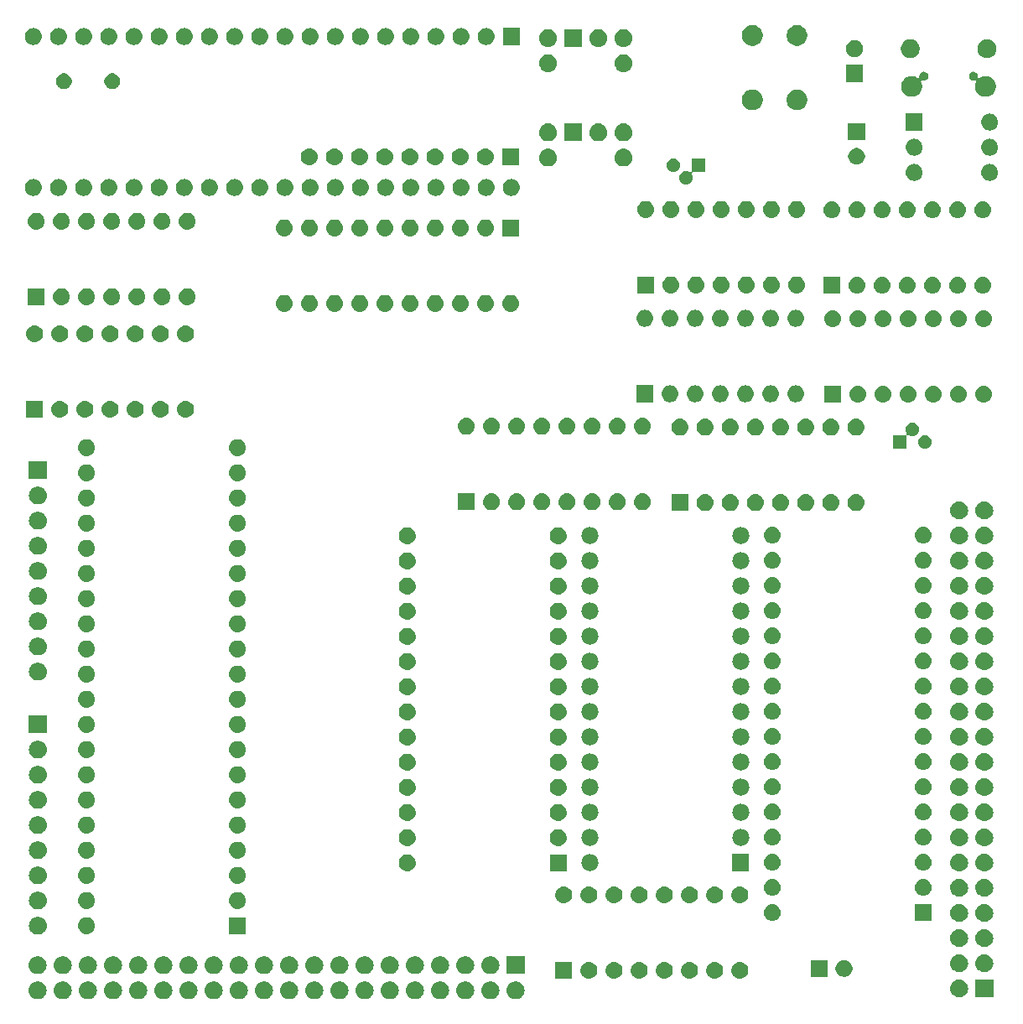
<source format=gbr>
G04 #@! TF.GenerationSoftware,KiCad,Pcbnew,(5.0.1)-4*
G04 #@! TF.CreationDate,2019-03-12T16:00:58+08:00*
G04 #@! TF.ProjectId,8051,383035312E6B696361645F7063620000,rev?*
G04 #@! TF.SameCoordinates,Original*
G04 #@! TF.FileFunction,Soldermask,Bot*
G04 #@! TF.FilePolarity,Negative*
%FSLAX46Y46*%
G04 Gerber Fmt 4.6, Leading zero omitted, Abs format (unit mm)*
G04 Created by KiCad (PCBNEW (5.0.1)-4) date 3/12/2019 4:00:58 PM*
%MOMM*%
%LPD*%
G01*
G04 APERTURE LIST*
%ADD10C,0.100000*%
G04 APERTURE END LIST*
D10*
G36*
X19752443Y-113374519D02*
X19818627Y-113381037D01*
X19931853Y-113415384D01*
X19988467Y-113432557D01*
X20015141Y-113446815D01*
X20144991Y-113516222D01*
X20180729Y-113545552D01*
X20282186Y-113628814D01*
X20365448Y-113730271D01*
X20394778Y-113766009D01*
X20394779Y-113766011D01*
X20478443Y-113922533D01*
X20478443Y-113922534D01*
X20529963Y-114092373D01*
X20547359Y-114269000D01*
X20529963Y-114445627D01*
X20495616Y-114558853D01*
X20478443Y-114615467D01*
X20418727Y-114727186D01*
X20394778Y-114771991D01*
X20365448Y-114807729D01*
X20282186Y-114909186D01*
X20202035Y-114974963D01*
X20144991Y-115021778D01*
X20144989Y-115021779D01*
X19988467Y-115105443D01*
X19931853Y-115122616D01*
X19818627Y-115156963D01*
X19752442Y-115163482D01*
X19686260Y-115170000D01*
X19597740Y-115170000D01*
X19531558Y-115163482D01*
X19465373Y-115156963D01*
X19352147Y-115122616D01*
X19295533Y-115105443D01*
X19139011Y-115021779D01*
X19139009Y-115021778D01*
X19081965Y-114974963D01*
X19001814Y-114909186D01*
X18918552Y-114807729D01*
X18889222Y-114771991D01*
X18865273Y-114727186D01*
X18805557Y-114615467D01*
X18788384Y-114558853D01*
X18754037Y-114445627D01*
X18736641Y-114269000D01*
X18754037Y-114092373D01*
X18805557Y-113922534D01*
X18805557Y-113922533D01*
X18889221Y-113766011D01*
X18889222Y-113766009D01*
X18918552Y-113730271D01*
X19001814Y-113628814D01*
X19103271Y-113545552D01*
X19139009Y-113516222D01*
X19268859Y-113446815D01*
X19295533Y-113432557D01*
X19352147Y-113415384D01*
X19465373Y-113381037D01*
X19531557Y-113374519D01*
X19597740Y-113368000D01*
X19686260Y-113368000D01*
X19752443Y-113374519D01*
X19752443Y-113374519D01*
G37*
G36*
X50232443Y-113374519D02*
X50298627Y-113381037D01*
X50411853Y-113415384D01*
X50468467Y-113432557D01*
X50495141Y-113446815D01*
X50624991Y-113516222D01*
X50660729Y-113545552D01*
X50762186Y-113628814D01*
X50845448Y-113730271D01*
X50874778Y-113766009D01*
X50874779Y-113766011D01*
X50958443Y-113922533D01*
X50958443Y-113922534D01*
X51009963Y-114092373D01*
X51027359Y-114269000D01*
X51009963Y-114445627D01*
X50975616Y-114558853D01*
X50958443Y-114615467D01*
X50898727Y-114727186D01*
X50874778Y-114771991D01*
X50845448Y-114807729D01*
X50762186Y-114909186D01*
X50682035Y-114974963D01*
X50624991Y-115021778D01*
X50624989Y-115021779D01*
X50468467Y-115105443D01*
X50411853Y-115122616D01*
X50298627Y-115156963D01*
X50232442Y-115163482D01*
X50166260Y-115170000D01*
X50077740Y-115170000D01*
X50011558Y-115163482D01*
X49945373Y-115156963D01*
X49832147Y-115122616D01*
X49775533Y-115105443D01*
X49619011Y-115021779D01*
X49619009Y-115021778D01*
X49561965Y-114974963D01*
X49481814Y-114909186D01*
X49398552Y-114807729D01*
X49369222Y-114771991D01*
X49345273Y-114727186D01*
X49285557Y-114615467D01*
X49268384Y-114558853D01*
X49234037Y-114445627D01*
X49216641Y-114269000D01*
X49234037Y-114092373D01*
X49285557Y-113922534D01*
X49285557Y-113922533D01*
X49369221Y-113766011D01*
X49369222Y-113766009D01*
X49398552Y-113730271D01*
X49481814Y-113628814D01*
X49583271Y-113545552D01*
X49619009Y-113516222D01*
X49748859Y-113446815D01*
X49775533Y-113432557D01*
X49832147Y-113415384D01*
X49945373Y-113381037D01*
X50011557Y-113374519D01*
X50077740Y-113368000D01*
X50166260Y-113368000D01*
X50232443Y-113374519D01*
X50232443Y-113374519D01*
G37*
G36*
X27372443Y-113374519D02*
X27438627Y-113381037D01*
X27551853Y-113415384D01*
X27608467Y-113432557D01*
X27635141Y-113446815D01*
X27764991Y-113516222D01*
X27800729Y-113545552D01*
X27902186Y-113628814D01*
X27985448Y-113730271D01*
X28014778Y-113766009D01*
X28014779Y-113766011D01*
X28098443Y-113922533D01*
X28098443Y-113922534D01*
X28149963Y-114092373D01*
X28167359Y-114269000D01*
X28149963Y-114445627D01*
X28115616Y-114558853D01*
X28098443Y-114615467D01*
X28038727Y-114727186D01*
X28014778Y-114771991D01*
X27985448Y-114807729D01*
X27902186Y-114909186D01*
X27822035Y-114974963D01*
X27764991Y-115021778D01*
X27764989Y-115021779D01*
X27608467Y-115105443D01*
X27551853Y-115122616D01*
X27438627Y-115156963D01*
X27372442Y-115163482D01*
X27306260Y-115170000D01*
X27217740Y-115170000D01*
X27151558Y-115163482D01*
X27085373Y-115156963D01*
X26972147Y-115122616D01*
X26915533Y-115105443D01*
X26759011Y-115021779D01*
X26759009Y-115021778D01*
X26701965Y-114974963D01*
X26621814Y-114909186D01*
X26538552Y-114807729D01*
X26509222Y-114771991D01*
X26485273Y-114727186D01*
X26425557Y-114615467D01*
X26408384Y-114558853D01*
X26374037Y-114445627D01*
X26356641Y-114269000D01*
X26374037Y-114092373D01*
X26425557Y-113922534D01*
X26425557Y-113922533D01*
X26509221Y-113766011D01*
X26509222Y-113766009D01*
X26538552Y-113730271D01*
X26621814Y-113628814D01*
X26723271Y-113545552D01*
X26759009Y-113516222D01*
X26888859Y-113446815D01*
X26915533Y-113432557D01*
X26972147Y-113415384D01*
X27085373Y-113381037D01*
X27151557Y-113374519D01*
X27217740Y-113368000D01*
X27306260Y-113368000D01*
X27372443Y-113374519D01*
X27372443Y-113374519D01*
G37*
G36*
X29912443Y-113374519D02*
X29978627Y-113381037D01*
X30091853Y-113415384D01*
X30148467Y-113432557D01*
X30175141Y-113446815D01*
X30304991Y-113516222D01*
X30340729Y-113545552D01*
X30442186Y-113628814D01*
X30525448Y-113730271D01*
X30554778Y-113766009D01*
X30554779Y-113766011D01*
X30638443Y-113922533D01*
X30638443Y-113922534D01*
X30689963Y-114092373D01*
X30707359Y-114269000D01*
X30689963Y-114445627D01*
X30655616Y-114558853D01*
X30638443Y-114615467D01*
X30578727Y-114727186D01*
X30554778Y-114771991D01*
X30525448Y-114807729D01*
X30442186Y-114909186D01*
X30362035Y-114974963D01*
X30304991Y-115021778D01*
X30304989Y-115021779D01*
X30148467Y-115105443D01*
X30091853Y-115122616D01*
X29978627Y-115156963D01*
X29912442Y-115163482D01*
X29846260Y-115170000D01*
X29757740Y-115170000D01*
X29691558Y-115163482D01*
X29625373Y-115156963D01*
X29512147Y-115122616D01*
X29455533Y-115105443D01*
X29299011Y-115021779D01*
X29299009Y-115021778D01*
X29241965Y-114974963D01*
X29161814Y-114909186D01*
X29078552Y-114807729D01*
X29049222Y-114771991D01*
X29025273Y-114727186D01*
X28965557Y-114615467D01*
X28948384Y-114558853D01*
X28914037Y-114445627D01*
X28896641Y-114269000D01*
X28914037Y-114092373D01*
X28965557Y-113922534D01*
X28965557Y-113922533D01*
X29049221Y-113766011D01*
X29049222Y-113766009D01*
X29078552Y-113730271D01*
X29161814Y-113628814D01*
X29263271Y-113545552D01*
X29299009Y-113516222D01*
X29428859Y-113446815D01*
X29455533Y-113432557D01*
X29512147Y-113415384D01*
X29625373Y-113381037D01*
X29691557Y-113374519D01*
X29757740Y-113368000D01*
X29846260Y-113368000D01*
X29912443Y-113374519D01*
X29912443Y-113374519D01*
G37*
G36*
X32452443Y-113374519D02*
X32518627Y-113381037D01*
X32631853Y-113415384D01*
X32688467Y-113432557D01*
X32715141Y-113446815D01*
X32844991Y-113516222D01*
X32880729Y-113545552D01*
X32982186Y-113628814D01*
X33065448Y-113730271D01*
X33094778Y-113766009D01*
X33094779Y-113766011D01*
X33178443Y-113922533D01*
X33178443Y-113922534D01*
X33229963Y-114092373D01*
X33247359Y-114269000D01*
X33229963Y-114445627D01*
X33195616Y-114558853D01*
X33178443Y-114615467D01*
X33118727Y-114727186D01*
X33094778Y-114771991D01*
X33065448Y-114807729D01*
X32982186Y-114909186D01*
X32902035Y-114974963D01*
X32844991Y-115021778D01*
X32844989Y-115021779D01*
X32688467Y-115105443D01*
X32631853Y-115122616D01*
X32518627Y-115156963D01*
X32452442Y-115163482D01*
X32386260Y-115170000D01*
X32297740Y-115170000D01*
X32231558Y-115163482D01*
X32165373Y-115156963D01*
X32052147Y-115122616D01*
X31995533Y-115105443D01*
X31839011Y-115021779D01*
X31839009Y-115021778D01*
X31781965Y-114974963D01*
X31701814Y-114909186D01*
X31618552Y-114807729D01*
X31589222Y-114771991D01*
X31565273Y-114727186D01*
X31505557Y-114615467D01*
X31488384Y-114558853D01*
X31454037Y-114445627D01*
X31436641Y-114269000D01*
X31454037Y-114092373D01*
X31505557Y-113922534D01*
X31505557Y-113922533D01*
X31589221Y-113766011D01*
X31589222Y-113766009D01*
X31618552Y-113730271D01*
X31701814Y-113628814D01*
X31803271Y-113545552D01*
X31839009Y-113516222D01*
X31968859Y-113446815D01*
X31995533Y-113432557D01*
X32052147Y-113415384D01*
X32165373Y-113381037D01*
X32231557Y-113374519D01*
X32297740Y-113368000D01*
X32386260Y-113368000D01*
X32452443Y-113374519D01*
X32452443Y-113374519D01*
G37*
G36*
X34992443Y-113374519D02*
X35058627Y-113381037D01*
X35171853Y-113415384D01*
X35228467Y-113432557D01*
X35255141Y-113446815D01*
X35384991Y-113516222D01*
X35420729Y-113545552D01*
X35522186Y-113628814D01*
X35605448Y-113730271D01*
X35634778Y-113766009D01*
X35634779Y-113766011D01*
X35718443Y-113922533D01*
X35718443Y-113922534D01*
X35769963Y-114092373D01*
X35787359Y-114269000D01*
X35769963Y-114445627D01*
X35735616Y-114558853D01*
X35718443Y-114615467D01*
X35658727Y-114727186D01*
X35634778Y-114771991D01*
X35605448Y-114807729D01*
X35522186Y-114909186D01*
X35442035Y-114974963D01*
X35384991Y-115021778D01*
X35384989Y-115021779D01*
X35228467Y-115105443D01*
X35171853Y-115122616D01*
X35058627Y-115156963D01*
X34992442Y-115163482D01*
X34926260Y-115170000D01*
X34837740Y-115170000D01*
X34771558Y-115163482D01*
X34705373Y-115156963D01*
X34592147Y-115122616D01*
X34535533Y-115105443D01*
X34379011Y-115021779D01*
X34379009Y-115021778D01*
X34321965Y-114974963D01*
X34241814Y-114909186D01*
X34158552Y-114807729D01*
X34129222Y-114771991D01*
X34105273Y-114727186D01*
X34045557Y-114615467D01*
X34028384Y-114558853D01*
X33994037Y-114445627D01*
X33976641Y-114269000D01*
X33994037Y-114092373D01*
X34045557Y-113922534D01*
X34045557Y-113922533D01*
X34129221Y-113766011D01*
X34129222Y-113766009D01*
X34158552Y-113730271D01*
X34241814Y-113628814D01*
X34343271Y-113545552D01*
X34379009Y-113516222D01*
X34508859Y-113446815D01*
X34535533Y-113432557D01*
X34592147Y-113415384D01*
X34705373Y-113381037D01*
X34771557Y-113374519D01*
X34837740Y-113368000D01*
X34926260Y-113368000D01*
X34992443Y-113374519D01*
X34992443Y-113374519D01*
G37*
G36*
X37532443Y-113374519D02*
X37598627Y-113381037D01*
X37711853Y-113415384D01*
X37768467Y-113432557D01*
X37795141Y-113446815D01*
X37924991Y-113516222D01*
X37960729Y-113545552D01*
X38062186Y-113628814D01*
X38145448Y-113730271D01*
X38174778Y-113766009D01*
X38174779Y-113766011D01*
X38258443Y-113922533D01*
X38258443Y-113922534D01*
X38309963Y-114092373D01*
X38327359Y-114269000D01*
X38309963Y-114445627D01*
X38275616Y-114558853D01*
X38258443Y-114615467D01*
X38198727Y-114727186D01*
X38174778Y-114771991D01*
X38145448Y-114807729D01*
X38062186Y-114909186D01*
X37982035Y-114974963D01*
X37924991Y-115021778D01*
X37924989Y-115021779D01*
X37768467Y-115105443D01*
X37711853Y-115122616D01*
X37598627Y-115156963D01*
X37532442Y-115163482D01*
X37466260Y-115170000D01*
X37377740Y-115170000D01*
X37311558Y-115163482D01*
X37245373Y-115156963D01*
X37132147Y-115122616D01*
X37075533Y-115105443D01*
X36919011Y-115021779D01*
X36919009Y-115021778D01*
X36861965Y-114974963D01*
X36781814Y-114909186D01*
X36698552Y-114807729D01*
X36669222Y-114771991D01*
X36645273Y-114727186D01*
X36585557Y-114615467D01*
X36568384Y-114558853D01*
X36534037Y-114445627D01*
X36516641Y-114269000D01*
X36534037Y-114092373D01*
X36585557Y-113922534D01*
X36585557Y-113922533D01*
X36669221Y-113766011D01*
X36669222Y-113766009D01*
X36698552Y-113730271D01*
X36781814Y-113628814D01*
X36883271Y-113545552D01*
X36919009Y-113516222D01*
X37048859Y-113446815D01*
X37075533Y-113432557D01*
X37132147Y-113415384D01*
X37245373Y-113381037D01*
X37311557Y-113374519D01*
X37377740Y-113368000D01*
X37466260Y-113368000D01*
X37532443Y-113374519D01*
X37532443Y-113374519D01*
G37*
G36*
X40072443Y-113374519D02*
X40138627Y-113381037D01*
X40251853Y-113415384D01*
X40308467Y-113432557D01*
X40335141Y-113446815D01*
X40464991Y-113516222D01*
X40500729Y-113545552D01*
X40602186Y-113628814D01*
X40685448Y-113730271D01*
X40714778Y-113766009D01*
X40714779Y-113766011D01*
X40798443Y-113922533D01*
X40798443Y-113922534D01*
X40849963Y-114092373D01*
X40867359Y-114269000D01*
X40849963Y-114445627D01*
X40815616Y-114558853D01*
X40798443Y-114615467D01*
X40738727Y-114727186D01*
X40714778Y-114771991D01*
X40685448Y-114807729D01*
X40602186Y-114909186D01*
X40522035Y-114974963D01*
X40464991Y-115021778D01*
X40464989Y-115021779D01*
X40308467Y-115105443D01*
X40251853Y-115122616D01*
X40138627Y-115156963D01*
X40072442Y-115163482D01*
X40006260Y-115170000D01*
X39917740Y-115170000D01*
X39851558Y-115163482D01*
X39785373Y-115156963D01*
X39672147Y-115122616D01*
X39615533Y-115105443D01*
X39459011Y-115021779D01*
X39459009Y-115021778D01*
X39401965Y-114974963D01*
X39321814Y-114909186D01*
X39238552Y-114807729D01*
X39209222Y-114771991D01*
X39185273Y-114727186D01*
X39125557Y-114615467D01*
X39108384Y-114558853D01*
X39074037Y-114445627D01*
X39056641Y-114269000D01*
X39074037Y-114092373D01*
X39125557Y-113922534D01*
X39125557Y-113922533D01*
X39209221Y-113766011D01*
X39209222Y-113766009D01*
X39238552Y-113730271D01*
X39321814Y-113628814D01*
X39423271Y-113545552D01*
X39459009Y-113516222D01*
X39588859Y-113446815D01*
X39615533Y-113432557D01*
X39672147Y-113415384D01*
X39785373Y-113381037D01*
X39851557Y-113374519D01*
X39917740Y-113368000D01*
X40006260Y-113368000D01*
X40072443Y-113374519D01*
X40072443Y-113374519D01*
G37*
G36*
X42612443Y-113374519D02*
X42678627Y-113381037D01*
X42791853Y-113415384D01*
X42848467Y-113432557D01*
X42875141Y-113446815D01*
X43004991Y-113516222D01*
X43040729Y-113545552D01*
X43142186Y-113628814D01*
X43225448Y-113730271D01*
X43254778Y-113766009D01*
X43254779Y-113766011D01*
X43338443Y-113922533D01*
X43338443Y-113922534D01*
X43389963Y-114092373D01*
X43407359Y-114269000D01*
X43389963Y-114445627D01*
X43355616Y-114558853D01*
X43338443Y-114615467D01*
X43278727Y-114727186D01*
X43254778Y-114771991D01*
X43225448Y-114807729D01*
X43142186Y-114909186D01*
X43062035Y-114974963D01*
X43004991Y-115021778D01*
X43004989Y-115021779D01*
X42848467Y-115105443D01*
X42791853Y-115122616D01*
X42678627Y-115156963D01*
X42612442Y-115163482D01*
X42546260Y-115170000D01*
X42457740Y-115170000D01*
X42391558Y-115163482D01*
X42325373Y-115156963D01*
X42212147Y-115122616D01*
X42155533Y-115105443D01*
X41999011Y-115021779D01*
X41999009Y-115021778D01*
X41941965Y-114974963D01*
X41861814Y-114909186D01*
X41778552Y-114807729D01*
X41749222Y-114771991D01*
X41725273Y-114727186D01*
X41665557Y-114615467D01*
X41648384Y-114558853D01*
X41614037Y-114445627D01*
X41596641Y-114269000D01*
X41614037Y-114092373D01*
X41665557Y-113922534D01*
X41665557Y-113922533D01*
X41749221Y-113766011D01*
X41749222Y-113766009D01*
X41778552Y-113730271D01*
X41861814Y-113628814D01*
X41963271Y-113545552D01*
X41999009Y-113516222D01*
X42128859Y-113446815D01*
X42155533Y-113432557D01*
X42212147Y-113415384D01*
X42325373Y-113381037D01*
X42391557Y-113374519D01*
X42457740Y-113368000D01*
X42546260Y-113368000D01*
X42612443Y-113374519D01*
X42612443Y-113374519D01*
G37*
G36*
X45152443Y-113374519D02*
X45218627Y-113381037D01*
X45331853Y-113415384D01*
X45388467Y-113432557D01*
X45415141Y-113446815D01*
X45544991Y-113516222D01*
X45580729Y-113545552D01*
X45682186Y-113628814D01*
X45765448Y-113730271D01*
X45794778Y-113766009D01*
X45794779Y-113766011D01*
X45878443Y-113922533D01*
X45878443Y-113922534D01*
X45929963Y-114092373D01*
X45947359Y-114269000D01*
X45929963Y-114445627D01*
X45895616Y-114558853D01*
X45878443Y-114615467D01*
X45818727Y-114727186D01*
X45794778Y-114771991D01*
X45765448Y-114807729D01*
X45682186Y-114909186D01*
X45602035Y-114974963D01*
X45544991Y-115021778D01*
X45544989Y-115021779D01*
X45388467Y-115105443D01*
X45331853Y-115122616D01*
X45218627Y-115156963D01*
X45152442Y-115163482D01*
X45086260Y-115170000D01*
X44997740Y-115170000D01*
X44931558Y-115163482D01*
X44865373Y-115156963D01*
X44752147Y-115122616D01*
X44695533Y-115105443D01*
X44539011Y-115021779D01*
X44539009Y-115021778D01*
X44481965Y-114974963D01*
X44401814Y-114909186D01*
X44318552Y-114807729D01*
X44289222Y-114771991D01*
X44265273Y-114727186D01*
X44205557Y-114615467D01*
X44188384Y-114558853D01*
X44154037Y-114445627D01*
X44136641Y-114269000D01*
X44154037Y-114092373D01*
X44205557Y-113922534D01*
X44205557Y-113922533D01*
X44289221Y-113766011D01*
X44289222Y-113766009D01*
X44318552Y-113730271D01*
X44401814Y-113628814D01*
X44503271Y-113545552D01*
X44539009Y-113516222D01*
X44668859Y-113446815D01*
X44695533Y-113432557D01*
X44752147Y-113415384D01*
X44865373Y-113381037D01*
X44931557Y-113374519D01*
X44997740Y-113368000D01*
X45086260Y-113368000D01*
X45152443Y-113374519D01*
X45152443Y-113374519D01*
G37*
G36*
X47692443Y-113374519D02*
X47758627Y-113381037D01*
X47871853Y-113415384D01*
X47928467Y-113432557D01*
X47955141Y-113446815D01*
X48084991Y-113516222D01*
X48120729Y-113545552D01*
X48222186Y-113628814D01*
X48305448Y-113730271D01*
X48334778Y-113766009D01*
X48334779Y-113766011D01*
X48418443Y-113922533D01*
X48418443Y-113922534D01*
X48469963Y-114092373D01*
X48487359Y-114269000D01*
X48469963Y-114445627D01*
X48435616Y-114558853D01*
X48418443Y-114615467D01*
X48358727Y-114727186D01*
X48334778Y-114771991D01*
X48305448Y-114807729D01*
X48222186Y-114909186D01*
X48142035Y-114974963D01*
X48084991Y-115021778D01*
X48084989Y-115021779D01*
X47928467Y-115105443D01*
X47871853Y-115122616D01*
X47758627Y-115156963D01*
X47692442Y-115163482D01*
X47626260Y-115170000D01*
X47537740Y-115170000D01*
X47471558Y-115163482D01*
X47405373Y-115156963D01*
X47292147Y-115122616D01*
X47235533Y-115105443D01*
X47079011Y-115021779D01*
X47079009Y-115021778D01*
X47021965Y-114974963D01*
X46941814Y-114909186D01*
X46858552Y-114807729D01*
X46829222Y-114771991D01*
X46805273Y-114727186D01*
X46745557Y-114615467D01*
X46728384Y-114558853D01*
X46694037Y-114445627D01*
X46676641Y-114269000D01*
X46694037Y-114092373D01*
X46745557Y-113922534D01*
X46745557Y-113922533D01*
X46829221Y-113766011D01*
X46829222Y-113766009D01*
X46858552Y-113730271D01*
X46941814Y-113628814D01*
X47043271Y-113545552D01*
X47079009Y-113516222D01*
X47208859Y-113446815D01*
X47235533Y-113432557D01*
X47292147Y-113415384D01*
X47405373Y-113381037D01*
X47471557Y-113374519D01*
X47537740Y-113368000D01*
X47626260Y-113368000D01*
X47692443Y-113374519D01*
X47692443Y-113374519D01*
G37*
G36*
X52772443Y-113374519D02*
X52838627Y-113381037D01*
X52951853Y-113415384D01*
X53008467Y-113432557D01*
X53035141Y-113446815D01*
X53164991Y-113516222D01*
X53200729Y-113545552D01*
X53302186Y-113628814D01*
X53385448Y-113730271D01*
X53414778Y-113766009D01*
X53414779Y-113766011D01*
X53498443Y-113922533D01*
X53498443Y-113922534D01*
X53549963Y-114092373D01*
X53567359Y-114269000D01*
X53549963Y-114445627D01*
X53515616Y-114558853D01*
X53498443Y-114615467D01*
X53438727Y-114727186D01*
X53414778Y-114771991D01*
X53385448Y-114807729D01*
X53302186Y-114909186D01*
X53222035Y-114974963D01*
X53164991Y-115021778D01*
X53164989Y-115021779D01*
X53008467Y-115105443D01*
X52951853Y-115122616D01*
X52838627Y-115156963D01*
X52772442Y-115163482D01*
X52706260Y-115170000D01*
X52617740Y-115170000D01*
X52551558Y-115163482D01*
X52485373Y-115156963D01*
X52372147Y-115122616D01*
X52315533Y-115105443D01*
X52159011Y-115021779D01*
X52159009Y-115021778D01*
X52101965Y-114974963D01*
X52021814Y-114909186D01*
X51938552Y-114807729D01*
X51909222Y-114771991D01*
X51885273Y-114727186D01*
X51825557Y-114615467D01*
X51808384Y-114558853D01*
X51774037Y-114445627D01*
X51756641Y-114269000D01*
X51774037Y-114092373D01*
X51825557Y-113922534D01*
X51825557Y-113922533D01*
X51909221Y-113766011D01*
X51909222Y-113766009D01*
X51938552Y-113730271D01*
X52021814Y-113628814D01*
X52123271Y-113545552D01*
X52159009Y-113516222D01*
X52288859Y-113446815D01*
X52315533Y-113432557D01*
X52372147Y-113415384D01*
X52485373Y-113381037D01*
X52551557Y-113374519D01*
X52617740Y-113368000D01*
X52706260Y-113368000D01*
X52772443Y-113374519D01*
X52772443Y-113374519D01*
G37*
G36*
X17212443Y-113374519D02*
X17278627Y-113381037D01*
X17391853Y-113415384D01*
X17448467Y-113432557D01*
X17475141Y-113446815D01*
X17604991Y-113516222D01*
X17640729Y-113545552D01*
X17742186Y-113628814D01*
X17825448Y-113730271D01*
X17854778Y-113766009D01*
X17854779Y-113766011D01*
X17938443Y-113922533D01*
X17938443Y-113922534D01*
X17989963Y-114092373D01*
X18007359Y-114269000D01*
X17989963Y-114445627D01*
X17955616Y-114558853D01*
X17938443Y-114615467D01*
X17878727Y-114727186D01*
X17854778Y-114771991D01*
X17825448Y-114807729D01*
X17742186Y-114909186D01*
X17662035Y-114974963D01*
X17604991Y-115021778D01*
X17604989Y-115021779D01*
X17448467Y-115105443D01*
X17391853Y-115122616D01*
X17278627Y-115156963D01*
X17212442Y-115163482D01*
X17146260Y-115170000D01*
X17057740Y-115170000D01*
X16991558Y-115163482D01*
X16925373Y-115156963D01*
X16812147Y-115122616D01*
X16755533Y-115105443D01*
X16599011Y-115021779D01*
X16599009Y-115021778D01*
X16541965Y-114974963D01*
X16461814Y-114909186D01*
X16378552Y-114807729D01*
X16349222Y-114771991D01*
X16325273Y-114727186D01*
X16265557Y-114615467D01*
X16248384Y-114558853D01*
X16214037Y-114445627D01*
X16196641Y-114269000D01*
X16214037Y-114092373D01*
X16265557Y-113922534D01*
X16265557Y-113922533D01*
X16349221Y-113766011D01*
X16349222Y-113766009D01*
X16378552Y-113730271D01*
X16461814Y-113628814D01*
X16563271Y-113545552D01*
X16599009Y-113516222D01*
X16728859Y-113446815D01*
X16755533Y-113432557D01*
X16812147Y-113415384D01*
X16925373Y-113381037D01*
X16991557Y-113374519D01*
X17057740Y-113368000D01*
X17146260Y-113368000D01*
X17212443Y-113374519D01*
X17212443Y-113374519D01*
G37*
G36*
X65472443Y-113374519D02*
X65538627Y-113381037D01*
X65651853Y-113415384D01*
X65708467Y-113432557D01*
X65735141Y-113446815D01*
X65864991Y-113516222D01*
X65900729Y-113545552D01*
X66002186Y-113628814D01*
X66085448Y-113730271D01*
X66114778Y-113766009D01*
X66114779Y-113766011D01*
X66198443Y-113922533D01*
X66198443Y-113922534D01*
X66249963Y-114092373D01*
X66267359Y-114269000D01*
X66249963Y-114445627D01*
X66215616Y-114558853D01*
X66198443Y-114615467D01*
X66138727Y-114727186D01*
X66114778Y-114771991D01*
X66085448Y-114807729D01*
X66002186Y-114909186D01*
X65922035Y-114974963D01*
X65864991Y-115021778D01*
X65864989Y-115021779D01*
X65708467Y-115105443D01*
X65651853Y-115122616D01*
X65538627Y-115156963D01*
X65472442Y-115163482D01*
X65406260Y-115170000D01*
X65317740Y-115170000D01*
X65251558Y-115163482D01*
X65185373Y-115156963D01*
X65072147Y-115122616D01*
X65015533Y-115105443D01*
X64859011Y-115021779D01*
X64859009Y-115021778D01*
X64801965Y-114974963D01*
X64721814Y-114909186D01*
X64638552Y-114807729D01*
X64609222Y-114771991D01*
X64585273Y-114727186D01*
X64525557Y-114615467D01*
X64508384Y-114558853D01*
X64474037Y-114445627D01*
X64456641Y-114269000D01*
X64474037Y-114092373D01*
X64525557Y-113922534D01*
X64525557Y-113922533D01*
X64609221Y-113766011D01*
X64609222Y-113766009D01*
X64638552Y-113730271D01*
X64721814Y-113628814D01*
X64823271Y-113545552D01*
X64859009Y-113516222D01*
X64988859Y-113446815D01*
X65015533Y-113432557D01*
X65072147Y-113415384D01*
X65185373Y-113381037D01*
X65251557Y-113374519D01*
X65317740Y-113368000D01*
X65406260Y-113368000D01*
X65472443Y-113374519D01*
X65472443Y-113374519D01*
G37*
G36*
X22292443Y-113374519D02*
X22358627Y-113381037D01*
X22471853Y-113415384D01*
X22528467Y-113432557D01*
X22555141Y-113446815D01*
X22684991Y-113516222D01*
X22720729Y-113545552D01*
X22822186Y-113628814D01*
X22905448Y-113730271D01*
X22934778Y-113766009D01*
X22934779Y-113766011D01*
X23018443Y-113922533D01*
X23018443Y-113922534D01*
X23069963Y-114092373D01*
X23087359Y-114269000D01*
X23069963Y-114445627D01*
X23035616Y-114558853D01*
X23018443Y-114615467D01*
X22958727Y-114727186D01*
X22934778Y-114771991D01*
X22905448Y-114807729D01*
X22822186Y-114909186D01*
X22742035Y-114974963D01*
X22684991Y-115021778D01*
X22684989Y-115021779D01*
X22528467Y-115105443D01*
X22471853Y-115122616D01*
X22358627Y-115156963D01*
X22292442Y-115163482D01*
X22226260Y-115170000D01*
X22137740Y-115170000D01*
X22071558Y-115163482D01*
X22005373Y-115156963D01*
X21892147Y-115122616D01*
X21835533Y-115105443D01*
X21679011Y-115021779D01*
X21679009Y-115021778D01*
X21621965Y-114974963D01*
X21541814Y-114909186D01*
X21458552Y-114807729D01*
X21429222Y-114771991D01*
X21405273Y-114727186D01*
X21345557Y-114615467D01*
X21328384Y-114558853D01*
X21294037Y-114445627D01*
X21276641Y-114269000D01*
X21294037Y-114092373D01*
X21345557Y-113922534D01*
X21345557Y-113922533D01*
X21429221Y-113766011D01*
X21429222Y-113766009D01*
X21458552Y-113730271D01*
X21541814Y-113628814D01*
X21643271Y-113545552D01*
X21679009Y-113516222D01*
X21808859Y-113446815D01*
X21835533Y-113432557D01*
X21892147Y-113415384D01*
X22005373Y-113381037D01*
X22071557Y-113374519D01*
X22137740Y-113368000D01*
X22226260Y-113368000D01*
X22292443Y-113374519D01*
X22292443Y-113374519D01*
G37*
G36*
X24832443Y-113374519D02*
X24898627Y-113381037D01*
X25011853Y-113415384D01*
X25068467Y-113432557D01*
X25095141Y-113446815D01*
X25224991Y-113516222D01*
X25260729Y-113545552D01*
X25362186Y-113628814D01*
X25445448Y-113730271D01*
X25474778Y-113766009D01*
X25474779Y-113766011D01*
X25558443Y-113922533D01*
X25558443Y-113922534D01*
X25609963Y-114092373D01*
X25627359Y-114269000D01*
X25609963Y-114445627D01*
X25575616Y-114558853D01*
X25558443Y-114615467D01*
X25498727Y-114727186D01*
X25474778Y-114771991D01*
X25445448Y-114807729D01*
X25362186Y-114909186D01*
X25282035Y-114974963D01*
X25224991Y-115021778D01*
X25224989Y-115021779D01*
X25068467Y-115105443D01*
X25011853Y-115122616D01*
X24898627Y-115156963D01*
X24832442Y-115163482D01*
X24766260Y-115170000D01*
X24677740Y-115170000D01*
X24611558Y-115163482D01*
X24545373Y-115156963D01*
X24432147Y-115122616D01*
X24375533Y-115105443D01*
X24219011Y-115021779D01*
X24219009Y-115021778D01*
X24161965Y-114974963D01*
X24081814Y-114909186D01*
X23998552Y-114807729D01*
X23969222Y-114771991D01*
X23945273Y-114727186D01*
X23885557Y-114615467D01*
X23868384Y-114558853D01*
X23834037Y-114445627D01*
X23816641Y-114269000D01*
X23834037Y-114092373D01*
X23885557Y-113922534D01*
X23885557Y-113922533D01*
X23969221Y-113766011D01*
X23969222Y-113766009D01*
X23998552Y-113730271D01*
X24081814Y-113628814D01*
X24183271Y-113545552D01*
X24219009Y-113516222D01*
X24348859Y-113446815D01*
X24375533Y-113432557D01*
X24432147Y-113415384D01*
X24545373Y-113381037D01*
X24611557Y-113374519D01*
X24677740Y-113368000D01*
X24766260Y-113368000D01*
X24832443Y-113374519D01*
X24832443Y-113374519D01*
G37*
G36*
X60392443Y-113374519D02*
X60458627Y-113381037D01*
X60571853Y-113415384D01*
X60628467Y-113432557D01*
X60655141Y-113446815D01*
X60784991Y-113516222D01*
X60820729Y-113545552D01*
X60922186Y-113628814D01*
X61005448Y-113730271D01*
X61034778Y-113766009D01*
X61034779Y-113766011D01*
X61118443Y-113922533D01*
X61118443Y-113922534D01*
X61169963Y-114092373D01*
X61187359Y-114269000D01*
X61169963Y-114445627D01*
X61135616Y-114558853D01*
X61118443Y-114615467D01*
X61058727Y-114727186D01*
X61034778Y-114771991D01*
X61005448Y-114807729D01*
X60922186Y-114909186D01*
X60842035Y-114974963D01*
X60784991Y-115021778D01*
X60784989Y-115021779D01*
X60628467Y-115105443D01*
X60571853Y-115122616D01*
X60458627Y-115156963D01*
X60392442Y-115163482D01*
X60326260Y-115170000D01*
X60237740Y-115170000D01*
X60171558Y-115163482D01*
X60105373Y-115156963D01*
X59992147Y-115122616D01*
X59935533Y-115105443D01*
X59779011Y-115021779D01*
X59779009Y-115021778D01*
X59721965Y-114974963D01*
X59641814Y-114909186D01*
X59558552Y-114807729D01*
X59529222Y-114771991D01*
X59505273Y-114727186D01*
X59445557Y-114615467D01*
X59428384Y-114558853D01*
X59394037Y-114445627D01*
X59376641Y-114269000D01*
X59394037Y-114092373D01*
X59445557Y-113922534D01*
X59445557Y-113922533D01*
X59529221Y-113766011D01*
X59529222Y-113766009D01*
X59558552Y-113730271D01*
X59641814Y-113628814D01*
X59743271Y-113545552D01*
X59779009Y-113516222D01*
X59908859Y-113446815D01*
X59935533Y-113432557D01*
X59992147Y-113415384D01*
X60105373Y-113381037D01*
X60171557Y-113374519D01*
X60237740Y-113368000D01*
X60326260Y-113368000D01*
X60392443Y-113374519D01*
X60392443Y-113374519D01*
G37*
G36*
X62932443Y-113374519D02*
X62998627Y-113381037D01*
X63111853Y-113415384D01*
X63168467Y-113432557D01*
X63195141Y-113446815D01*
X63324991Y-113516222D01*
X63360729Y-113545552D01*
X63462186Y-113628814D01*
X63545448Y-113730271D01*
X63574778Y-113766009D01*
X63574779Y-113766011D01*
X63658443Y-113922533D01*
X63658443Y-113922534D01*
X63709963Y-114092373D01*
X63727359Y-114269000D01*
X63709963Y-114445627D01*
X63675616Y-114558853D01*
X63658443Y-114615467D01*
X63598727Y-114727186D01*
X63574778Y-114771991D01*
X63545448Y-114807729D01*
X63462186Y-114909186D01*
X63382035Y-114974963D01*
X63324991Y-115021778D01*
X63324989Y-115021779D01*
X63168467Y-115105443D01*
X63111853Y-115122616D01*
X62998627Y-115156963D01*
X62932442Y-115163482D01*
X62866260Y-115170000D01*
X62777740Y-115170000D01*
X62711558Y-115163482D01*
X62645373Y-115156963D01*
X62532147Y-115122616D01*
X62475533Y-115105443D01*
X62319011Y-115021779D01*
X62319009Y-115021778D01*
X62261965Y-114974963D01*
X62181814Y-114909186D01*
X62098552Y-114807729D01*
X62069222Y-114771991D01*
X62045273Y-114727186D01*
X61985557Y-114615467D01*
X61968384Y-114558853D01*
X61934037Y-114445627D01*
X61916641Y-114269000D01*
X61934037Y-114092373D01*
X61985557Y-113922534D01*
X61985557Y-113922533D01*
X62069221Y-113766011D01*
X62069222Y-113766009D01*
X62098552Y-113730271D01*
X62181814Y-113628814D01*
X62283271Y-113545552D01*
X62319009Y-113516222D01*
X62448859Y-113446815D01*
X62475533Y-113432557D01*
X62532147Y-113415384D01*
X62645373Y-113381037D01*
X62711557Y-113374519D01*
X62777740Y-113368000D01*
X62866260Y-113368000D01*
X62932443Y-113374519D01*
X62932443Y-113374519D01*
G37*
G36*
X55312443Y-113374519D02*
X55378627Y-113381037D01*
X55491853Y-113415384D01*
X55548467Y-113432557D01*
X55575141Y-113446815D01*
X55704991Y-113516222D01*
X55740729Y-113545552D01*
X55842186Y-113628814D01*
X55925448Y-113730271D01*
X55954778Y-113766009D01*
X55954779Y-113766011D01*
X56038443Y-113922533D01*
X56038443Y-113922534D01*
X56089963Y-114092373D01*
X56107359Y-114269000D01*
X56089963Y-114445627D01*
X56055616Y-114558853D01*
X56038443Y-114615467D01*
X55978727Y-114727186D01*
X55954778Y-114771991D01*
X55925448Y-114807729D01*
X55842186Y-114909186D01*
X55762035Y-114974963D01*
X55704991Y-115021778D01*
X55704989Y-115021779D01*
X55548467Y-115105443D01*
X55491853Y-115122616D01*
X55378627Y-115156963D01*
X55312442Y-115163482D01*
X55246260Y-115170000D01*
X55157740Y-115170000D01*
X55091558Y-115163482D01*
X55025373Y-115156963D01*
X54912147Y-115122616D01*
X54855533Y-115105443D01*
X54699011Y-115021779D01*
X54699009Y-115021778D01*
X54641965Y-114974963D01*
X54561814Y-114909186D01*
X54478552Y-114807729D01*
X54449222Y-114771991D01*
X54425273Y-114727186D01*
X54365557Y-114615467D01*
X54348384Y-114558853D01*
X54314037Y-114445627D01*
X54296641Y-114269000D01*
X54314037Y-114092373D01*
X54365557Y-113922534D01*
X54365557Y-113922533D01*
X54449221Y-113766011D01*
X54449222Y-113766009D01*
X54478552Y-113730271D01*
X54561814Y-113628814D01*
X54663271Y-113545552D01*
X54699009Y-113516222D01*
X54828859Y-113446815D01*
X54855533Y-113432557D01*
X54912147Y-113415384D01*
X55025373Y-113381037D01*
X55091557Y-113374519D01*
X55157740Y-113368000D01*
X55246260Y-113368000D01*
X55312443Y-113374519D01*
X55312443Y-113374519D01*
G37*
G36*
X57852443Y-113374519D02*
X57918627Y-113381037D01*
X58031853Y-113415384D01*
X58088467Y-113432557D01*
X58115141Y-113446815D01*
X58244991Y-113516222D01*
X58280729Y-113545552D01*
X58382186Y-113628814D01*
X58465448Y-113730271D01*
X58494778Y-113766009D01*
X58494779Y-113766011D01*
X58578443Y-113922533D01*
X58578443Y-113922534D01*
X58629963Y-114092373D01*
X58647359Y-114269000D01*
X58629963Y-114445627D01*
X58595616Y-114558853D01*
X58578443Y-114615467D01*
X58518727Y-114727186D01*
X58494778Y-114771991D01*
X58465448Y-114807729D01*
X58382186Y-114909186D01*
X58302035Y-114974963D01*
X58244991Y-115021778D01*
X58244989Y-115021779D01*
X58088467Y-115105443D01*
X58031853Y-115122616D01*
X57918627Y-115156963D01*
X57852442Y-115163482D01*
X57786260Y-115170000D01*
X57697740Y-115170000D01*
X57631558Y-115163482D01*
X57565373Y-115156963D01*
X57452147Y-115122616D01*
X57395533Y-115105443D01*
X57239011Y-115021779D01*
X57239009Y-115021778D01*
X57181965Y-114974963D01*
X57101814Y-114909186D01*
X57018552Y-114807729D01*
X56989222Y-114771991D01*
X56965273Y-114727186D01*
X56905557Y-114615467D01*
X56888384Y-114558853D01*
X56854037Y-114445627D01*
X56836641Y-114269000D01*
X56854037Y-114092373D01*
X56905557Y-113922534D01*
X56905557Y-113922533D01*
X56989221Y-113766011D01*
X56989222Y-113766009D01*
X57018552Y-113730271D01*
X57101814Y-113628814D01*
X57203271Y-113545552D01*
X57239009Y-113516222D01*
X57368859Y-113446815D01*
X57395533Y-113432557D01*
X57452147Y-113415384D01*
X57565373Y-113381037D01*
X57631557Y-113374519D01*
X57697740Y-113368000D01*
X57786260Y-113368000D01*
X57852443Y-113374519D01*
X57852443Y-113374519D01*
G37*
G36*
X110255443Y-113192519D02*
X110321627Y-113199037D01*
X110434853Y-113233384D01*
X110491467Y-113250557D01*
X110630087Y-113324652D01*
X110647991Y-113334222D01*
X110683729Y-113363552D01*
X110785186Y-113446814D01*
X110868448Y-113548271D01*
X110897778Y-113584009D01*
X110897779Y-113584011D01*
X110981443Y-113740533D01*
X110998616Y-113797147D01*
X111032963Y-113910373D01*
X111050359Y-114087000D01*
X111032963Y-114263627D01*
X111031333Y-114269000D01*
X110981443Y-114433467D01*
X110974944Y-114445625D01*
X110897778Y-114589991D01*
X110876871Y-114615466D01*
X110785186Y-114727186D01*
X110683729Y-114810448D01*
X110647991Y-114839778D01*
X110647989Y-114839779D01*
X110491467Y-114923443D01*
X110434853Y-114940616D01*
X110321627Y-114974963D01*
X110255443Y-114981481D01*
X110189260Y-114988000D01*
X110100740Y-114988000D01*
X110034557Y-114981481D01*
X109968373Y-114974963D01*
X109855147Y-114940616D01*
X109798533Y-114923443D01*
X109642011Y-114839779D01*
X109642009Y-114839778D01*
X109606271Y-114810448D01*
X109504814Y-114727186D01*
X109413129Y-114615466D01*
X109392222Y-114589991D01*
X109315056Y-114445625D01*
X109308557Y-114433467D01*
X109258667Y-114269000D01*
X109257037Y-114263627D01*
X109239641Y-114087000D01*
X109257037Y-113910373D01*
X109291384Y-113797147D01*
X109308557Y-113740533D01*
X109392221Y-113584011D01*
X109392222Y-113584009D01*
X109421552Y-113548271D01*
X109504814Y-113446814D01*
X109606271Y-113363552D01*
X109642009Y-113334222D01*
X109659913Y-113324652D01*
X109798533Y-113250557D01*
X109855147Y-113233384D01*
X109968373Y-113199037D01*
X110034557Y-113192519D01*
X110100740Y-113186000D01*
X110189260Y-113186000D01*
X110255443Y-113192519D01*
X110255443Y-113192519D01*
G37*
G36*
X113586000Y-114988000D02*
X111784000Y-114988000D01*
X111784000Y-113186000D01*
X113586000Y-113186000D01*
X113586000Y-114988000D01*
X113586000Y-114988000D01*
G37*
G36*
X80547621Y-111424313D02*
X80547624Y-111424314D01*
X80547625Y-111424314D01*
X80708039Y-111472975D01*
X80708041Y-111472976D01*
X80708044Y-111472977D01*
X80855878Y-111551995D01*
X80985459Y-111658341D01*
X81091805Y-111787922D01*
X81170823Y-111935756D01*
X81170824Y-111935759D01*
X81170825Y-111935761D01*
X81205476Y-112049991D01*
X81219487Y-112096179D01*
X81235917Y-112263000D01*
X81219487Y-112429821D01*
X81219486Y-112429824D01*
X81219486Y-112429825D01*
X81178347Y-112565443D01*
X81170823Y-112590244D01*
X81091805Y-112738078D01*
X80985459Y-112867659D01*
X80855878Y-112974005D01*
X80708044Y-113053023D01*
X80708041Y-113053024D01*
X80708039Y-113053025D01*
X80547625Y-113101686D01*
X80547624Y-113101686D01*
X80547621Y-113101687D01*
X80422604Y-113114000D01*
X80338996Y-113114000D01*
X80213979Y-113101687D01*
X80213976Y-113101686D01*
X80213975Y-113101686D01*
X80053561Y-113053025D01*
X80053559Y-113053024D01*
X80053556Y-113053023D01*
X79905722Y-112974005D01*
X79776141Y-112867659D01*
X79669795Y-112738078D01*
X79590777Y-112590244D01*
X79583254Y-112565443D01*
X79542114Y-112429825D01*
X79542114Y-112429824D01*
X79542113Y-112429821D01*
X79525683Y-112263000D01*
X79542113Y-112096179D01*
X79556124Y-112049991D01*
X79590775Y-111935761D01*
X79590776Y-111935759D01*
X79590777Y-111935756D01*
X79669795Y-111787922D01*
X79776141Y-111658341D01*
X79905722Y-111551995D01*
X80053556Y-111472977D01*
X80053559Y-111472976D01*
X80053561Y-111472975D01*
X80213975Y-111424314D01*
X80213976Y-111424314D01*
X80213979Y-111424313D01*
X80338996Y-111412000D01*
X80422604Y-111412000D01*
X80547621Y-111424313D01*
X80547621Y-111424313D01*
G37*
G36*
X88167621Y-111424313D02*
X88167624Y-111424314D01*
X88167625Y-111424314D01*
X88328039Y-111472975D01*
X88328041Y-111472976D01*
X88328044Y-111472977D01*
X88475878Y-111551995D01*
X88605459Y-111658341D01*
X88711805Y-111787922D01*
X88790823Y-111935756D01*
X88790824Y-111935759D01*
X88790825Y-111935761D01*
X88825476Y-112049991D01*
X88839487Y-112096179D01*
X88855917Y-112263000D01*
X88839487Y-112429821D01*
X88839486Y-112429824D01*
X88839486Y-112429825D01*
X88798347Y-112565443D01*
X88790823Y-112590244D01*
X88711805Y-112738078D01*
X88605459Y-112867659D01*
X88475878Y-112974005D01*
X88328044Y-113053023D01*
X88328041Y-113053024D01*
X88328039Y-113053025D01*
X88167625Y-113101686D01*
X88167624Y-113101686D01*
X88167621Y-113101687D01*
X88042604Y-113114000D01*
X87958996Y-113114000D01*
X87833979Y-113101687D01*
X87833976Y-113101686D01*
X87833975Y-113101686D01*
X87673561Y-113053025D01*
X87673559Y-113053024D01*
X87673556Y-113053023D01*
X87525722Y-112974005D01*
X87396141Y-112867659D01*
X87289795Y-112738078D01*
X87210777Y-112590244D01*
X87203254Y-112565443D01*
X87162114Y-112429825D01*
X87162114Y-112429824D01*
X87162113Y-112429821D01*
X87145683Y-112263000D01*
X87162113Y-112096179D01*
X87176124Y-112049991D01*
X87210775Y-111935761D01*
X87210776Y-111935759D01*
X87210777Y-111935756D01*
X87289795Y-111787922D01*
X87396141Y-111658341D01*
X87525722Y-111551995D01*
X87673556Y-111472977D01*
X87673559Y-111472976D01*
X87673561Y-111472975D01*
X87833975Y-111424314D01*
X87833976Y-111424314D01*
X87833979Y-111424313D01*
X87958996Y-111412000D01*
X88042604Y-111412000D01*
X88167621Y-111424313D01*
X88167621Y-111424313D01*
G37*
G36*
X85627621Y-111424313D02*
X85627624Y-111424314D01*
X85627625Y-111424314D01*
X85788039Y-111472975D01*
X85788041Y-111472976D01*
X85788044Y-111472977D01*
X85935878Y-111551995D01*
X86065459Y-111658341D01*
X86171805Y-111787922D01*
X86250823Y-111935756D01*
X86250824Y-111935759D01*
X86250825Y-111935761D01*
X86285476Y-112049991D01*
X86299487Y-112096179D01*
X86315917Y-112263000D01*
X86299487Y-112429821D01*
X86299486Y-112429824D01*
X86299486Y-112429825D01*
X86258347Y-112565443D01*
X86250823Y-112590244D01*
X86171805Y-112738078D01*
X86065459Y-112867659D01*
X85935878Y-112974005D01*
X85788044Y-113053023D01*
X85788041Y-113053024D01*
X85788039Y-113053025D01*
X85627625Y-113101686D01*
X85627624Y-113101686D01*
X85627621Y-113101687D01*
X85502604Y-113114000D01*
X85418996Y-113114000D01*
X85293979Y-113101687D01*
X85293976Y-113101686D01*
X85293975Y-113101686D01*
X85133561Y-113053025D01*
X85133559Y-113053024D01*
X85133556Y-113053023D01*
X84985722Y-112974005D01*
X84856141Y-112867659D01*
X84749795Y-112738078D01*
X84670777Y-112590244D01*
X84663254Y-112565443D01*
X84622114Y-112429825D01*
X84622114Y-112429824D01*
X84622113Y-112429821D01*
X84605683Y-112263000D01*
X84622113Y-112096179D01*
X84636124Y-112049991D01*
X84670775Y-111935761D01*
X84670776Y-111935759D01*
X84670777Y-111935756D01*
X84749795Y-111787922D01*
X84856141Y-111658341D01*
X84985722Y-111551995D01*
X85133556Y-111472977D01*
X85133559Y-111472976D01*
X85133561Y-111472975D01*
X85293975Y-111424314D01*
X85293976Y-111424314D01*
X85293979Y-111424313D01*
X85418996Y-111412000D01*
X85502604Y-111412000D01*
X85627621Y-111424313D01*
X85627621Y-111424313D01*
G37*
G36*
X83087621Y-111424313D02*
X83087624Y-111424314D01*
X83087625Y-111424314D01*
X83248039Y-111472975D01*
X83248041Y-111472976D01*
X83248044Y-111472977D01*
X83395878Y-111551995D01*
X83525459Y-111658341D01*
X83631805Y-111787922D01*
X83710823Y-111935756D01*
X83710824Y-111935759D01*
X83710825Y-111935761D01*
X83745476Y-112049991D01*
X83759487Y-112096179D01*
X83775917Y-112263000D01*
X83759487Y-112429821D01*
X83759486Y-112429824D01*
X83759486Y-112429825D01*
X83718347Y-112565443D01*
X83710823Y-112590244D01*
X83631805Y-112738078D01*
X83525459Y-112867659D01*
X83395878Y-112974005D01*
X83248044Y-113053023D01*
X83248041Y-113053024D01*
X83248039Y-113053025D01*
X83087625Y-113101686D01*
X83087624Y-113101686D01*
X83087621Y-113101687D01*
X82962604Y-113114000D01*
X82878996Y-113114000D01*
X82753979Y-113101687D01*
X82753976Y-113101686D01*
X82753975Y-113101686D01*
X82593561Y-113053025D01*
X82593559Y-113053024D01*
X82593556Y-113053023D01*
X82445722Y-112974005D01*
X82316141Y-112867659D01*
X82209795Y-112738078D01*
X82130777Y-112590244D01*
X82123254Y-112565443D01*
X82082114Y-112429825D01*
X82082114Y-112429824D01*
X82082113Y-112429821D01*
X82065683Y-112263000D01*
X82082113Y-112096179D01*
X82096124Y-112049991D01*
X82130775Y-111935761D01*
X82130776Y-111935759D01*
X82130777Y-111935756D01*
X82209795Y-111787922D01*
X82316141Y-111658341D01*
X82445722Y-111551995D01*
X82593556Y-111472977D01*
X82593559Y-111472976D01*
X82593561Y-111472975D01*
X82753975Y-111424314D01*
X82753976Y-111424314D01*
X82753979Y-111424313D01*
X82878996Y-111412000D01*
X82962604Y-111412000D01*
X83087621Y-111424313D01*
X83087621Y-111424313D01*
G37*
G36*
X78007621Y-111424313D02*
X78007624Y-111424314D01*
X78007625Y-111424314D01*
X78168039Y-111472975D01*
X78168041Y-111472976D01*
X78168044Y-111472977D01*
X78315878Y-111551995D01*
X78445459Y-111658341D01*
X78551805Y-111787922D01*
X78630823Y-111935756D01*
X78630824Y-111935759D01*
X78630825Y-111935761D01*
X78665476Y-112049991D01*
X78679487Y-112096179D01*
X78695917Y-112263000D01*
X78679487Y-112429821D01*
X78679486Y-112429824D01*
X78679486Y-112429825D01*
X78638347Y-112565443D01*
X78630823Y-112590244D01*
X78551805Y-112738078D01*
X78445459Y-112867659D01*
X78315878Y-112974005D01*
X78168044Y-113053023D01*
X78168041Y-113053024D01*
X78168039Y-113053025D01*
X78007625Y-113101686D01*
X78007624Y-113101686D01*
X78007621Y-113101687D01*
X77882604Y-113114000D01*
X77798996Y-113114000D01*
X77673979Y-113101687D01*
X77673976Y-113101686D01*
X77673975Y-113101686D01*
X77513561Y-113053025D01*
X77513559Y-113053024D01*
X77513556Y-113053023D01*
X77365722Y-112974005D01*
X77236141Y-112867659D01*
X77129795Y-112738078D01*
X77050777Y-112590244D01*
X77043254Y-112565443D01*
X77002114Y-112429825D01*
X77002114Y-112429824D01*
X77002113Y-112429821D01*
X76985683Y-112263000D01*
X77002113Y-112096179D01*
X77016124Y-112049991D01*
X77050775Y-111935761D01*
X77050776Y-111935759D01*
X77050777Y-111935756D01*
X77129795Y-111787922D01*
X77236141Y-111658341D01*
X77365722Y-111551995D01*
X77513556Y-111472977D01*
X77513559Y-111472976D01*
X77513561Y-111472975D01*
X77673975Y-111424314D01*
X77673976Y-111424314D01*
X77673979Y-111424313D01*
X77798996Y-111412000D01*
X77882604Y-111412000D01*
X78007621Y-111424313D01*
X78007621Y-111424313D01*
G37*
G36*
X75467621Y-111424313D02*
X75467624Y-111424314D01*
X75467625Y-111424314D01*
X75628039Y-111472975D01*
X75628041Y-111472976D01*
X75628044Y-111472977D01*
X75775878Y-111551995D01*
X75905459Y-111658341D01*
X76011805Y-111787922D01*
X76090823Y-111935756D01*
X76090824Y-111935759D01*
X76090825Y-111935761D01*
X76125476Y-112049991D01*
X76139487Y-112096179D01*
X76155917Y-112263000D01*
X76139487Y-112429821D01*
X76139486Y-112429824D01*
X76139486Y-112429825D01*
X76098347Y-112565443D01*
X76090823Y-112590244D01*
X76011805Y-112738078D01*
X75905459Y-112867659D01*
X75775878Y-112974005D01*
X75628044Y-113053023D01*
X75628041Y-113053024D01*
X75628039Y-113053025D01*
X75467625Y-113101686D01*
X75467624Y-113101686D01*
X75467621Y-113101687D01*
X75342604Y-113114000D01*
X75258996Y-113114000D01*
X75133979Y-113101687D01*
X75133976Y-113101686D01*
X75133975Y-113101686D01*
X74973561Y-113053025D01*
X74973559Y-113053024D01*
X74973556Y-113053023D01*
X74825722Y-112974005D01*
X74696141Y-112867659D01*
X74589795Y-112738078D01*
X74510777Y-112590244D01*
X74503254Y-112565443D01*
X74462114Y-112429825D01*
X74462114Y-112429824D01*
X74462113Y-112429821D01*
X74445683Y-112263000D01*
X74462113Y-112096179D01*
X74476124Y-112049991D01*
X74510775Y-111935761D01*
X74510776Y-111935759D01*
X74510777Y-111935756D01*
X74589795Y-111787922D01*
X74696141Y-111658341D01*
X74825722Y-111551995D01*
X74973556Y-111472977D01*
X74973559Y-111472976D01*
X74973561Y-111472975D01*
X75133975Y-111424314D01*
X75133976Y-111424314D01*
X75133979Y-111424313D01*
X75258996Y-111412000D01*
X75342604Y-111412000D01*
X75467621Y-111424313D01*
X75467621Y-111424313D01*
G37*
G36*
X72927621Y-111424313D02*
X72927624Y-111424314D01*
X72927625Y-111424314D01*
X73088039Y-111472975D01*
X73088041Y-111472976D01*
X73088044Y-111472977D01*
X73235878Y-111551995D01*
X73365459Y-111658341D01*
X73471805Y-111787922D01*
X73550823Y-111935756D01*
X73550824Y-111935759D01*
X73550825Y-111935761D01*
X73585476Y-112049991D01*
X73599487Y-112096179D01*
X73615917Y-112263000D01*
X73599487Y-112429821D01*
X73599486Y-112429824D01*
X73599486Y-112429825D01*
X73558347Y-112565443D01*
X73550823Y-112590244D01*
X73471805Y-112738078D01*
X73365459Y-112867659D01*
X73235878Y-112974005D01*
X73088044Y-113053023D01*
X73088041Y-113053024D01*
X73088039Y-113053025D01*
X72927625Y-113101686D01*
X72927624Y-113101686D01*
X72927621Y-113101687D01*
X72802604Y-113114000D01*
X72718996Y-113114000D01*
X72593979Y-113101687D01*
X72593976Y-113101686D01*
X72593975Y-113101686D01*
X72433561Y-113053025D01*
X72433559Y-113053024D01*
X72433556Y-113053023D01*
X72285722Y-112974005D01*
X72156141Y-112867659D01*
X72049795Y-112738078D01*
X71970777Y-112590244D01*
X71963254Y-112565443D01*
X71922114Y-112429825D01*
X71922114Y-112429824D01*
X71922113Y-112429821D01*
X71905683Y-112263000D01*
X71922113Y-112096179D01*
X71936124Y-112049991D01*
X71970775Y-111935761D01*
X71970776Y-111935759D01*
X71970777Y-111935756D01*
X72049795Y-111787922D01*
X72156141Y-111658341D01*
X72285722Y-111551995D01*
X72433556Y-111472977D01*
X72433559Y-111472976D01*
X72433561Y-111472975D01*
X72593975Y-111424314D01*
X72593976Y-111424314D01*
X72593979Y-111424313D01*
X72718996Y-111412000D01*
X72802604Y-111412000D01*
X72927621Y-111424313D01*
X72927621Y-111424313D01*
G37*
G36*
X71071800Y-113114000D02*
X69369800Y-113114000D01*
X69369800Y-111412000D01*
X71071800Y-111412000D01*
X71071800Y-113114000D01*
X71071800Y-113114000D01*
G37*
G36*
X96868100Y-112923000D02*
X95166100Y-112923000D01*
X95166100Y-111221000D01*
X96868100Y-111221000D01*
X96868100Y-112923000D01*
X96868100Y-112923000D01*
G37*
G36*
X98765328Y-111253703D02*
X98920200Y-111317853D01*
X99059581Y-111410985D01*
X99178115Y-111529519D01*
X99271247Y-111668900D01*
X99335397Y-111823772D01*
X99368100Y-111988184D01*
X99368100Y-112155816D01*
X99335397Y-112320228D01*
X99271247Y-112475100D01*
X99178115Y-112614481D01*
X99059581Y-112733015D01*
X98920200Y-112826147D01*
X98765328Y-112890297D01*
X98600916Y-112923000D01*
X98433284Y-112923000D01*
X98268872Y-112890297D01*
X98114000Y-112826147D01*
X97974619Y-112733015D01*
X97856085Y-112614481D01*
X97762953Y-112475100D01*
X97698803Y-112320228D01*
X97666100Y-112155816D01*
X97666100Y-111988184D01*
X97698803Y-111823772D01*
X97762953Y-111668900D01*
X97856085Y-111529519D01*
X97974619Y-111410985D01*
X98114000Y-111317853D01*
X98268872Y-111253703D01*
X98433284Y-111221000D01*
X98600916Y-111221000D01*
X98765328Y-111253703D01*
X98765328Y-111253703D01*
G37*
G36*
X29912443Y-110834519D02*
X29978627Y-110841037D01*
X30091853Y-110875384D01*
X30148467Y-110892557D01*
X30175141Y-110906815D01*
X30304991Y-110976222D01*
X30340729Y-111005552D01*
X30442186Y-111088814D01*
X30525448Y-111190271D01*
X30554778Y-111226009D01*
X30554779Y-111226011D01*
X30638443Y-111382533D01*
X30651117Y-111424314D01*
X30689963Y-111552373D01*
X30707359Y-111729000D01*
X30689963Y-111905627D01*
X30655616Y-112018853D01*
X30638443Y-112075467D01*
X30578727Y-112187186D01*
X30554778Y-112231991D01*
X30529329Y-112263000D01*
X30442186Y-112369186D01*
X30362035Y-112434963D01*
X30304991Y-112481778D01*
X30304989Y-112481779D01*
X30148467Y-112565443D01*
X30091853Y-112582616D01*
X29978627Y-112616963D01*
X29912442Y-112623482D01*
X29846260Y-112630000D01*
X29757740Y-112630000D01*
X29691558Y-112623482D01*
X29625373Y-112616963D01*
X29512147Y-112582616D01*
X29455533Y-112565443D01*
X29299011Y-112481779D01*
X29299009Y-112481778D01*
X29241965Y-112434963D01*
X29161814Y-112369186D01*
X29074671Y-112263000D01*
X29049222Y-112231991D01*
X29025273Y-112187186D01*
X28965557Y-112075467D01*
X28948384Y-112018853D01*
X28914037Y-111905627D01*
X28896641Y-111729000D01*
X28914037Y-111552373D01*
X28952883Y-111424314D01*
X28965557Y-111382533D01*
X29049221Y-111226011D01*
X29049222Y-111226009D01*
X29078552Y-111190271D01*
X29161814Y-111088814D01*
X29263271Y-111005552D01*
X29299009Y-110976222D01*
X29428859Y-110906815D01*
X29455533Y-110892557D01*
X29512147Y-110875384D01*
X29625373Y-110841037D01*
X29691557Y-110834519D01*
X29757740Y-110828000D01*
X29846260Y-110828000D01*
X29912443Y-110834519D01*
X29912443Y-110834519D01*
G37*
G36*
X27372443Y-110834519D02*
X27438627Y-110841037D01*
X27551853Y-110875384D01*
X27608467Y-110892557D01*
X27635141Y-110906815D01*
X27764991Y-110976222D01*
X27800729Y-111005552D01*
X27902186Y-111088814D01*
X27985448Y-111190271D01*
X28014778Y-111226009D01*
X28014779Y-111226011D01*
X28098443Y-111382533D01*
X28111117Y-111424314D01*
X28149963Y-111552373D01*
X28167359Y-111729000D01*
X28149963Y-111905627D01*
X28115616Y-112018853D01*
X28098443Y-112075467D01*
X28038727Y-112187186D01*
X28014778Y-112231991D01*
X27989329Y-112263000D01*
X27902186Y-112369186D01*
X27822035Y-112434963D01*
X27764991Y-112481778D01*
X27764989Y-112481779D01*
X27608467Y-112565443D01*
X27551853Y-112582616D01*
X27438627Y-112616963D01*
X27372442Y-112623482D01*
X27306260Y-112630000D01*
X27217740Y-112630000D01*
X27151558Y-112623482D01*
X27085373Y-112616963D01*
X26972147Y-112582616D01*
X26915533Y-112565443D01*
X26759011Y-112481779D01*
X26759009Y-112481778D01*
X26701965Y-112434963D01*
X26621814Y-112369186D01*
X26534671Y-112263000D01*
X26509222Y-112231991D01*
X26485273Y-112187186D01*
X26425557Y-112075467D01*
X26408384Y-112018853D01*
X26374037Y-111905627D01*
X26356641Y-111729000D01*
X26374037Y-111552373D01*
X26412883Y-111424314D01*
X26425557Y-111382533D01*
X26509221Y-111226011D01*
X26509222Y-111226009D01*
X26538552Y-111190271D01*
X26621814Y-111088814D01*
X26723271Y-111005552D01*
X26759009Y-110976222D01*
X26888859Y-110906815D01*
X26915533Y-110892557D01*
X26972147Y-110875384D01*
X27085373Y-110841037D01*
X27151557Y-110834519D01*
X27217740Y-110828000D01*
X27306260Y-110828000D01*
X27372443Y-110834519D01*
X27372443Y-110834519D01*
G37*
G36*
X32452443Y-110834519D02*
X32518627Y-110841037D01*
X32631853Y-110875384D01*
X32688467Y-110892557D01*
X32715141Y-110906815D01*
X32844991Y-110976222D01*
X32880729Y-111005552D01*
X32982186Y-111088814D01*
X33065448Y-111190271D01*
X33094778Y-111226009D01*
X33094779Y-111226011D01*
X33178443Y-111382533D01*
X33191117Y-111424314D01*
X33229963Y-111552373D01*
X33247359Y-111729000D01*
X33229963Y-111905627D01*
X33195616Y-112018853D01*
X33178443Y-112075467D01*
X33118727Y-112187186D01*
X33094778Y-112231991D01*
X33069329Y-112263000D01*
X32982186Y-112369186D01*
X32902035Y-112434963D01*
X32844991Y-112481778D01*
X32844989Y-112481779D01*
X32688467Y-112565443D01*
X32631853Y-112582616D01*
X32518627Y-112616963D01*
X32452442Y-112623482D01*
X32386260Y-112630000D01*
X32297740Y-112630000D01*
X32231558Y-112623482D01*
X32165373Y-112616963D01*
X32052147Y-112582616D01*
X31995533Y-112565443D01*
X31839011Y-112481779D01*
X31839009Y-112481778D01*
X31781965Y-112434963D01*
X31701814Y-112369186D01*
X31614671Y-112263000D01*
X31589222Y-112231991D01*
X31565273Y-112187186D01*
X31505557Y-112075467D01*
X31488384Y-112018853D01*
X31454037Y-111905627D01*
X31436641Y-111729000D01*
X31454037Y-111552373D01*
X31492883Y-111424314D01*
X31505557Y-111382533D01*
X31589221Y-111226011D01*
X31589222Y-111226009D01*
X31618552Y-111190271D01*
X31701814Y-111088814D01*
X31803271Y-111005552D01*
X31839009Y-110976222D01*
X31968859Y-110906815D01*
X31995533Y-110892557D01*
X32052147Y-110875384D01*
X32165373Y-110841037D01*
X32231557Y-110834519D01*
X32297740Y-110828000D01*
X32386260Y-110828000D01*
X32452443Y-110834519D01*
X32452443Y-110834519D01*
G37*
G36*
X24832443Y-110834519D02*
X24898627Y-110841037D01*
X25011853Y-110875384D01*
X25068467Y-110892557D01*
X25095141Y-110906815D01*
X25224991Y-110976222D01*
X25260729Y-111005552D01*
X25362186Y-111088814D01*
X25445448Y-111190271D01*
X25474778Y-111226009D01*
X25474779Y-111226011D01*
X25558443Y-111382533D01*
X25571117Y-111424314D01*
X25609963Y-111552373D01*
X25627359Y-111729000D01*
X25609963Y-111905627D01*
X25575616Y-112018853D01*
X25558443Y-112075467D01*
X25498727Y-112187186D01*
X25474778Y-112231991D01*
X25449329Y-112263000D01*
X25362186Y-112369186D01*
X25282035Y-112434963D01*
X25224991Y-112481778D01*
X25224989Y-112481779D01*
X25068467Y-112565443D01*
X25011853Y-112582616D01*
X24898627Y-112616963D01*
X24832442Y-112623482D01*
X24766260Y-112630000D01*
X24677740Y-112630000D01*
X24611558Y-112623482D01*
X24545373Y-112616963D01*
X24432147Y-112582616D01*
X24375533Y-112565443D01*
X24219011Y-112481779D01*
X24219009Y-112481778D01*
X24161965Y-112434963D01*
X24081814Y-112369186D01*
X23994671Y-112263000D01*
X23969222Y-112231991D01*
X23945273Y-112187186D01*
X23885557Y-112075467D01*
X23868384Y-112018853D01*
X23834037Y-111905627D01*
X23816641Y-111729000D01*
X23834037Y-111552373D01*
X23872883Y-111424314D01*
X23885557Y-111382533D01*
X23969221Y-111226011D01*
X23969222Y-111226009D01*
X23998552Y-111190271D01*
X24081814Y-111088814D01*
X24183271Y-111005552D01*
X24219009Y-110976222D01*
X24348859Y-110906815D01*
X24375533Y-110892557D01*
X24432147Y-110875384D01*
X24545373Y-110841037D01*
X24611557Y-110834519D01*
X24677740Y-110828000D01*
X24766260Y-110828000D01*
X24832443Y-110834519D01*
X24832443Y-110834519D01*
G37*
G36*
X34992443Y-110834519D02*
X35058627Y-110841037D01*
X35171853Y-110875384D01*
X35228467Y-110892557D01*
X35255141Y-110906815D01*
X35384991Y-110976222D01*
X35420729Y-111005552D01*
X35522186Y-111088814D01*
X35605448Y-111190271D01*
X35634778Y-111226009D01*
X35634779Y-111226011D01*
X35718443Y-111382533D01*
X35731117Y-111424314D01*
X35769963Y-111552373D01*
X35787359Y-111729000D01*
X35769963Y-111905627D01*
X35735616Y-112018853D01*
X35718443Y-112075467D01*
X35658727Y-112187186D01*
X35634778Y-112231991D01*
X35609329Y-112263000D01*
X35522186Y-112369186D01*
X35442035Y-112434963D01*
X35384991Y-112481778D01*
X35384989Y-112481779D01*
X35228467Y-112565443D01*
X35171853Y-112582616D01*
X35058627Y-112616963D01*
X34992442Y-112623482D01*
X34926260Y-112630000D01*
X34837740Y-112630000D01*
X34771558Y-112623482D01*
X34705373Y-112616963D01*
X34592147Y-112582616D01*
X34535533Y-112565443D01*
X34379011Y-112481779D01*
X34379009Y-112481778D01*
X34321965Y-112434963D01*
X34241814Y-112369186D01*
X34154671Y-112263000D01*
X34129222Y-112231991D01*
X34105273Y-112187186D01*
X34045557Y-112075467D01*
X34028384Y-112018853D01*
X33994037Y-111905627D01*
X33976641Y-111729000D01*
X33994037Y-111552373D01*
X34032883Y-111424314D01*
X34045557Y-111382533D01*
X34129221Y-111226011D01*
X34129222Y-111226009D01*
X34158552Y-111190271D01*
X34241814Y-111088814D01*
X34343271Y-111005552D01*
X34379009Y-110976222D01*
X34508859Y-110906815D01*
X34535533Y-110892557D01*
X34592147Y-110875384D01*
X34705373Y-110841037D01*
X34771557Y-110834519D01*
X34837740Y-110828000D01*
X34926260Y-110828000D01*
X34992443Y-110834519D01*
X34992443Y-110834519D01*
G37*
G36*
X22292443Y-110834519D02*
X22358627Y-110841037D01*
X22471853Y-110875384D01*
X22528467Y-110892557D01*
X22555141Y-110906815D01*
X22684991Y-110976222D01*
X22720729Y-111005552D01*
X22822186Y-111088814D01*
X22905448Y-111190271D01*
X22934778Y-111226009D01*
X22934779Y-111226011D01*
X23018443Y-111382533D01*
X23031117Y-111424314D01*
X23069963Y-111552373D01*
X23087359Y-111729000D01*
X23069963Y-111905627D01*
X23035616Y-112018853D01*
X23018443Y-112075467D01*
X22958727Y-112187186D01*
X22934778Y-112231991D01*
X22909329Y-112263000D01*
X22822186Y-112369186D01*
X22742035Y-112434963D01*
X22684991Y-112481778D01*
X22684989Y-112481779D01*
X22528467Y-112565443D01*
X22471853Y-112582616D01*
X22358627Y-112616963D01*
X22292442Y-112623482D01*
X22226260Y-112630000D01*
X22137740Y-112630000D01*
X22071558Y-112623482D01*
X22005373Y-112616963D01*
X21892147Y-112582616D01*
X21835533Y-112565443D01*
X21679011Y-112481779D01*
X21679009Y-112481778D01*
X21621965Y-112434963D01*
X21541814Y-112369186D01*
X21454671Y-112263000D01*
X21429222Y-112231991D01*
X21405273Y-112187186D01*
X21345557Y-112075467D01*
X21328384Y-112018853D01*
X21294037Y-111905627D01*
X21276641Y-111729000D01*
X21294037Y-111552373D01*
X21332883Y-111424314D01*
X21345557Y-111382533D01*
X21429221Y-111226011D01*
X21429222Y-111226009D01*
X21458552Y-111190271D01*
X21541814Y-111088814D01*
X21643271Y-111005552D01*
X21679009Y-110976222D01*
X21808859Y-110906815D01*
X21835533Y-110892557D01*
X21892147Y-110875384D01*
X22005373Y-110841037D01*
X22071557Y-110834519D01*
X22137740Y-110828000D01*
X22226260Y-110828000D01*
X22292443Y-110834519D01*
X22292443Y-110834519D01*
G37*
G36*
X37532443Y-110834519D02*
X37598627Y-110841037D01*
X37711853Y-110875384D01*
X37768467Y-110892557D01*
X37795141Y-110906815D01*
X37924991Y-110976222D01*
X37960729Y-111005552D01*
X38062186Y-111088814D01*
X38145448Y-111190271D01*
X38174778Y-111226009D01*
X38174779Y-111226011D01*
X38258443Y-111382533D01*
X38271117Y-111424314D01*
X38309963Y-111552373D01*
X38327359Y-111729000D01*
X38309963Y-111905627D01*
X38275616Y-112018853D01*
X38258443Y-112075467D01*
X38198727Y-112187186D01*
X38174778Y-112231991D01*
X38149329Y-112263000D01*
X38062186Y-112369186D01*
X37982035Y-112434963D01*
X37924991Y-112481778D01*
X37924989Y-112481779D01*
X37768467Y-112565443D01*
X37711853Y-112582616D01*
X37598627Y-112616963D01*
X37532442Y-112623482D01*
X37466260Y-112630000D01*
X37377740Y-112630000D01*
X37311558Y-112623482D01*
X37245373Y-112616963D01*
X37132147Y-112582616D01*
X37075533Y-112565443D01*
X36919011Y-112481779D01*
X36919009Y-112481778D01*
X36861965Y-112434963D01*
X36781814Y-112369186D01*
X36694671Y-112263000D01*
X36669222Y-112231991D01*
X36645273Y-112187186D01*
X36585557Y-112075467D01*
X36568384Y-112018853D01*
X36534037Y-111905627D01*
X36516641Y-111729000D01*
X36534037Y-111552373D01*
X36572883Y-111424314D01*
X36585557Y-111382533D01*
X36669221Y-111226011D01*
X36669222Y-111226009D01*
X36698552Y-111190271D01*
X36781814Y-111088814D01*
X36883271Y-111005552D01*
X36919009Y-110976222D01*
X37048859Y-110906815D01*
X37075533Y-110892557D01*
X37132147Y-110875384D01*
X37245373Y-110841037D01*
X37311557Y-110834519D01*
X37377740Y-110828000D01*
X37466260Y-110828000D01*
X37532443Y-110834519D01*
X37532443Y-110834519D01*
G37*
G36*
X19752443Y-110834519D02*
X19818627Y-110841037D01*
X19931853Y-110875384D01*
X19988467Y-110892557D01*
X20015141Y-110906815D01*
X20144991Y-110976222D01*
X20180729Y-111005552D01*
X20282186Y-111088814D01*
X20365448Y-111190271D01*
X20394778Y-111226009D01*
X20394779Y-111226011D01*
X20478443Y-111382533D01*
X20491117Y-111424314D01*
X20529963Y-111552373D01*
X20547359Y-111729000D01*
X20529963Y-111905627D01*
X20495616Y-112018853D01*
X20478443Y-112075467D01*
X20418727Y-112187186D01*
X20394778Y-112231991D01*
X20369329Y-112263000D01*
X20282186Y-112369186D01*
X20202035Y-112434963D01*
X20144991Y-112481778D01*
X20144989Y-112481779D01*
X19988467Y-112565443D01*
X19931853Y-112582616D01*
X19818627Y-112616963D01*
X19752442Y-112623482D01*
X19686260Y-112630000D01*
X19597740Y-112630000D01*
X19531558Y-112623482D01*
X19465373Y-112616963D01*
X19352147Y-112582616D01*
X19295533Y-112565443D01*
X19139011Y-112481779D01*
X19139009Y-112481778D01*
X19081965Y-112434963D01*
X19001814Y-112369186D01*
X18914671Y-112263000D01*
X18889222Y-112231991D01*
X18865273Y-112187186D01*
X18805557Y-112075467D01*
X18788384Y-112018853D01*
X18754037Y-111905627D01*
X18736641Y-111729000D01*
X18754037Y-111552373D01*
X18792883Y-111424314D01*
X18805557Y-111382533D01*
X18889221Y-111226011D01*
X18889222Y-111226009D01*
X18918552Y-111190271D01*
X19001814Y-111088814D01*
X19103271Y-111005552D01*
X19139009Y-110976222D01*
X19268859Y-110906815D01*
X19295533Y-110892557D01*
X19352147Y-110875384D01*
X19465373Y-110841037D01*
X19531557Y-110834519D01*
X19597740Y-110828000D01*
X19686260Y-110828000D01*
X19752443Y-110834519D01*
X19752443Y-110834519D01*
G37*
G36*
X17212443Y-110834519D02*
X17278627Y-110841037D01*
X17391853Y-110875384D01*
X17448467Y-110892557D01*
X17475141Y-110906815D01*
X17604991Y-110976222D01*
X17640729Y-111005552D01*
X17742186Y-111088814D01*
X17825448Y-111190271D01*
X17854778Y-111226009D01*
X17854779Y-111226011D01*
X17938443Y-111382533D01*
X17951117Y-111424314D01*
X17989963Y-111552373D01*
X18007359Y-111729000D01*
X17989963Y-111905627D01*
X17955616Y-112018853D01*
X17938443Y-112075467D01*
X17878727Y-112187186D01*
X17854778Y-112231991D01*
X17829329Y-112263000D01*
X17742186Y-112369186D01*
X17662035Y-112434963D01*
X17604991Y-112481778D01*
X17604989Y-112481779D01*
X17448467Y-112565443D01*
X17391853Y-112582616D01*
X17278627Y-112616963D01*
X17212442Y-112623482D01*
X17146260Y-112630000D01*
X17057740Y-112630000D01*
X16991558Y-112623482D01*
X16925373Y-112616963D01*
X16812147Y-112582616D01*
X16755533Y-112565443D01*
X16599011Y-112481779D01*
X16599009Y-112481778D01*
X16541965Y-112434963D01*
X16461814Y-112369186D01*
X16374671Y-112263000D01*
X16349222Y-112231991D01*
X16325273Y-112187186D01*
X16265557Y-112075467D01*
X16248384Y-112018853D01*
X16214037Y-111905627D01*
X16196641Y-111729000D01*
X16214037Y-111552373D01*
X16252883Y-111424314D01*
X16265557Y-111382533D01*
X16349221Y-111226011D01*
X16349222Y-111226009D01*
X16378552Y-111190271D01*
X16461814Y-111088814D01*
X16563271Y-111005552D01*
X16599009Y-110976222D01*
X16728859Y-110906815D01*
X16755533Y-110892557D01*
X16812147Y-110875384D01*
X16925373Y-110841037D01*
X16991557Y-110834519D01*
X17057740Y-110828000D01*
X17146260Y-110828000D01*
X17212443Y-110834519D01*
X17212443Y-110834519D01*
G37*
G36*
X42612443Y-110834519D02*
X42678627Y-110841037D01*
X42791853Y-110875384D01*
X42848467Y-110892557D01*
X42875141Y-110906815D01*
X43004991Y-110976222D01*
X43040729Y-111005552D01*
X43142186Y-111088814D01*
X43225448Y-111190271D01*
X43254778Y-111226009D01*
X43254779Y-111226011D01*
X43338443Y-111382533D01*
X43351117Y-111424314D01*
X43389963Y-111552373D01*
X43407359Y-111729000D01*
X43389963Y-111905627D01*
X43355616Y-112018853D01*
X43338443Y-112075467D01*
X43278727Y-112187186D01*
X43254778Y-112231991D01*
X43229329Y-112263000D01*
X43142186Y-112369186D01*
X43062035Y-112434963D01*
X43004991Y-112481778D01*
X43004989Y-112481779D01*
X42848467Y-112565443D01*
X42791853Y-112582616D01*
X42678627Y-112616963D01*
X42612442Y-112623482D01*
X42546260Y-112630000D01*
X42457740Y-112630000D01*
X42391558Y-112623482D01*
X42325373Y-112616963D01*
X42212147Y-112582616D01*
X42155533Y-112565443D01*
X41999011Y-112481779D01*
X41999009Y-112481778D01*
X41941965Y-112434963D01*
X41861814Y-112369186D01*
X41774671Y-112263000D01*
X41749222Y-112231991D01*
X41725273Y-112187186D01*
X41665557Y-112075467D01*
X41648384Y-112018853D01*
X41614037Y-111905627D01*
X41596641Y-111729000D01*
X41614037Y-111552373D01*
X41652883Y-111424314D01*
X41665557Y-111382533D01*
X41749221Y-111226011D01*
X41749222Y-111226009D01*
X41778552Y-111190271D01*
X41861814Y-111088814D01*
X41963271Y-111005552D01*
X41999009Y-110976222D01*
X42128859Y-110906815D01*
X42155533Y-110892557D01*
X42212147Y-110875384D01*
X42325373Y-110841037D01*
X42391557Y-110834519D01*
X42457740Y-110828000D01*
X42546260Y-110828000D01*
X42612443Y-110834519D01*
X42612443Y-110834519D01*
G37*
G36*
X47692443Y-110834519D02*
X47758627Y-110841037D01*
X47871853Y-110875384D01*
X47928467Y-110892557D01*
X47955141Y-110906815D01*
X48084991Y-110976222D01*
X48120729Y-111005552D01*
X48222186Y-111088814D01*
X48305448Y-111190271D01*
X48334778Y-111226009D01*
X48334779Y-111226011D01*
X48418443Y-111382533D01*
X48431117Y-111424314D01*
X48469963Y-111552373D01*
X48487359Y-111729000D01*
X48469963Y-111905627D01*
X48435616Y-112018853D01*
X48418443Y-112075467D01*
X48358727Y-112187186D01*
X48334778Y-112231991D01*
X48309329Y-112263000D01*
X48222186Y-112369186D01*
X48142035Y-112434963D01*
X48084991Y-112481778D01*
X48084989Y-112481779D01*
X47928467Y-112565443D01*
X47871853Y-112582616D01*
X47758627Y-112616963D01*
X47692442Y-112623482D01*
X47626260Y-112630000D01*
X47537740Y-112630000D01*
X47471558Y-112623482D01*
X47405373Y-112616963D01*
X47292147Y-112582616D01*
X47235533Y-112565443D01*
X47079011Y-112481779D01*
X47079009Y-112481778D01*
X47021965Y-112434963D01*
X46941814Y-112369186D01*
X46854671Y-112263000D01*
X46829222Y-112231991D01*
X46805273Y-112187186D01*
X46745557Y-112075467D01*
X46728384Y-112018853D01*
X46694037Y-111905627D01*
X46676641Y-111729000D01*
X46694037Y-111552373D01*
X46732883Y-111424314D01*
X46745557Y-111382533D01*
X46829221Y-111226011D01*
X46829222Y-111226009D01*
X46858552Y-111190271D01*
X46941814Y-111088814D01*
X47043271Y-111005552D01*
X47079009Y-110976222D01*
X47208859Y-110906815D01*
X47235533Y-110892557D01*
X47292147Y-110875384D01*
X47405373Y-110841037D01*
X47471557Y-110834519D01*
X47537740Y-110828000D01*
X47626260Y-110828000D01*
X47692443Y-110834519D01*
X47692443Y-110834519D01*
G37*
G36*
X50232443Y-110834519D02*
X50298627Y-110841037D01*
X50411853Y-110875384D01*
X50468467Y-110892557D01*
X50495141Y-110906815D01*
X50624991Y-110976222D01*
X50660729Y-111005552D01*
X50762186Y-111088814D01*
X50845448Y-111190271D01*
X50874778Y-111226009D01*
X50874779Y-111226011D01*
X50958443Y-111382533D01*
X50971117Y-111424314D01*
X51009963Y-111552373D01*
X51027359Y-111729000D01*
X51009963Y-111905627D01*
X50975616Y-112018853D01*
X50958443Y-112075467D01*
X50898727Y-112187186D01*
X50874778Y-112231991D01*
X50849329Y-112263000D01*
X50762186Y-112369186D01*
X50682035Y-112434963D01*
X50624991Y-112481778D01*
X50624989Y-112481779D01*
X50468467Y-112565443D01*
X50411853Y-112582616D01*
X50298627Y-112616963D01*
X50232442Y-112623482D01*
X50166260Y-112630000D01*
X50077740Y-112630000D01*
X50011558Y-112623482D01*
X49945373Y-112616963D01*
X49832147Y-112582616D01*
X49775533Y-112565443D01*
X49619011Y-112481779D01*
X49619009Y-112481778D01*
X49561965Y-112434963D01*
X49481814Y-112369186D01*
X49394671Y-112263000D01*
X49369222Y-112231991D01*
X49345273Y-112187186D01*
X49285557Y-112075467D01*
X49268384Y-112018853D01*
X49234037Y-111905627D01*
X49216641Y-111729000D01*
X49234037Y-111552373D01*
X49272883Y-111424314D01*
X49285557Y-111382533D01*
X49369221Y-111226011D01*
X49369222Y-111226009D01*
X49398552Y-111190271D01*
X49481814Y-111088814D01*
X49583271Y-111005552D01*
X49619009Y-110976222D01*
X49748859Y-110906815D01*
X49775533Y-110892557D01*
X49832147Y-110875384D01*
X49945373Y-110841037D01*
X50011557Y-110834519D01*
X50077740Y-110828000D01*
X50166260Y-110828000D01*
X50232443Y-110834519D01*
X50232443Y-110834519D01*
G37*
G36*
X66263000Y-112630000D02*
X64461000Y-112630000D01*
X64461000Y-110828000D01*
X66263000Y-110828000D01*
X66263000Y-112630000D01*
X66263000Y-112630000D01*
G37*
G36*
X52772443Y-110834519D02*
X52838627Y-110841037D01*
X52951853Y-110875384D01*
X53008467Y-110892557D01*
X53035141Y-110906815D01*
X53164991Y-110976222D01*
X53200729Y-111005552D01*
X53302186Y-111088814D01*
X53385448Y-111190271D01*
X53414778Y-111226009D01*
X53414779Y-111226011D01*
X53498443Y-111382533D01*
X53511117Y-111424314D01*
X53549963Y-111552373D01*
X53567359Y-111729000D01*
X53549963Y-111905627D01*
X53515616Y-112018853D01*
X53498443Y-112075467D01*
X53438727Y-112187186D01*
X53414778Y-112231991D01*
X53389329Y-112263000D01*
X53302186Y-112369186D01*
X53222035Y-112434963D01*
X53164991Y-112481778D01*
X53164989Y-112481779D01*
X53008467Y-112565443D01*
X52951853Y-112582616D01*
X52838627Y-112616963D01*
X52772442Y-112623482D01*
X52706260Y-112630000D01*
X52617740Y-112630000D01*
X52551558Y-112623482D01*
X52485373Y-112616963D01*
X52372147Y-112582616D01*
X52315533Y-112565443D01*
X52159011Y-112481779D01*
X52159009Y-112481778D01*
X52101965Y-112434963D01*
X52021814Y-112369186D01*
X51934671Y-112263000D01*
X51909222Y-112231991D01*
X51885273Y-112187186D01*
X51825557Y-112075467D01*
X51808384Y-112018853D01*
X51774037Y-111905627D01*
X51756641Y-111729000D01*
X51774037Y-111552373D01*
X51812883Y-111424314D01*
X51825557Y-111382533D01*
X51909221Y-111226011D01*
X51909222Y-111226009D01*
X51938552Y-111190271D01*
X52021814Y-111088814D01*
X52123271Y-111005552D01*
X52159009Y-110976222D01*
X52288859Y-110906815D01*
X52315533Y-110892557D01*
X52372147Y-110875384D01*
X52485373Y-110841037D01*
X52551557Y-110834519D01*
X52617740Y-110828000D01*
X52706260Y-110828000D01*
X52772443Y-110834519D01*
X52772443Y-110834519D01*
G37*
G36*
X62932443Y-110834519D02*
X62998627Y-110841037D01*
X63111853Y-110875384D01*
X63168467Y-110892557D01*
X63195141Y-110906815D01*
X63324991Y-110976222D01*
X63360729Y-111005552D01*
X63462186Y-111088814D01*
X63545448Y-111190271D01*
X63574778Y-111226009D01*
X63574779Y-111226011D01*
X63658443Y-111382533D01*
X63671117Y-111424314D01*
X63709963Y-111552373D01*
X63727359Y-111729000D01*
X63709963Y-111905627D01*
X63675616Y-112018853D01*
X63658443Y-112075467D01*
X63598727Y-112187186D01*
X63574778Y-112231991D01*
X63549329Y-112263000D01*
X63462186Y-112369186D01*
X63382035Y-112434963D01*
X63324991Y-112481778D01*
X63324989Y-112481779D01*
X63168467Y-112565443D01*
X63111853Y-112582616D01*
X62998627Y-112616963D01*
X62932442Y-112623482D01*
X62866260Y-112630000D01*
X62777740Y-112630000D01*
X62711558Y-112623482D01*
X62645373Y-112616963D01*
X62532147Y-112582616D01*
X62475533Y-112565443D01*
X62319011Y-112481779D01*
X62319009Y-112481778D01*
X62261965Y-112434963D01*
X62181814Y-112369186D01*
X62094671Y-112263000D01*
X62069222Y-112231991D01*
X62045273Y-112187186D01*
X61985557Y-112075467D01*
X61968384Y-112018853D01*
X61934037Y-111905627D01*
X61916641Y-111729000D01*
X61934037Y-111552373D01*
X61972883Y-111424314D01*
X61985557Y-111382533D01*
X62069221Y-111226011D01*
X62069222Y-111226009D01*
X62098552Y-111190271D01*
X62181814Y-111088814D01*
X62283271Y-111005552D01*
X62319009Y-110976222D01*
X62448859Y-110906815D01*
X62475533Y-110892557D01*
X62532147Y-110875384D01*
X62645373Y-110841037D01*
X62711557Y-110834519D01*
X62777740Y-110828000D01*
X62866260Y-110828000D01*
X62932443Y-110834519D01*
X62932443Y-110834519D01*
G37*
G36*
X55312443Y-110834519D02*
X55378627Y-110841037D01*
X55491853Y-110875384D01*
X55548467Y-110892557D01*
X55575141Y-110906815D01*
X55704991Y-110976222D01*
X55740729Y-111005552D01*
X55842186Y-111088814D01*
X55925448Y-111190271D01*
X55954778Y-111226009D01*
X55954779Y-111226011D01*
X56038443Y-111382533D01*
X56051117Y-111424314D01*
X56089963Y-111552373D01*
X56107359Y-111729000D01*
X56089963Y-111905627D01*
X56055616Y-112018853D01*
X56038443Y-112075467D01*
X55978727Y-112187186D01*
X55954778Y-112231991D01*
X55929329Y-112263000D01*
X55842186Y-112369186D01*
X55762035Y-112434963D01*
X55704991Y-112481778D01*
X55704989Y-112481779D01*
X55548467Y-112565443D01*
X55491853Y-112582616D01*
X55378627Y-112616963D01*
X55312442Y-112623482D01*
X55246260Y-112630000D01*
X55157740Y-112630000D01*
X55091558Y-112623482D01*
X55025373Y-112616963D01*
X54912147Y-112582616D01*
X54855533Y-112565443D01*
X54699011Y-112481779D01*
X54699009Y-112481778D01*
X54641965Y-112434963D01*
X54561814Y-112369186D01*
X54474671Y-112263000D01*
X54449222Y-112231991D01*
X54425273Y-112187186D01*
X54365557Y-112075467D01*
X54348384Y-112018853D01*
X54314037Y-111905627D01*
X54296641Y-111729000D01*
X54314037Y-111552373D01*
X54352883Y-111424314D01*
X54365557Y-111382533D01*
X54449221Y-111226011D01*
X54449222Y-111226009D01*
X54478552Y-111190271D01*
X54561814Y-111088814D01*
X54663271Y-111005552D01*
X54699009Y-110976222D01*
X54828859Y-110906815D01*
X54855533Y-110892557D01*
X54912147Y-110875384D01*
X55025373Y-110841037D01*
X55091557Y-110834519D01*
X55157740Y-110828000D01*
X55246260Y-110828000D01*
X55312443Y-110834519D01*
X55312443Y-110834519D01*
G37*
G36*
X60392443Y-110834519D02*
X60458627Y-110841037D01*
X60571853Y-110875384D01*
X60628467Y-110892557D01*
X60655141Y-110906815D01*
X60784991Y-110976222D01*
X60820729Y-111005552D01*
X60922186Y-111088814D01*
X61005448Y-111190271D01*
X61034778Y-111226009D01*
X61034779Y-111226011D01*
X61118443Y-111382533D01*
X61131117Y-111424314D01*
X61169963Y-111552373D01*
X61187359Y-111729000D01*
X61169963Y-111905627D01*
X61135616Y-112018853D01*
X61118443Y-112075467D01*
X61058727Y-112187186D01*
X61034778Y-112231991D01*
X61009329Y-112263000D01*
X60922186Y-112369186D01*
X60842035Y-112434963D01*
X60784991Y-112481778D01*
X60784989Y-112481779D01*
X60628467Y-112565443D01*
X60571853Y-112582616D01*
X60458627Y-112616963D01*
X60392442Y-112623482D01*
X60326260Y-112630000D01*
X60237740Y-112630000D01*
X60171558Y-112623482D01*
X60105373Y-112616963D01*
X59992147Y-112582616D01*
X59935533Y-112565443D01*
X59779011Y-112481779D01*
X59779009Y-112481778D01*
X59721965Y-112434963D01*
X59641814Y-112369186D01*
X59554671Y-112263000D01*
X59529222Y-112231991D01*
X59505273Y-112187186D01*
X59445557Y-112075467D01*
X59428384Y-112018853D01*
X59394037Y-111905627D01*
X59376641Y-111729000D01*
X59394037Y-111552373D01*
X59432883Y-111424314D01*
X59445557Y-111382533D01*
X59529221Y-111226011D01*
X59529222Y-111226009D01*
X59558552Y-111190271D01*
X59641814Y-111088814D01*
X59743271Y-111005552D01*
X59779009Y-110976222D01*
X59908859Y-110906815D01*
X59935533Y-110892557D01*
X59992147Y-110875384D01*
X60105373Y-110841037D01*
X60171557Y-110834519D01*
X60237740Y-110828000D01*
X60326260Y-110828000D01*
X60392443Y-110834519D01*
X60392443Y-110834519D01*
G37*
G36*
X57852443Y-110834519D02*
X57918627Y-110841037D01*
X58031853Y-110875384D01*
X58088467Y-110892557D01*
X58115141Y-110906815D01*
X58244991Y-110976222D01*
X58280729Y-111005552D01*
X58382186Y-111088814D01*
X58465448Y-111190271D01*
X58494778Y-111226009D01*
X58494779Y-111226011D01*
X58578443Y-111382533D01*
X58591117Y-111424314D01*
X58629963Y-111552373D01*
X58647359Y-111729000D01*
X58629963Y-111905627D01*
X58595616Y-112018853D01*
X58578443Y-112075467D01*
X58518727Y-112187186D01*
X58494778Y-112231991D01*
X58469329Y-112263000D01*
X58382186Y-112369186D01*
X58302035Y-112434963D01*
X58244991Y-112481778D01*
X58244989Y-112481779D01*
X58088467Y-112565443D01*
X58031853Y-112582616D01*
X57918627Y-112616963D01*
X57852442Y-112623482D01*
X57786260Y-112630000D01*
X57697740Y-112630000D01*
X57631558Y-112623482D01*
X57565373Y-112616963D01*
X57452147Y-112582616D01*
X57395533Y-112565443D01*
X57239011Y-112481779D01*
X57239009Y-112481778D01*
X57181965Y-112434963D01*
X57101814Y-112369186D01*
X57014671Y-112263000D01*
X56989222Y-112231991D01*
X56965273Y-112187186D01*
X56905557Y-112075467D01*
X56888384Y-112018853D01*
X56854037Y-111905627D01*
X56836641Y-111729000D01*
X56854037Y-111552373D01*
X56892883Y-111424314D01*
X56905557Y-111382533D01*
X56989221Y-111226011D01*
X56989222Y-111226009D01*
X57018552Y-111190271D01*
X57101814Y-111088814D01*
X57203271Y-111005552D01*
X57239009Y-110976222D01*
X57368859Y-110906815D01*
X57395533Y-110892557D01*
X57452147Y-110875384D01*
X57565373Y-110841037D01*
X57631557Y-110834519D01*
X57697740Y-110828000D01*
X57786260Y-110828000D01*
X57852443Y-110834519D01*
X57852443Y-110834519D01*
G37*
G36*
X40072443Y-110834519D02*
X40138627Y-110841037D01*
X40251853Y-110875384D01*
X40308467Y-110892557D01*
X40335141Y-110906815D01*
X40464991Y-110976222D01*
X40500729Y-111005552D01*
X40602186Y-111088814D01*
X40685448Y-111190271D01*
X40714778Y-111226009D01*
X40714779Y-111226011D01*
X40798443Y-111382533D01*
X40811117Y-111424314D01*
X40849963Y-111552373D01*
X40867359Y-111729000D01*
X40849963Y-111905627D01*
X40815616Y-112018853D01*
X40798443Y-112075467D01*
X40738727Y-112187186D01*
X40714778Y-112231991D01*
X40689329Y-112263000D01*
X40602186Y-112369186D01*
X40522035Y-112434963D01*
X40464991Y-112481778D01*
X40464989Y-112481779D01*
X40308467Y-112565443D01*
X40251853Y-112582616D01*
X40138627Y-112616963D01*
X40072442Y-112623482D01*
X40006260Y-112630000D01*
X39917740Y-112630000D01*
X39851558Y-112623482D01*
X39785373Y-112616963D01*
X39672147Y-112582616D01*
X39615533Y-112565443D01*
X39459011Y-112481779D01*
X39459009Y-112481778D01*
X39401965Y-112434963D01*
X39321814Y-112369186D01*
X39234671Y-112263000D01*
X39209222Y-112231991D01*
X39185273Y-112187186D01*
X39125557Y-112075467D01*
X39108384Y-112018853D01*
X39074037Y-111905627D01*
X39056641Y-111729000D01*
X39074037Y-111552373D01*
X39112883Y-111424314D01*
X39125557Y-111382533D01*
X39209221Y-111226011D01*
X39209222Y-111226009D01*
X39238552Y-111190271D01*
X39321814Y-111088814D01*
X39423271Y-111005552D01*
X39459009Y-110976222D01*
X39588859Y-110906815D01*
X39615533Y-110892557D01*
X39672147Y-110875384D01*
X39785373Y-110841037D01*
X39851557Y-110834519D01*
X39917740Y-110828000D01*
X40006260Y-110828000D01*
X40072443Y-110834519D01*
X40072443Y-110834519D01*
G37*
G36*
X45152443Y-110834519D02*
X45218627Y-110841037D01*
X45331853Y-110875384D01*
X45388467Y-110892557D01*
X45415141Y-110906815D01*
X45544991Y-110976222D01*
X45580729Y-111005552D01*
X45682186Y-111088814D01*
X45765448Y-111190271D01*
X45794778Y-111226009D01*
X45794779Y-111226011D01*
X45878443Y-111382533D01*
X45891117Y-111424314D01*
X45929963Y-111552373D01*
X45947359Y-111729000D01*
X45929963Y-111905627D01*
X45895616Y-112018853D01*
X45878443Y-112075467D01*
X45818727Y-112187186D01*
X45794778Y-112231991D01*
X45769329Y-112263000D01*
X45682186Y-112369186D01*
X45602035Y-112434963D01*
X45544991Y-112481778D01*
X45544989Y-112481779D01*
X45388467Y-112565443D01*
X45331853Y-112582616D01*
X45218627Y-112616963D01*
X45152442Y-112623482D01*
X45086260Y-112630000D01*
X44997740Y-112630000D01*
X44931558Y-112623482D01*
X44865373Y-112616963D01*
X44752147Y-112582616D01*
X44695533Y-112565443D01*
X44539011Y-112481779D01*
X44539009Y-112481778D01*
X44481965Y-112434963D01*
X44401814Y-112369186D01*
X44314671Y-112263000D01*
X44289222Y-112231991D01*
X44265273Y-112187186D01*
X44205557Y-112075467D01*
X44188384Y-112018853D01*
X44154037Y-111905627D01*
X44136641Y-111729000D01*
X44154037Y-111552373D01*
X44192883Y-111424314D01*
X44205557Y-111382533D01*
X44289221Y-111226011D01*
X44289222Y-111226009D01*
X44318552Y-111190271D01*
X44401814Y-111088814D01*
X44503271Y-111005552D01*
X44539009Y-110976222D01*
X44668859Y-110906815D01*
X44695533Y-110892557D01*
X44752147Y-110875384D01*
X44865373Y-110841037D01*
X44931557Y-110834519D01*
X44997740Y-110828000D01*
X45086260Y-110828000D01*
X45152443Y-110834519D01*
X45152443Y-110834519D01*
G37*
G36*
X112795442Y-110652518D02*
X112861627Y-110659037D01*
X112974853Y-110693384D01*
X113031467Y-110710557D01*
X113170087Y-110784652D01*
X113187991Y-110794222D01*
X113223729Y-110823552D01*
X113325186Y-110906814D01*
X113408448Y-111008271D01*
X113437778Y-111044009D01*
X113437779Y-111044011D01*
X113521443Y-111200533D01*
X113537572Y-111253703D01*
X113572963Y-111370373D01*
X113590359Y-111547000D01*
X113572963Y-111723627D01*
X113571333Y-111729000D01*
X113521443Y-111893467D01*
X113498836Y-111935761D01*
X113437778Y-112049991D01*
X113416871Y-112075466D01*
X113325186Y-112187186D01*
X113232805Y-112263000D01*
X113187991Y-112299778D01*
X113187989Y-112299779D01*
X113031467Y-112383443D01*
X112974853Y-112400616D01*
X112861627Y-112434963D01*
X112795443Y-112441481D01*
X112729260Y-112448000D01*
X112640740Y-112448000D01*
X112574557Y-112441481D01*
X112508373Y-112434963D01*
X112395147Y-112400616D01*
X112338533Y-112383443D01*
X112182011Y-112299779D01*
X112182009Y-112299778D01*
X112137195Y-112263000D01*
X112044814Y-112187186D01*
X111953129Y-112075466D01*
X111932222Y-112049991D01*
X111871164Y-111935761D01*
X111848557Y-111893467D01*
X111798667Y-111729000D01*
X111797037Y-111723627D01*
X111779641Y-111547000D01*
X111797037Y-111370373D01*
X111832428Y-111253703D01*
X111848557Y-111200533D01*
X111932221Y-111044011D01*
X111932222Y-111044009D01*
X111961552Y-111008271D01*
X112044814Y-110906814D01*
X112146271Y-110823552D01*
X112182009Y-110794222D01*
X112199913Y-110784652D01*
X112338533Y-110710557D01*
X112395147Y-110693384D01*
X112508373Y-110659037D01*
X112574558Y-110652518D01*
X112640740Y-110646000D01*
X112729260Y-110646000D01*
X112795442Y-110652518D01*
X112795442Y-110652518D01*
G37*
G36*
X110255442Y-110652518D02*
X110321627Y-110659037D01*
X110434853Y-110693384D01*
X110491467Y-110710557D01*
X110630087Y-110784652D01*
X110647991Y-110794222D01*
X110683729Y-110823552D01*
X110785186Y-110906814D01*
X110868448Y-111008271D01*
X110897778Y-111044009D01*
X110897779Y-111044011D01*
X110981443Y-111200533D01*
X110997572Y-111253703D01*
X111032963Y-111370373D01*
X111050359Y-111547000D01*
X111032963Y-111723627D01*
X111031333Y-111729000D01*
X110981443Y-111893467D01*
X110958836Y-111935761D01*
X110897778Y-112049991D01*
X110876871Y-112075466D01*
X110785186Y-112187186D01*
X110692805Y-112263000D01*
X110647991Y-112299778D01*
X110647989Y-112299779D01*
X110491467Y-112383443D01*
X110434853Y-112400616D01*
X110321627Y-112434963D01*
X110255443Y-112441481D01*
X110189260Y-112448000D01*
X110100740Y-112448000D01*
X110034557Y-112441481D01*
X109968373Y-112434963D01*
X109855147Y-112400616D01*
X109798533Y-112383443D01*
X109642011Y-112299779D01*
X109642009Y-112299778D01*
X109597195Y-112263000D01*
X109504814Y-112187186D01*
X109413129Y-112075466D01*
X109392222Y-112049991D01*
X109331164Y-111935761D01*
X109308557Y-111893467D01*
X109258667Y-111729000D01*
X109257037Y-111723627D01*
X109239641Y-111547000D01*
X109257037Y-111370373D01*
X109292428Y-111253703D01*
X109308557Y-111200533D01*
X109392221Y-111044011D01*
X109392222Y-111044009D01*
X109421552Y-111008271D01*
X109504814Y-110906814D01*
X109606271Y-110823552D01*
X109642009Y-110794222D01*
X109659913Y-110784652D01*
X109798533Y-110710557D01*
X109855147Y-110693384D01*
X109968373Y-110659037D01*
X110034558Y-110652518D01*
X110100740Y-110646000D01*
X110189260Y-110646000D01*
X110255442Y-110652518D01*
X110255442Y-110652518D01*
G37*
G36*
X112795442Y-108112518D02*
X112861627Y-108119037D01*
X112974853Y-108153384D01*
X113031467Y-108170557D01*
X113122242Y-108219078D01*
X113187991Y-108254222D01*
X113223729Y-108283552D01*
X113325186Y-108366814D01*
X113397561Y-108455005D01*
X113437778Y-108504009D01*
X113437779Y-108504011D01*
X113521443Y-108660533D01*
X113521443Y-108660534D01*
X113572963Y-108830373D01*
X113590359Y-109007000D01*
X113572963Y-109183627D01*
X113538616Y-109296853D01*
X113521443Y-109353467D01*
X113447348Y-109492087D01*
X113437778Y-109509991D01*
X113408448Y-109545729D01*
X113325186Y-109647186D01*
X113223729Y-109730448D01*
X113187991Y-109759778D01*
X113187989Y-109759779D01*
X113031467Y-109843443D01*
X112974853Y-109860616D01*
X112861627Y-109894963D01*
X112795442Y-109901482D01*
X112729260Y-109908000D01*
X112640740Y-109908000D01*
X112574558Y-109901482D01*
X112508373Y-109894963D01*
X112395147Y-109860616D01*
X112338533Y-109843443D01*
X112182011Y-109759779D01*
X112182009Y-109759778D01*
X112146271Y-109730448D01*
X112044814Y-109647186D01*
X111961552Y-109545729D01*
X111932222Y-109509991D01*
X111922652Y-109492087D01*
X111848557Y-109353467D01*
X111831384Y-109296853D01*
X111797037Y-109183627D01*
X111779641Y-109007000D01*
X111797037Y-108830373D01*
X111848557Y-108660534D01*
X111848557Y-108660533D01*
X111932221Y-108504011D01*
X111932222Y-108504009D01*
X111972439Y-108455005D01*
X112044814Y-108366814D01*
X112146271Y-108283552D01*
X112182009Y-108254222D01*
X112247758Y-108219078D01*
X112338533Y-108170557D01*
X112395147Y-108153384D01*
X112508373Y-108119037D01*
X112574558Y-108112518D01*
X112640740Y-108106000D01*
X112729260Y-108106000D01*
X112795442Y-108112518D01*
X112795442Y-108112518D01*
G37*
G36*
X110255442Y-108112518D02*
X110321627Y-108119037D01*
X110434853Y-108153384D01*
X110491467Y-108170557D01*
X110582242Y-108219078D01*
X110647991Y-108254222D01*
X110683729Y-108283552D01*
X110785186Y-108366814D01*
X110857561Y-108455005D01*
X110897778Y-108504009D01*
X110897779Y-108504011D01*
X110981443Y-108660533D01*
X110981443Y-108660534D01*
X111032963Y-108830373D01*
X111050359Y-109007000D01*
X111032963Y-109183627D01*
X110998616Y-109296853D01*
X110981443Y-109353467D01*
X110907348Y-109492087D01*
X110897778Y-109509991D01*
X110868448Y-109545729D01*
X110785186Y-109647186D01*
X110683729Y-109730448D01*
X110647991Y-109759778D01*
X110647989Y-109759779D01*
X110491467Y-109843443D01*
X110434853Y-109860616D01*
X110321627Y-109894963D01*
X110255442Y-109901482D01*
X110189260Y-109908000D01*
X110100740Y-109908000D01*
X110034558Y-109901482D01*
X109968373Y-109894963D01*
X109855147Y-109860616D01*
X109798533Y-109843443D01*
X109642011Y-109759779D01*
X109642009Y-109759778D01*
X109606271Y-109730448D01*
X109504814Y-109647186D01*
X109421552Y-109545729D01*
X109392222Y-109509991D01*
X109382652Y-109492087D01*
X109308557Y-109353467D01*
X109291384Y-109296853D01*
X109257037Y-109183627D01*
X109239641Y-109007000D01*
X109257037Y-108830373D01*
X109308557Y-108660534D01*
X109308557Y-108660533D01*
X109392221Y-108504011D01*
X109392222Y-108504009D01*
X109432439Y-108455005D01*
X109504814Y-108366814D01*
X109606271Y-108283552D01*
X109642009Y-108254222D01*
X109707758Y-108219078D01*
X109798533Y-108170557D01*
X109855147Y-108153384D01*
X109968373Y-108119037D01*
X110034558Y-108112518D01*
X110100740Y-108106000D01*
X110189260Y-108106000D01*
X110255442Y-108112518D01*
X110255442Y-108112518D01*
G37*
G36*
X17222443Y-106854819D02*
X17288627Y-106861337D01*
X17393006Y-106893000D01*
X17458467Y-106912857D01*
X17597087Y-106986952D01*
X17614991Y-106996522D01*
X17650729Y-107025852D01*
X17752186Y-107109114D01*
X17835448Y-107210571D01*
X17864778Y-107246309D01*
X17864779Y-107246311D01*
X17948443Y-107402833D01*
X17948443Y-107402834D01*
X17999963Y-107572673D01*
X18017359Y-107749300D01*
X17999963Y-107925927D01*
X17965616Y-108039153D01*
X17948443Y-108095767D01*
X17908466Y-108170557D01*
X17864778Y-108252291D01*
X17863193Y-108254222D01*
X17752186Y-108389486D01*
X17650729Y-108472748D01*
X17614991Y-108502078D01*
X17614989Y-108502079D01*
X17458467Y-108585743D01*
X17427950Y-108595000D01*
X17288627Y-108637263D01*
X17222443Y-108643781D01*
X17156260Y-108650300D01*
X17067740Y-108650300D01*
X17001557Y-108643781D01*
X16935373Y-108637263D01*
X16796050Y-108595000D01*
X16765533Y-108585743D01*
X16609011Y-108502079D01*
X16609009Y-108502078D01*
X16573271Y-108472748D01*
X16471814Y-108389486D01*
X16360807Y-108254222D01*
X16359222Y-108252291D01*
X16315534Y-108170557D01*
X16275557Y-108095767D01*
X16258384Y-108039153D01*
X16224037Y-107925927D01*
X16206641Y-107749300D01*
X16224037Y-107572673D01*
X16275557Y-107402834D01*
X16275557Y-107402833D01*
X16359221Y-107246311D01*
X16359222Y-107246309D01*
X16388552Y-107210571D01*
X16471814Y-107109114D01*
X16573271Y-107025852D01*
X16609009Y-106996522D01*
X16626913Y-106986952D01*
X16765533Y-106912857D01*
X16830994Y-106893000D01*
X16935373Y-106861337D01*
X17001557Y-106854819D01*
X17067740Y-106848300D01*
X17156260Y-106848300D01*
X17222443Y-106854819D01*
X17222443Y-106854819D01*
G37*
G36*
X22196221Y-106905313D02*
X22196224Y-106905314D01*
X22196225Y-106905314D01*
X22356639Y-106953975D01*
X22356641Y-106953976D01*
X22356644Y-106953977D01*
X22504478Y-107032995D01*
X22634059Y-107139341D01*
X22740405Y-107268922D01*
X22819423Y-107416756D01*
X22868087Y-107577179D01*
X22884517Y-107744000D01*
X22868087Y-107910821D01*
X22819423Y-108071244D01*
X22740405Y-108219078D01*
X22634059Y-108348659D01*
X22504478Y-108455005D01*
X22356644Y-108534023D01*
X22356641Y-108534024D01*
X22356639Y-108534025D01*
X22196225Y-108582686D01*
X22196224Y-108582686D01*
X22196221Y-108582687D01*
X22071204Y-108595000D01*
X21987596Y-108595000D01*
X21862579Y-108582687D01*
X21862576Y-108582686D01*
X21862575Y-108582686D01*
X21702161Y-108534025D01*
X21702159Y-108534024D01*
X21702156Y-108534023D01*
X21554322Y-108455005D01*
X21424741Y-108348659D01*
X21318395Y-108219078D01*
X21239377Y-108071244D01*
X21190713Y-107910821D01*
X21174283Y-107744000D01*
X21190713Y-107577179D01*
X21239377Y-107416756D01*
X21318395Y-107268922D01*
X21424741Y-107139341D01*
X21554322Y-107032995D01*
X21702156Y-106953977D01*
X21702159Y-106953976D01*
X21702161Y-106953975D01*
X21862575Y-106905314D01*
X21862576Y-106905314D01*
X21862579Y-106905313D01*
X21987596Y-106893000D01*
X22071204Y-106893000D01*
X22196221Y-106905313D01*
X22196221Y-106905313D01*
G37*
G36*
X38120400Y-108595000D02*
X36418400Y-108595000D01*
X36418400Y-106893000D01*
X38120400Y-106893000D01*
X38120400Y-108595000D01*
X38120400Y-108595000D01*
G37*
G36*
X110255443Y-105572519D02*
X110321627Y-105579037D01*
X110434853Y-105613384D01*
X110491467Y-105630557D01*
X110582242Y-105679078D01*
X110647991Y-105714222D01*
X110683729Y-105743552D01*
X110785186Y-105826814D01*
X110857561Y-105915005D01*
X110897778Y-105964009D01*
X110897779Y-105964011D01*
X110981443Y-106120533D01*
X110981443Y-106120534D01*
X111032963Y-106290373D01*
X111050359Y-106467000D01*
X111032963Y-106643627D01*
X110998616Y-106756853D01*
X110981443Y-106813467D01*
X110928317Y-106912857D01*
X110897778Y-106969991D01*
X110876005Y-106996521D01*
X110785186Y-107107186D01*
X110683729Y-107190448D01*
X110647991Y-107219778D01*
X110647989Y-107219779D01*
X110491467Y-107303443D01*
X110434853Y-107320616D01*
X110321627Y-107354963D01*
X110255442Y-107361482D01*
X110189260Y-107368000D01*
X110100740Y-107368000D01*
X110034558Y-107361482D01*
X109968373Y-107354963D01*
X109855147Y-107320616D01*
X109798533Y-107303443D01*
X109642011Y-107219779D01*
X109642009Y-107219778D01*
X109606271Y-107190448D01*
X109504814Y-107107186D01*
X109413995Y-106996521D01*
X109392222Y-106969991D01*
X109361683Y-106912857D01*
X109308557Y-106813467D01*
X109291384Y-106756853D01*
X109257037Y-106643627D01*
X109239641Y-106467000D01*
X109257037Y-106290373D01*
X109308557Y-106120534D01*
X109308557Y-106120533D01*
X109392221Y-105964011D01*
X109392222Y-105964009D01*
X109432439Y-105915005D01*
X109504814Y-105826814D01*
X109606271Y-105743552D01*
X109642009Y-105714222D01*
X109707758Y-105679078D01*
X109798533Y-105630557D01*
X109855147Y-105613384D01*
X109968373Y-105579037D01*
X110034557Y-105572519D01*
X110100740Y-105566000D01*
X110189260Y-105566000D01*
X110255443Y-105572519D01*
X110255443Y-105572519D01*
G37*
G36*
X112795443Y-105572519D02*
X112861627Y-105579037D01*
X112974853Y-105613384D01*
X113031467Y-105630557D01*
X113122242Y-105679078D01*
X113187991Y-105714222D01*
X113223729Y-105743552D01*
X113325186Y-105826814D01*
X113397561Y-105915005D01*
X113437778Y-105964009D01*
X113437779Y-105964011D01*
X113521443Y-106120533D01*
X113521443Y-106120534D01*
X113572963Y-106290373D01*
X113590359Y-106467000D01*
X113572963Y-106643627D01*
X113538616Y-106756853D01*
X113521443Y-106813467D01*
X113468317Y-106912857D01*
X113437778Y-106969991D01*
X113416005Y-106996521D01*
X113325186Y-107107186D01*
X113223729Y-107190448D01*
X113187991Y-107219778D01*
X113187989Y-107219779D01*
X113031467Y-107303443D01*
X112974853Y-107320616D01*
X112861627Y-107354963D01*
X112795442Y-107361482D01*
X112729260Y-107368000D01*
X112640740Y-107368000D01*
X112574558Y-107361482D01*
X112508373Y-107354963D01*
X112395147Y-107320616D01*
X112338533Y-107303443D01*
X112182011Y-107219779D01*
X112182009Y-107219778D01*
X112146271Y-107190448D01*
X112044814Y-107107186D01*
X111953995Y-106996521D01*
X111932222Y-106969991D01*
X111901683Y-106912857D01*
X111848557Y-106813467D01*
X111831384Y-106756853D01*
X111797037Y-106643627D01*
X111779641Y-106467000D01*
X111797037Y-106290373D01*
X111848557Y-106120534D01*
X111848557Y-106120533D01*
X111932221Y-105964011D01*
X111932222Y-105964009D01*
X111972439Y-105915005D01*
X112044814Y-105826814D01*
X112146271Y-105743552D01*
X112182009Y-105714222D01*
X112247758Y-105679078D01*
X112338533Y-105630557D01*
X112395147Y-105613384D01*
X112508373Y-105579037D01*
X112574557Y-105572519D01*
X112640740Y-105566000D01*
X112729260Y-105566000D01*
X112795443Y-105572519D01*
X112795443Y-105572519D01*
G37*
G36*
X91449821Y-105592313D02*
X91449824Y-105592314D01*
X91449825Y-105592314D01*
X91610239Y-105640975D01*
X91610241Y-105640976D01*
X91610244Y-105640977D01*
X91758078Y-105719995D01*
X91887659Y-105826341D01*
X91994005Y-105955922D01*
X92073023Y-106103756D01*
X92073024Y-106103759D01*
X92073025Y-106103761D01*
X92078113Y-106120534D01*
X92121687Y-106264179D01*
X92138117Y-106431000D01*
X92121687Y-106597821D01*
X92121686Y-106597824D01*
X92121686Y-106597825D01*
X92107793Y-106643625D01*
X92073023Y-106758244D01*
X91994005Y-106906078D01*
X91887659Y-107035659D01*
X91758078Y-107142005D01*
X91610244Y-107221023D01*
X91610241Y-107221024D01*
X91610239Y-107221025D01*
X91449825Y-107269686D01*
X91449824Y-107269686D01*
X91449821Y-107269687D01*
X91324804Y-107282000D01*
X91241196Y-107282000D01*
X91116179Y-107269687D01*
X91116176Y-107269686D01*
X91116175Y-107269686D01*
X90955761Y-107221025D01*
X90955759Y-107221024D01*
X90955756Y-107221023D01*
X90807922Y-107142005D01*
X90678341Y-107035659D01*
X90571995Y-106906078D01*
X90492977Y-106758244D01*
X90458208Y-106643625D01*
X90444314Y-106597825D01*
X90444314Y-106597824D01*
X90444313Y-106597821D01*
X90427883Y-106431000D01*
X90444313Y-106264179D01*
X90487887Y-106120534D01*
X90492975Y-106103761D01*
X90492976Y-106103759D01*
X90492977Y-106103756D01*
X90571995Y-105955922D01*
X90678341Y-105826341D01*
X90807922Y-105719995D01*
X90955756Y-105640977D01*
X90955759Y-105640976D01*
X90955761Y-105640975D01*
X91116175Y-105592314D01*
X91116176Y-105592314D01*
X91116179Y-105592313D01*
X91241196Y-105580000D01*
X91324804Y-105580000D01*
X91449821Y-105592313D01*
X91449821Y-105592313D01*
G37*
G36*
X107374000Y-107282000D02*
X105672000Y-107282000D01*
X105672000Y-105580000D01*
X107374000Y-105580000D01*
X107374000Y-107282000D01*
X107374000Y-107282000D01*
G37*
G36*
X17222442Y-104314818D02*
X17288627Y-104321337D01*
X17393006Y-104353000D01*
X17458467Y-104372857D01*
X17597087Y-104446952D01*
X17614991Y-104456522D01*
X17638938Y-104476175D01*
X17752186Y-104569114D01*
X17835448Y-104670571D01*
X17864778Y-104706309D01*
X17864779Y-104706311D01*
X17948443Y-104862833D01*
X17948443Y-104862834D01*
X17999963Y-105032673D01*
X18017359Y-105209300D01*
X17999963Y-105385927D01*
X17967179Y-105494000D01*
X17948443Y-105555767D01*
X17882531Y-105679078D01*
X17864778Y-105712291D01*
X17835448Y-105748029D01*
X17752186Y-105849486D01*
X17650729Y-105932748D01*
X17614991Y-105962078D01*
X17614989Y-105962079D01*
X17458467Y-106045743D01*
X17427950Y-106055000D01*
X17288627Y-106097263D01*
X17222701Y-106103756D01*
X17156260Y-106110300D01*
X17067740Y-106110300D01*
X17001299Y-106103756D01*
X16935373Y-106097263D01*
X16796050Y-106055000D01*
X16765533Y-106045743D01*
X16609011Y-105962079D01*
X16609009Y-105962078D01*
X16573271Y-105932748D01*
X16471814Y-105849486D01*
X16388552Y-105748029D01*
X16359222Y-105712291D01*
X16341469Y-105679078D01*
X16275557Y-105555767D01*
X16256821Y-105494000D01*
X16224037Y-105385927D01*
X16206641Y-105209300D01*
X16224037Y-105032673D01*
X16275557Y-104862834D01*
X16275557Y-104862833D01*
X16359221Y-104706311D01*
X16359222Y-104706309D01*
X16388552Y-104670571D01*
X16471814Y-104569114D01*
X16585062Y-104476175D01*
X16609009Y-104456522D01*
X16626913Y-104446952D01*
X16765533Y-104372857D01*
X16830994Y-104353000D01*
X16935373Y-104321337D01*
X17001558Y-104314818D01*
X17067740Y-104308300D01*
X17156260Y-104308300D01*
X17222442Y-104314818D01*
X17222442Y-104314818D01*
G37*
G36*
X37436221Y-104365313D02*
X37436224Y-104365314D01*
X37436225Y-104365314D01*
X37596639Y-104413975D01*
X37596641Y-104413976D01*
X37596644Y-104413977D01*
X37744478Y-104492995D01*
X37874059Y-104599341D01*
X37980405Y-104728922D01*
X38059423Y-104876756D01*
X38059424Y-104876759D01*
X38059425Y-104876761D01*
X38106720Y-105032673D01*
X38108087Y-105037179D01*
X38124517Y-105204000D01*
X38108087Y-105370821D01*
X38108086Y-105370824D01*
X38108086Y-105370825D01*
X38074457Y-105481686D01*
X38059423Y-105531244D01*
X37980405Y-105679078D01*
X37874059Y-105808659D01*
X37744478Y-105915005D01*
X37596644Y-105994023D01*
X37596641Y-105994024D01*
X37596639Y-105994025D01*
X37436225Y-106042686D01*
X37436224Y-106042686D01*
X37436221Y-106042687D01*
X37311204Y-106055000D01*
X37227596Y-106055000D01*
X37102579Y-106042687D01*
X37102576Y-106042686D01*
X37102575Y-106042686D01*
X36942161Y-105994025D01*
X36942159Y-105994024D01*
X36942156Y-105994023D01*
X36794322Y-105915005D01*
X36664741Y-105808659D01*
X36558395Y-105679078D01*
X36479377Y-105531244D01*
X36464344Y-105481686D01*
X36430714Y-105370825D01*
X36430714Y-105370824D01*
X36430713Y-105370821D01*
X36414283Y-105204000D01*
X36430713Y-105037179D01*
X36432080Y-105032673D01*
X36479375Y-104876761D01*
X36479376Y-104876759D01*
X36479377Y-104876756D01*
X36558395Y-104728922D01*
X36664741Y-104599341D01*
X36794322Y-104492995D01*
X36942156Y-104413977D01*
X36942159Y-104413976D01*
X36942161Y-104413975D01*
X37102575Y-104365314D01*
X37102576Y-104365314D01*
X37102579Y-104365313D01*
X37227596Y-104353000D01*
X37311204Y-104353000D01*
X37436221Y-104365313D01*
X37436221Y-104365313D01*
G37*
G36*
X22196221Y-104365313D02*
X22196224Y-104365314D01*
X22196225Y-104365314D01*
X22356639Y-104413975D01*
X22356641Y-104413976D01*
X22356644Y-104413977D01*
X22504478Y-104492995D01*
X22634059Y-104599341D01*
X22740405Y-104728922D01*
X22819423Y-104876756D01*
X22819424Y-104876759D01*
X22819425Y-104876761D01*
X22866720Y-105032673D01*
X22868087Y-105037179D01*
X22884517Y-105204000D01*
X22868087Y-105370821D01*
X22868086Y-105370824D01*
X22868086Y-105370825D01*
X22834457Y-105481686D01*
X22819423Y-105531244D01*
X22740405Y-105679078D01*
X22634059Y-105808659D01*
X22504478Y-105915005D01*
X22356644Y-105994023D01*
X22356641Y-105994024D01*
X22356639Y-105994025D01*
X22196225Y-106042686D01*
X22196224Y-106042686D01*
X22196221Y-106042687D01*
X22071204Y-106055000D01*
X21987596Y-106055000D01*
X21862579Y-106042687D01*
X21862576Y-106042686D01*
X21862575Y-106042686D01*
X21702161Y-105994025D01*
X21702159Y-105994024D01*
X21702156Y-105994023D01*
X21554322Y-105915005D01*
X21424741Y-105808659D01*
X21318395Y-105679078D01*
X21239377Y-105531244D01*
X21224344Y-105481686D01*
X21190714Y-105370825D01*
X21190714Y-105370824D01*
X21190713Y-105370821D01*
X21174283Y-105204000D01*
X21190713Y-105037179D01*
X21192080Y-105032673D01*
X21239375Y-104876761D01*
X21239376Y-104876759D01*
X21239377Y-104876756D01*
X21318395Y-104728922D01*
X21424741Y-104599341D01*
X21554322Y-104492995D01*
X21702156Y-104413977D01*
X21702159Y-104413976D01*
X21702161Y-104413975D01*
X21862575Y-104365314D01*
X21862576Y-104365314D01*
X21862579Y-104365313D01*
X21987596Y-104353000D01*
X22071204Y-104353000D01*
X22196221Y-104365313D01*
X22196221Y-104365313D01*
G37*
G36*
X72927621Y-103804313D02*
X72927624Y-103804314D01*
X72927625Y-103804314D01*
X73088039Y-103852975D01*
X73088041Y-103852976D01*
X73088044Y-103852977D01*
X73235878Y-103931995D01*
X73365459Y-104038341D01*
X73471805Y-104167922D01*
X73550823Y-104315756D01*
X73550824Y-104315759D01*
X73550825Y-104315761D01*
X73585476Y-104429991D01*
X73599487Y-104476179D01*
X73615917Y-104643000D01*
X73599487Y-104809821D01*
X73599486Y-104809824D01*
X73599486Y-104809825D01*
X73579183Y-104876756D01*
X73550823Y-104970244D01*
X73471805Y-105118078D01*
X73365459Y-105247659D01*
X73235878Y-105354005D01*
X73088044Y-105433023D01*
X73088041Y-105433024D01*
X73088039Y-105433025D01*
X72927625Y-105481686D01*
X72927624Y-105481686D01*
X72927621Y-105481687D01*
X72802604Y-105494000D01*
X72718996Y-105494000D01*
X72593979Y-105481687D01*
X72593976Y-105481686D01*
X72593975Y-105481686D01*
X72433561Y-105433025D01*
X72433559Y-105433024D01*
X72433556Y-105433023D01*
X72285722Y-105354005D01*
X72156141Y-105247659D01*
X72049795Y-105118078D01*
X71970777Y-104970244D01*
X71942418Y-104876756D01*
X71922114Y-104809825D01*
X71922114Y-104809824D01*
X71922113Y-104809821D01*
X71905683Y-104643000D01*
X71922113Y-104476179D01*
X71936124Y-104429991D01*
X71970775Y-104315761D01*
X71970776Y-104315759D01*
X71970777Y-104315756D01*
X72049795Y-104167922D01*
X72156141Y-104038341D01*
X72285722Y-103931995D01*
X72433556Y-103852977D01*
X72433559Y-103852976D01*
X72433561Y-103852975D01*
X72593975Y-103804314D01*
X72593976Y-103804314D01*
X72593979Y-103804313D01*
X72718996Y-103792000D01*
X72802604Y-103792000D01*
X72927621Y-103804313D01*
X72927621Y-103804313D01*
G37*
G36*
X70387621Y-103804313D02*
X70387624Y-103804314D01*
X70387625Y-103804314D01*
X70548039Y-103852975D01*
X70548041Y-103852976D01*
X70548044Y-103852977D01*
X70695878Y-103931995D01*
X70825459Y-104038341D01*
X70931805Y-104167922D01*
X71010823Y-104315756D01*
X71010824Y-104315759D01*
X71010825Y-104315761D01*
X71045476Y-104429991D01*
X71059487Y-104476179D01*
X71075917Y-104643000D01*
X71059487Y-104809821D01*
X71059486Y-104809824D01*
X71059486Y-104809825D01*
X71039183Y-104876756D01*
X71010823Y-104970244D01*
X70931805Y-105118078D01*
X70825459Y-105247659D01*
X70695878Y-105354005D01*
X70548044Y-105433023D01*
X70548041Y-105433024D01*
X70548039Y-105433025D01*
X70387625Y-105481686D01*
X70387624Y-105481686D01*
X70387621Y-105481687D01*
X70262604Y-105494000D01*
X70178996Y-105494000D01*
X70053979Y-105481687D01*
X70053976Y-105481686D01*
X70053975Y-105481686D01*
X69893561Y-105433025D01*
X69893559Y-105433024D01*
X69893556Y-105433023D01*
X69745722Y-105354005D01*
X69616141Y-105247659D01*
X69509795Y-105118078D01*
X69430777Y-104970244D01*
X69402418Y-104876756D01*
X69382114Y-104809825D01*
X69382114Y-104809824D01*
X69382113Y-104809821D01*
X69365683Y-104643000D01*
X69382113Y-104476179D01*
X69396124Y-104429991D01*
X69430775Y-104315761D01*
X69430776Y-104315759D01*
X69430777Y-104315756D01*
X69509795Y-104167922D01*
X69616141Y-104038341D01*
X69745722Y-103931995D01*
X69893556Y-103852977D01*
X69893559Y-103852976D01*
X69893561Y-103852975D01*
X70053975Y-103804314D01*
X70053976Y-103804314D01*
X70053979Y-103804313D01*
X70178996Y-103792000D01*
X70262604Y-103792000D01*
X70387621Y-103804313D01*
X70387621Y-103804313D01*
G37*
G36*
X78007621Y-103804313D02*
X78007624Y-103804314D01*
X78007625Y-103804314D01*
X78168039Y-103852975D01*
X78168041Y-103852976D01*
X78168044Y-103852977D01*
X78315878Y-103931995D01*
X78445459Y-104038341D01*
X78551805Y-104167922D01*
X78630823Y-104315756D01*
X78630824Y-104315759D01*
X78630825Y-104315761D01*
X78665476Y-104429991D01*
X78679487Y-104476179D01*
X78695917Y-104643000D01*
X78679487Y-104809821D01*
X78679486Y-104809824D01*
X78679486Y-104809825D01*
X78659183Y-104876756D01*
X78630823Y-104970244D01*
X78551805Y-105118078D01*
X78445459Y-105247659D01*
X78315878Y-105354005D01*
X78168044Y-105433023D01*
X78168041Y-105433024D01*
X78168039Y-105433025D01*
X78007625Y-105481686D01*
X78007624Y-105481686D01*
X78007621Y-105481687D01*
X77882604Y-105494000D01*
X77798996Y-105494000D01*
X77673979Y-105481687D01*
X77673976Y-105481686D01*
X77673975Y-105481686D01*
X77513561Y-105433025D01*
X77513559Y-105433024D01*
X77513556Y-105433023D01*
X77365722Y-105354005D01*
X77236141Y-105247659D01*
X77129795Y-105118078D01*
X77050777Y-104970244D01*
X77022418Y-104876756D01*
X77002114Y-104809825D01*
X77002114Y-104809824D01*
X77002113Y-104809821D01*
X76985683Y-104643000D01*
X77002113Y-104476179D01*
X77016124Y-104429991D01*
X77050775Y-104315761D01*
X77050776Y-104315759D01*
X77050777Y-104315756D01*
X77129795Y-104167922D01*
X77236141Y-104038341D01*
X77365722Y-103931995D01*
X77513556Y-103852977D01*
X77513559Y-103852976D01*
X77513561Y-103852975D01*
X77673975Y-103804314D01*
X77673976Y-103804314D01*
X77673979Y-103804313D01*
X77798996Y-103792000D01*
X77882604Y-103792000D01*
X78007621Y-103804313D01*
X78007621Y-103804313D01*
G37*
G36*
X80547621Y-103804313D02*
X80547624Y-103804314D01*
X80547625Y-103804314D01*
X80708039Y-103852975D01*
X80708041Y-103852976D01*
X80708044Y-103852977D01*
X80855878Y-103931995D01*
X80985459Y-104038341D01*
X81091805Y-104167922D01*
X81170823Y-104315756D01*
X81170824Y-104315759D01*
X81170825Y-104315761D01*
X81205476Y-104429991D01*
X81219487Y-104476179D01*
X81235917Y-104643000D01*
X81219487Y-104809821D01*
X81219486Y-104809824D01*
X81219486Y-104809825D01*
X81199183Y-104876756D01*
X81170823Y-104970244D01*
X81091805Y-105118078D01*
X80985459Y-105247659D01*
X80855878Y-105354005D01*
X80708044Y-105433023D01*
X80708041Y-105433024D01*
X80708039Y-105433025D01*
X80547625Y-105481686D01*
X80547624Y-105481686D01*
X80547621Y-105481687D01*
X80422604Y-105494000D01*
X80338996Y-105494000D01*
X80213979Y-105481687D01*
X80213976Y-105481686D01*
X80213975Y-105481686D01*
X80053561Y-105433025D01*
X80053559Y-105433024D01*
X80053556Y-105433023D01*
X79905722Y-105354005D01*
X79776141Y-105247659D01*
X79669795Y-105118078D01*
X79590777Y-104970244D01*
X79562418Y-104876756D01*
X79542114Y-104809825D01*
X79542114Y-104809824D01*
X79542113Y-104809821D01*
X79525683Y-104643000D01*
X79542113Y-104476179D01*
X79556124Y-104429991D01*
X79590775Y-104315761D01*
X79590776Y-104315759D01*
X79590777Y-104315756D01*
X79669795Y-104167922D01*
X79776141Y-104038341D01*
X79905722Y-103931995D01*
X80053556Y-103852977D01*
X80053559Y-103852976D01*
X80053561Y-103852975D01*
X80213975Y-103804314D01*
X80213976Y-103804314D01*
X80213979Y-103804313D01*
X80338996Y-103792000D01*
X80422604Y-103792000D01*
X80547621Y-103804313D01*
X80547621Y-103804313D01*
G37*
G36*
X75467621Y-103804313D02*
X75467624Y-103804314D01*
X75467625Y-103804314D01*
X75628039Y-103852975D01*
X75628041Y-103852976D01*
X75628044Y-103852977D01*
X75775878Y-103931995D01*
X75905459Y-104038341D01*
X76011805Y-104167922D01*
X76090823Y-104315756D01*
X76090824Y-104315759D01*
X76090825Y-104315761D01*
X76125476Y-104429991D01*
X76139487Y-104476179D01*
X76155917Y-104643000D01*
X76139487Y-104809821D01*
X76139486Y-104809824D01*
X76139486Y-104809825D01*
X76119183Y-104876756D01*
X76090823Y-104970244D01*
X76011805Y-105118078D01*
X75905459Y-105247659D01*
X75775878Y-105354005D01*
X75628044Y-105433023D01*
X75628041Y-105433024D01*
X75628039Y-105433025D01*
X75467625Y-105481686D01*
X75467624Y-105481686D01*
X75467621Y-105481687D01*
X75342604Y-105494000D01*
X75258996Y-105494000D01*
X75133979Y-105481687D01*
X75133976Y-105481686D01*
X75133975Y-105481686D01*
X74973561Y-105433025D01*
X74973559Y-105433024D01*
X74973556Y-105433023D01*
X74825722Y-105354005D01*
X74696141Y-105247659D01*
X74589795Y-105118078D01*
X74510777Y-104970244D01*
X74482418Y-104876756D01*
X74462114Y-104809825D01*
X74462114Y-104809824D01*
X74462113Y-104809821D01*
X74445683Y-104643000D01*
X74462113Y-104476179D01*
X74476124Y-104429991D01*
X74510775Y-104315761D01*
X74510776Y-104315759D01*
X74510777Y-104315756D01*
X74589795Y-104167922D01*
X74696141Y-104038341D01*
X74825722Y-103931995D01*
X74973556Y-103852977D01*
X74973559Y-103852976D01*
X74973561Y-103852975D01*
X75133975Y-103804314D01*
X75133976Y-103804314D01*
X75133979Y-103804313D01*
X75258996Y-103792000D01*
X75342604Y-103792000D01*
X75467621Y-103804313D01*
X75467621Y-103804313D01*
G37*
G36*
X83087621Y-103804313D02*
X83087624Y-103804314D01*
X83087625Y-103804314D01*
X83248039Y-103852975D01*
X83248041Y-103852976D01*
X83248044Y-103852977D01*
X83395878Y-103931995D01*
X83525459Y-104038341D01*
X83631805Y-104167922D01*
X83710823Y-104315756D01*
X83710824Y-104315759D01*
X83710825Y-104315761D01*
X83745476Y-104429991D01*
X83759487Y-104476179D01*
X83775917Y-104643000D01*
X83759487Y-104809821D01*
X83759486Y-104809824D01*
X83759486Y-104809825D01*
X83739183Y-104876756D01*
X83710823Y-104970244D01*
X83631805Y-105118078D01*
X83525459Y-105247659D01*
X83395878Y-105354005D01*
X83248044Y-105433023D01*
X83248041Y-105433024D01*
X83248039Y-105433025D01*
X83087625Y-105481686D01*
X83087624Y-105481686D01*
X83087621Y-105481687D01*
X82962604Y-105494000D01*
X82878996Y-105494000D01*
X82753979Y-105481687D01*
X82753976Y-105481686D01*
X82753975Y-105481686D01*
X82593561Y-105433025D01*
X82593559Y-105433024D01*
X82593556Y-105433023D01*
X82445722Y-105354005D01*
X82316141Y-105247659D01*
X82209795Y-105118078D01*
X82130777Y-104970244D01*
X82102418Y-104876756D01*
X82082114Y-104809825D01*
X82082114Y-104809824D01*
X82082113Y-104809821D01*
X82065683Y-104643000D01*
X82082113Y-104476179D01*
X82096124Y-104429991D01*
X82130775Y-104315761D01*
X82130776Y-104315759D01*
X82130777Y-104315756D01*
X82209795Y-104167922D01*
X82316141Y-104038341D01*
X82445722Y-103931995D01*
X82593556Y-103852977D01*
X82593559Y-103852976D01*
X82593561Y-103852975D01*
X82753975Y-103804314D01*
X82753976Y-103804314D01*
X82753979Y-103804313D01*
X82878996Y-103792000D01*
X82962604Y-103792000D01*
X83087621Y-103804313D01*
X83087621Y-103804313D01*
G37*
G36*
X88167621Y-103804313D02*
X88167624Y-103804314D01*
X88167625Y-103804314D01*
X88328039Y-103852975D01*
X88328041Y-103852976D01*
X88328044Y-103852977D01*
X88475878Y-103931995D01*
X88605459Y-104038341D01*
X88711805Y-104167922D01*
X88790823Y-104315756D01*
X88790824Y-104315759D01*
X88790825Y-104315761D01*
X88825476Y-104429991D01*
X88839487Y-104476179D01*
X88855917Y-104643000D01*
X88839487Y-104809821D01*
X88839486Y-104809824D01*
X88839486Y-104809825D01*
X88819183Y-104876756D01*
X88790823Y-104970244D01*
X88711805Y-105118078D01*
X88605459Y-105247659D01*
X88475878Y-105354005D01*
X88328044Y-105433023D01*
X88328041Y-105433024D01*
X88328039Y-105433025D01*
X88167625Y-105481686D01*
X88167624Y-105481686D01*
X88167621Y-105481687D01*
X88042604Y-105494000D01*
X87958996Y-105494000D01*
X87833979Y-105481687D01*
X87833976Y-105481686D01*
X87833975Y-105481686D01*
X87673561Y-105433025D01*
X87673559Y-105433024D01*
X87673556Y-105433023D01*
X87525722Y-105354005D01*
X87396141Y-105247659D01*
X87289795Y-105118078D01*
X87210777Y-104970244D01*
X87182418Y-104876756D01*
X87162114Y-104809825D01*
X87162114Y-104809824D01*
X87162113Y-104809821D01*
X87145683Y-104643000D01*
X87162113Y-104476179D01*
X87176124Y-104429991D01*
X87210775Y-104315761D01*
X87210776Y-104315759D01*
X87210777Y-104315756D01*
X87289795Y-104167922D01*
X87396141Y-104038341D01*
X87525722Y-103931995D01*
X87673556Y-103852977D01*
X87673559Y-103852976D01*
X87673561Y-103852975D01*
X87833975Y-103804314D01*
X87833976Y-103804314D01*
X87833979Y-103804313D01*
X87958996Y-103792000D01*
X88042604Y-103792000D01*
X88167621Y-103804313D01*
X88167621Y-103804313D01*
G37*
G36*
X85627621Y-103804313D02*
X85627624Y-103804314D01*
X85627625Y-103804314D01*
X85788039Y-103852975D01*
X85788041Y-103852976D01*
X85788044Y-103852977D01*
X85935878Y-103931995D01*
X86065459Y-104038341D01*
X86171805Y-104167922D01*
X86250823Y-104315756D01*
X86250824Y-104315759D01*
X86250825Y-104315761D01*
X86285476Y-104429991D01*
X86299487Y-104476179D01*
X86315917Y-104643000D01*
X86299487Y-104809821D01*
X86299486Y-104809824D01*
X86299486Y-104809825D01*
X86279183Y-104876756D01*
X86250823Y-104970244D01*
X86171805Y-105118078D01*
X86065459Y-105247659D01*
X85935878Y-105354005D01*
X85788044Y-105433023D01*
X85788041Y-105433024D01*
X85788039Y-105433025D01*
X85627625Y-105481686D01*
X85627624Y-105481686D01*
X85627621Y-105481687D01*
X85502604Y-105494000D01*
X85418996Y-105494000D01*
X85293979Y-105481687D01*
X85293976Y-105481686D01*
X85293975Y-105481686D01*
X85133561Y-105433025D01*
X85133559Y-105433024D01*
X85133556Y-105433023D01*
X84985722Y-105354005D01*
X84856141Y-105247659D01*
X84749795Y-105118078D01*
X84670777Y-104970244D01*
X84642418Y-104876756D01*
X84622114Y-104809825D01*
X84622114Y-104809824D01*
X84622113Y-104809821D01*
X84605683Y-104643000D01*
X84622113Y-104476179D01*
X84636124Y-104429991D01*
X84670775Y-104315761D01*
X84670776Y-104315759D01*
X84670777Y-104315756D01*
X84749795Y-104167922D01*
X84856141Y-104038341D01*
X84985722Y-103931995D01*
X85133556Y-103852977D01*
X85133559Y-103852976D01*
X85133561Y-103852975D01*
X85293975Y-103804314D01*
X85293976Y-103804314D01*
X85293979Y-103804313D01*
X85418996Y-103792000D01*
X85502604Y-103792000D01*
X85627621Y-103804313D01*
X85627621Y-103804313D01*
G37*
G36*
X112795442Y-103032518D02*
X112861627Y-103039037D01*
X112974853Y-103073384D01*
X113031467Y-103090557D01*
X113122242Y-103139078D01*
X113187991Y-103174222D01*
X113223729Y-103203552D01*
X113325186Y-103286814D01*
X113397561Y-103375005D01*
X113437778Y-103424009D01*
X113437779Y-103424011D01*
X113521443Y-103580533D01*
X113521443Y-103580534D01*
X113572963Y-103750373D01*
X113590359Y-103927000D01*
X113572963Y-104103627D01*
X113553459Y-104167922D01*
X113521443Y-104273467D01*
X113468317Y-104372857D01*
X113437778Y-104429991D01*
X113416005Y-104456521D01*
X113325186Y-104567186D01*
X113232805Y-104643000D01*
X113187991Y-104679778D01*
X113187989Y-104679779D01*
X113031467Y-104763443D01*
X112974853Y-104780616D01*
X112861627Y-104814963D01*
X112795443Y-104821481D01*
X112729260Y-104828000D01*
X112640740Y-104828000D01*
X112574557Y-104821481D01*
X112508373Y-104814963D01*
X112395147Y-104780616D01*
X112338533Y-104763443D01*
X112182011Y-104679779D01*
X112182009Y-104679778D01*
X112137195Y-104643000D01*
X112044814Y-104567186D01*
X111953995Y-104456521D01*
X111932222Y-104429991D01*
X111901683Y-104372857D01*
X111848557Y-104273467D01*
X111816541Y-104167922D01*
X111797037Y-104103627D01*
X111779641Y-103927000D01*
X111797037Y-103750373D01*
X111848557Y-103580534D01*
X111848557Y-103580533D01*
X111932221Y-103424011D01*
X111932222Y-103424009D01*
X111972439Y-103375005D01*
X112044814Y-103286814D01*
X112146271Y-103203552D01*
X112182009Y-103174222D01*
X112247758Y-103139078D01*
X112338533Y-103090557D01*
X112395147Y-103073384D01*
X112508373Y-103039037D01*
X112574558Y-103032518D01*
X112640740Y-103026000D01*
X112729260Y-103026000D01*
X112795442Y-103032518D01*
X112795442Y-103032518D01*
G37*
G36*
X110255442Y-103032518D02*
X110321627Y-103039037D01*
X110434853Y-103073384D01*
X110491467Y-103090557D01*
X110582242Y-103139078D01*
X110647991Y-103174222D01*
X110683729Y-103203552D01*
X110785186Y-103286814D01*
X110857561Y-103375005D01*
X110897778Y-103424009D01*
X110897779Y-103424011D01*
X110981443Y-103580533D01*
X110981443Y-103580534D01*
X111032963Y-103750373D01*
X111050359Y-103927000D01*
X111032963Y-104103627D01*
X111013459Y-104167922D01*
X110981443Y-104273467D01*
X110928317Y-104372857D01*
X110897778Y-104429991D01*
X110876005Y-104456521D01*
X110785186Y-104567186D01*
X110692805Y-104643000D01*
X110647991Y-104679778D01*
X110647989Y-104679779D01*
X110491467Y-104763443D01*
X110434853Y-104780616D01*
X110321627Y-104814963D01*
X110255443Y-104821481D01*
X110189260Y-104828000D01*
X110100740Y-104828000D01*
X110034557Y-104821481D01*
X109968373Y-104814963D01*
X109855147Y-104780616D01*
X109798533Y-104763443D01*
X109642011Y-104679779D01*
X109642009Y-104679778D01*
X109597195Y-104643000D01*
X109504814Y-104567186D01*
X109413995Y-104456521D01*
X109392222Y-104429991D01*
X109361683Y-104372857D01*
X109308557Y-104273467D01*
X109276541Y-104167922D01*
X109257037Y-104103627D01*
X109239641Y-103927000D01*
X109257037Y-103750373D01*
X109308557Y-103580534D01*
X109308557Y-103580533D01*
X109392221Y-103424011D01*
X109392222Y-103424009D01*
X109432439Y-103375005D01*
X109504814Y-103286814D01*
X109606271Y-103203552D01*
X109642009Y-103174222D01*
X109707758Y-103139078D01*
X109798533Y-103090557D01*
X109855147Y-103073384D01*
X109968373Y-103039037D01*
X110034558Y-103032518D01*
X110100740Y-103026000D01*
X110189260Y-103026000D01*
X110255442Y-103032518D01*
X110255442Y-103032518D01*
G37*
G36*
X106689821Y-103052313D02*
X106689824Y-103052314D01*
X106689825Y-103052314D01*
X106850239Y-103100975D01*
X106850241Y-103100976D01*
X106850244Y-103100977D01*
X106998078Y-103179995D01*
X107127659Y-103286341D01*
X107234005Y-103415922D01*
X107313023Y-103563756D01*
X107313024Y-103563759D01*
X107313025Y-103563761D01*
X107318113Y-103580534D01*
X107361687Y-103724179D01*
X107378117Y-103891000D01*
X107361687Y-104057821D01*
X107361686Y-104057824D01*
X107361686Y-104057825D01*
X107347793Y-104103625D01*
X107313023Y-104218244D01*
X107234005Y-104366078D01*
X107127659Y-104495659D01*
X106998078Y-104602005D01*
X106850244Y-104681023D01*
X106850241Y-104681024D01*
X106850239Y-104681025D01*
X106689825Y-104729686D01*
X106689824Y-104729686D01*
X106689821Y-104729687D01*
X106564804Y-104742000D01*
X106481196Y-104742000D01*
X106356179Y-104729687D01*
X106356176Y-104729686D01*
X106356175Y-104729686D01*
X106195761Y-104681025D01*
X106195759Y-104681024D01*
X106195756Y-104681023D01*
X106047922Y-104602005D01*
X105918341Y-104495659D01*
X105811995Y-104366078D01*
X105732977Y-104218244D01*
X105698208Y-104103625D01*
X105684314Y-104057825D01*
X105684314Y-104057824D01*
X105684313Y-104057821D01*
X105667883Y-103891000D01*
X105684313Y-103724179D01*
X105727887Y-103580534D01*
X105732975Y-103563761D01*
X105732976Y-103563759D01*
X105732977Y-103563756D01*
X105811995Y-103415922D01*
X105918341Y-103286341D01*
X106047922Y-103179995D01*
X106195756Y-103100977D01*
X106195759Y-103100976D01*
X106195761Y-103100975D01*
X106356175Y-103052314D01*
X106356176Y-103052314D01*
X106356179Y-103052313D01*
X106481196Y-103040000D01*
X106564804Y-103040000D01*
X106689821Y-103052313D01*
X106689821Y-103052313D01*
G37*
G36*
X91449821Y-103052313D02*
X91449824Y-103052314D01*
X91449825Y-103052314D01*
X91610239Y-103100975D01*
X91610241Y-103100976D01*
X91610244Y-103100977D01*
X91758078Y-103179995D01*
X91887659Y-103286341D01*
X91994005Y-103415922D01*
X92073023Y-103563756D01*
X92073024Y-103563759D01*
X92073025Y-103563761D01*
X92078113Y-103580534D01*
X92121687Y-103724179D01*
X92138117Y-103891000D01*
X92121687Y-104057821D01*
X92121686Y-104057824D01*
X92121686Y-104057825D01*
X92107793Y-104103625D01*
X92073023Y-104218244D01*
X91994005Y-104366078D01*
X91887659Y-104495659D01*
X91758078Y-104602005D01*
X91610244Y-104681023D01*
X91610241Y-104681024D01*
X91610239Y-104681025D01*
X91449825Y-104729686D01*
X91449824Y-104729686D01*
X91449821Y-104729687D01*
X91324804Y-104742000D01*
X91241196Y-104742000D01*
X91116179Y-104729687D01*
X91116176Y-104729686D01*
X91116175Y-104729686D01*
X90955761Y-104681025D01*
X90955759Y-104681024D01*
X90955756Y-104681023D01*
X90807922Y-104602005D01*
X90678341Y-104495659D01*
X90571995Y-104366078D01*
X90492977Y-104218244D01*
X90458208Y-104103625D01*
X90444314Y-104057825D01*
X90444314Y-104057824D01*
X90444313Y-104057821D01*
X90427883Y-103891000D01*
X90444313Y-103724179D01*
X90487887Y-103580534D01*
X90492975Y-103563761D01*
X90492976Y-103563759D01*
X90492977Y-103563756D01*
X90571995Y-103415922D01*
X90678341Y-103286341D01*
X90807922Y-103179995D01*
X90955756Y-103100977D01*
X90955759Y-103100976D01*
X90955761Y-103100975D01*
X91116175Y-103052314D01*
X91116176Y-103052314D01*
X91116179Y-103052313D01*
X91241196Y-103040000D01*
X91324804Y-103040000D01*
X91449821Y-103052313D01*
X91449821Y-103052313D01*
G37*
G36*
X17222442Y-101774818D02*
X17288627Y-101781337D01*
X17393006Y-101813000D01*
X17458467Y-101832857D01*
X17597087Y-101906952D01*
X17614991Y-101916522D01*
X17650729Y-101945852D01*
X17752186Y-102029114D01*
X17835448Y-102130571D01*
X17864778Y-102166309D01*
X17864779Y-102166311D01*
X17948443Y-102322833D01*
X17948443Y-102322834D01*
X17999963Y-102492673D01*
X18017359Y-102669300D01*
X17999963Y-102845927D01*
X17965616Y-102959153D01*
X17948443Y-103015767D01*
X17882531Y-103139078D01*
X17864778Y-103172291D01*
X17835448Y-103208029D01*
X17752186Y-103309486D01*
X17650729Y-103392748D01*
X17614991Y-103422078D01*
X17614989Y-103422079D01*
X17458467Y-103505743D01*
X17427950Y-103515000D01*
X17288627Y-103557263D01*
X17222701Y-103563756D01*
X17156260Y-103570300D01*
X17067740Y-103570300D01*
X17001299Y-103563756D01*
X16935373Y-103557263D01*
X16796050Y-103515000D01*
X16765533Y-103505743D01*
X16609011Y-103422079D01*
X16609009Y-103422078D01*
X16573271Y-103392748D01*
X16471814Y-103309486D01*
X16388552Y-103208029D01*
X16359222Y-103172291D01*
X16341469Y-103139078D01*
X16275557Y-103015767D01*
X16258384Y-102959153D01*
X16224037Y-102845927D01*
X16206641Y-102669300D01*
X16224037Y-102492673D01*
X16275557Y-102322834D01*
X16275557Y-102322833D01*
X16359221Y-102166311D01*
X16359222Y-102166309D01*
X16388552Y-102130571D01*
X16471814Y-102029114D01*
X16573271Y-101945852D01*
X16609009Y-101916522D01*
X16626913Y-101906952D01*
X16765533Y-101832857D01*
X16830994Y-101813000D01*
X16935373Y-101781337D01*
X17001558Y-101774818D01*
X17067740Y-101768300D01*
X17156260Y-101768300D01*
X17222442Y-101774818D01*
X17222442Y-101774818D01*
G37*
G36*
X22196221Y-101825313D02*
X22196224Y-101825314D01*
X22196225Y-101825314D01*
X22356639Y-101873975D01*
X22356641Y-101873976D01*
X22356644Y-101873977D01*
X22504478Y-101952995D01*
X22634059Y-102059341D01*
X22740405Y-102188922D01*
X22819423Y-102336756D01*
X22868087Y-102497179D01*
X22884517Y-102664000D01*
X22868087Y-102830821D01*
X22819423Y-102991244D01*
X22740405Y-103139078D01*
X22634059Y-103268659D01*
X22504478Y-103375005D01*
X22356644Y-103454023D01*
X22356641Y-103454024D01*
X22356639Y-103454025D01*
X22196225Y-103502686D01*
X22196224Y-103502686D01*
X22196221Y-103502687D01*
X22071204Y-103515000D01*
X21987596Y-103515000D01*
X21862579Y-103502687D01*
X21862576Y-103502686D01*
X21862575Y-103502686D01*
X21702161Y-103454025D01*
X21702159Y-103454024D01*
X21702156Y-103454023D01*
X21554322Y-103375005D01*
X21424741Y-103268659D01*
X21318395Y-103139078D01*
X21239377Y-102991244D01*
X21190713Y-102830821D01*
X21174283Y-102664000D01*
X21190713Y-102497179D01*
X21239377Y-102336756D01*
X21318395Y-102188922D01*
X21424741Y-102059341D01*
X21554322Y-101952995D01*
X21702156Y-101873977D01*
X21702159Y-101873976D01*
X21702161Y-101873975D01*
X21862575Y-101825314D01*
X21862576Y-101825314D01*
X21862579Y-101825313D01*
X21987596Y-101813000D01*
X22071204Y-101813000D01*
X22196221Y-101825313D01*
X22196221Y-101825313D01*
G37*
G36*
X37436221Y-101825313D02*
X37436224Y-101825314D01*
X37436225Y-101825314D01*
X37596639Y-101873975D01*
X37596641Y-101873976D01*
X37596644Y-101873977D01*
X37744478Y-101952995D01*
X37874059Y-102059341D01*
X37980405Y-102188922D01*
X38059423Y-102336756D01*
X38108087Y-102497179D01*
X38124517Y-102664000D01*
X38108087Y-102830821D01*
X38059423Y-102991244D01*
X37980405Y-103139078D01*
X37874059Y-103268659D01*
X37744478Y-103375005D01*
X37596644Y-103454023D01*
X37596641Y-103454024D01*
X37596639Y-103454025D01*
X37436225Y-103502686D01*
X37436224Y-103502686D01*
X37436221Y-103502687D01*
X37311204Y-103515000D01*
X37227596Y-103515000D01*
X37102579Y-103502687D01*
X37102576Y-103502686D01*
X37102575Y-103502686D01*
X36942161Y-103454025D01*
X36942159Y-103454024D01*
X36942156Y-103454023D01*
X36794322Y-103375005D01*
X36664741Y-103268659D01*
X36558395Y-103139078D01*
X36479377Y-102991244D01*
X36430713Y-102830821D01*
X36414283Y-102664000D01*
X36430713Y-102497179D01*
X36479377Y-102336756D01*
X36558395Y-102188922D01*
X36664741Y-102059341D01*
X36794322Y-101952995D01*
X36942156Y-101873977D01*
X36942159Y-101873976D01*
X36942161Y-101873975D01*
X37102575Y-101825314D01*
X37102576Y-101825314D01*
X37102579Y-101825313D01*
X37227596Y-101813000D01*
X37311204Y-101813000D01*
X37436221Y-101825313D01*
X37436221Y-101825313D01*
G37*
G36*
X112795443Y-100492519D02*
X112861627Y-100499037D01*
X112974853Y-100533384D01*
X113031467Y-100550557D01*
X113118311Y-100596977D01*
X113187991Y-100634222D01*
X113223729Y-100663552D01*
X113325186Y-100746814D01*
X113397561Y-100835005D01*
X113437778Y-100884009D01*
X113437779Y-100884011D01*
X113521443Y-101040533D01*
X113531824Y-101074756D01*
X113572963Y-101210373D01*
X113590359Y-101387000D01*
X113572963Y-101563627D01*
X113571387Y-101568821D01*
X113521443Y-101733467D01*
X113468317Y-101832857D01*
X113437778Y-101889991D01*
X113416005Y-101916521D01*
X113325186Y-102027186D01*
X113223729Y-102110448D01*
X113187991Y-102139778D01*
X113187989Y-102139779D01*
X113031467Y-102223443D01*
X113024069Y-102225687D01*
X112861627Y-102274963D01*
X112795442Y-102281482D01*
X112729260Y-102288000D01*
X112640740Y-102288000D01*
X112574557Y-102281481D01*
X112508373Y-102274963D01*
X112345931Y-102225687D01*
X112338533Y-102223443D01*
X112182011Y-102139779D01*
X112182009Y-102139778D01*
X112146271Y-102110448D01*
X112044814Y-102027186D01*
X111953995Y-101916521D01*
X111932222Y-101889991D01*
X111901683Y-101832857D01*
X111848557Y-101733467D01*
X111798613Y-101568821D01*
X111797037Y-101563627D01*
X111779641Y-101387000D01*
X111797037Y-101210373D01*
X111838176Y-101074756D01*
X111848557Y-101040533D01*
X111932221Y-100884011D01*
X111932222Y-100884009D01*
X111972439Y-100835005D01*
X112044814Y-100746814D01*
X112146271Y-100663552D01*
X112182009Y-100634222D01*
X112251689Y-100596977D01*
X112338533Y-100550557D01*
X112395147Y-100533384D01*
X112508373Y-100499037D01*
X112574558Y-100492518D01*
X112640740Y-100486000D01*
X112729260Y-100486000D01*
X112795443Y-100492519D01*
X112795443Y-100492519D01*
G37*
G36*
X110255443Y-100492519D02*
X110321627Y-100499037D01*
X110434853Y-100533384D01*
X110491467Y-100550557D01*
X110578311Y-100596977D01*
X110647991Y-100634222D01*
X110683729Y-100663552D01*
X110785186Y-100746814D01*
X110857561Y-100835005D01*
X110897778Y-100884009D01*
X110897779Y-100884011D01*
X110981443Y-101040533D01*
X110991824Y-101074756D01*
X111032963Y-101210373D01*
X111050359Y-101387000D01*
X111032963Y-101563627D01*
X111031387Y-101568821D01*
X110981443Y-101733467D01*
X110928317Y-101832857D01*
X110897778Y-101889991D01*
X110876005Y-101916521D01*
X110785186Y-102027186D01*
X110683729Y-102110448D01*
X110647991Y-102139778D01*
X110647989Y-102139779D01*
X110491467Y-102223443D01*
X110484069Y-102225687D01*
X110321627Y-102274963D01*
X110255442Y-102281482D01*
X110189260Y-102288000D01*
X110100740Y-102288000D01*
X110034557Y-102281481D01*
X109968373Y-102274963D01*
X109805931Y-102225687D01*
X109798533Y-102223443D01*
X109642011Y-102139779D01*
X109642009Y-102139778D01*
X109606271Y-102110448D01*
X109504814Y-102027186D01*
X109413995Y-101916521D01*
X109392222Y-101889991D01*
X109361683Y-101832857D01*
X109308557Y-101733467D01*
X109258613Y-101568821D01*
X109257037Y-101563627D01*
X109239641Y-101387000D01*
X109257037Y-101210373D01*
X109298176Y-101074756D01*
X109308557Y-101040533D01*
X109392221Y-100884011D01*
X109392222Y-100884009D01*
X109432439Y-100835005D01*
X109504814Y-100746814D01*
X109606271Y-100663552D01*
X109642009Y-100634222D01*
X109711689Y-100596977D01*
X109798533Y-100550557D01*
X109855147Y-100533384D01*
X109968373Y-100499037D01*
X110034558Y-100492518D01*
X110100740Y-100486000D01*
X110189260Y-100486000D01*
X110255443Y-100492519D01*
X110255443Y-100492519D01*
G37*
G36*
X54578721Y-100563313D02*
X54578724Y-100563314D01*
X54578725Y-100563314D01*
X54739139Y-100611975D01*
X54739141Y-100611976D01*
X54739144Y-100611977D01*
X54886978Y-100690995D01*
X55016559Y-100797341D01*
X55122905Y-100926922D01*
X55201923Y-101074756D01*
X55201924Y-101074759D01*
X55201925Y-101074761D01*
X55243062Y-101210373D01*
X55250587Y-101235179D01*
X55267017Y-101402000D01*
X55250587Y-101568821D01*
X55250586Y-101568824D01*
X55250586Y-101568825D01*
X55206474Y-101714244D01*
X55201923Y-101729244D01*
X55122905Y-101877078D01*
X55016559Y-102006659D01*
X54886978Y-102113005D01*
X54739144Y-102192023D01*
X54739141Y-102192024D01*
X54739139Y-102192025D01*
X54578725Y-102240686D01*
X54578724Y-102240686D01*
X54578721Y-102240687D01*
X54453704Y-102253000D01*
X54370096Y-102253000D01*
X54245079Y-102240687D01*
X54245076Y-102240686D01*
X54245075Y-102240686D01*
X54084661Y-102192025D01*
X54084659Y-102192024D01*
X54084656Y-102192023D01*
X53936822Y-102113005D01*
X53807241Y-102006659D01*
X53700895Y-101877078D01*
X53621877Y-101729244D01*
X53617327Y-101714244D01*
X53573214Y-101568825D01*
X53573214Y-101568824D01*
X53573213Y-101568821D01*
X53556783Y-101402000D01*
X53573213Y-101235179D01*
X53580738Y-101210373D01*
X53621875Y-101074761D01*
X53621876Y-101074759D01*
X53621877Y-101074756D01*
X53700895Y-100926922D01*
X53807241Y-100797341D01*
X53936822Y-100690995D01*
X54084656Y-100611977D01*
X54084659Y-100611976D01*
X54084661Y-100611975D01*
X54245075Y-100563314D01*
X54245076Y-100563314D01*
X54245079Y-100563313D01*
X54370096Y-100551000D01*
X54453704Y-100551000D01*
X54578721Y-100563313D01*
X54578721Y-100563313D01*
G37*
G36*
X70502900Y-102253000D02*
X68800900Y-102253000D01*
X68800900Y-100551000D01*
X70502900Y-100551000D01*
X70502900Y-102253000D01*
X70502900Y-102253000D01*
G37*
G36*
X73021621Y-100548313D02*
X73021624Y-100548314D01*
X73021625Y-100548314D01*
X73182039Y-100596975D01*
X73182041Y-100596976D01*
X73182044Y-100596977D01*
X73329878Y-100675995D01*
X73459459Y-100782341D01*
X73565805Y-100911922D01*
X73644823Y-101059756D01*
X73644824Y-101059759D01*
X73644825Y-101059761D01*
X73690513Y-101210375D01*
X73693487Y-101220179D01*
X73709917Y-101387000D01*
X73693487Y-101553821D01*
X73693486Y-101553824D01*
X73693486Y-101553825D01*
X73690513Y-101563627D01*
X73644823Y-101714244D01*
X73565805Y-101862078D01*
X73459459Y-101991659D01*
X73329878Y-102098005D01*
X73182044Y-102177023D01*
X73182041Y-102177024D01*
X73182039Y-102177025D01*
X73021625Y-102225686D01*
X73021624Y-102225686D01*
X73021621Y-102225687D01*
X72896604Y-102238000D01*
X72812996Y-102238000D01*
X72687979Y-102225687D01*
X72687976Y-102225686D01*
X72687975Y-102225686D01*
X72527561Y-102177025D01*
X72527559Y-102177024D01*
X72527556Y-102177023D01*
X72379722Y-102098005D01*
X72250141Y-101991659D01*
X72143795Y-101862078D01*
X72064777Y-101714244D01*
X72019088Y-101563627D01*
X72016114Y-101553825D01*
X72016114Y-101553824D01*
X72016113Y-101553821D01*
X71999683Y-101387000D01*
X72016113Y-101220179D01*
X72019087Y-101210375D01*
X72064775Y-101059761D01*
X72064776Y-101059759D01*
X72064777Y-101059756D01*
X72143795Y-100911922D01*
X72250141Y-100782341D01*
X72379722Y-100675995D01*
X72527556Y-100596977D01*
X72527559Y-100596976D01*
X72527561Y-100596975D01*
X72687975Y-100548314D01*
X72687976Y-100548314D01*
X72687979Y-100548313D01*
X72812996Y-100536000D01*
X72896604Y-100536000D01*
X73021621Y-100548313D01*
X73021621Y-100548313D01*
G37*
G36*
X88945800Y-102238000D02*
X87243800Y-102238000D01*
X87243800Y-100536000D01*
X88945800Y-100536000D01*
X88945800Y-102238000D01*
X88945800Y-102238000D01*
G37*
G36*
X91449821Y-100512313D02*
X91449824Y-100512314D01*
X91449825Y-100512314D01*
X91610239Y-100560975D01*
X91610241Y-100560976D01*
X91610244Y-100560977D01*
X91758078Y-100639995D01*
X91887659Y-100746341D01*
X91994005Y-100875922D01*
X92073023Y-101023756D01*
X92073024Y-101023759D01*
X92073025Y-101023761D01*
X92121686Y-101184175D01*
X92121687Y-101184179D01*
X92138117Y-101351000D01*
X92121687Y-101517821D01*
X92121686Y-101517824D01*
X92121686Y-101517825D01*
X92106217Y-101568821D01*
X92073023Y-101678244D01*
X91994005Y-101826078D01*
X91887659Y-101955659D01*
X91758078Y-102062005D01*
X91610244Y-102141023D01*
X91610241Y-102141024D01*
X91610239Y-102141025D01*
X91449825Y-102189686D01*
X91449824Y-102189686D01*
X91449821Y-102189687D01*
X91324804Y-102202000D01*
X91241196Y-102202000D01*
X91116179Y-102189687D01*
X91116176Y-102189686D01*
X91116175Y-102189686D01*
X90955761Y-102141025D01*
X90955759Y-102141024D01*
X90955756Y-102141023D01*
X90807922Y-102062005D01*
X90678341Y-101955659D01*
X90571995Y-101826078D01*
X90492977Y-101678244D01*
X90459784Y-101568821D01*
X90444314Y-101517825D01*
X90444314Y-101517824D01*
X90444313Y-101517821D01*
X90427883Y-101351000D01*
X90444313Y-101184179D01*
X90444314Y-101184175D01*
X90492975Y-101023761D01*
X90492976Y-101023759D01*
X90492977Y-101023756D01*
X90571995Y-100875922D01*
X90678341Y-100746341D01*
X90807922Y-100639995D01*
X90955756Y-100560977D01*
X90955759Y-100560976D01*
X90955761Y-100560975D01*
X91116175Y-100512314D01*
X91116176Y-100512314D01*
X91116179Y-100512313D01*
X91241196Y-100500000D01*
X91324804Y-100500000D01*
X91449821Y-100512313D01*
X91449821Y-100512313D01*
G37*
G36*
X106689821Y-100512313D02*
X106689824Y-100512314D01*
X106689825Y-100512314D01*
X106850239Y-100560975D01*
X106850241Y-100560976D01*
X106850244Y-100560977D01*
X106998078Y-100639995D01*
X107127659Y-100746341D01*
X107234005Y-100875922D01*
X107313023Y-101023756D01*
X107313024Y-101023759D01*
X107313025Y-101023761D01*
X107361686Y-101184175D01*
X107361687Y-101184179D01*
X107378117Y-101351000D01*
X107361687Y-101517821D01*
X107361686Y-101517824D01*
X107361686Y-101517825D01*
X107346217Y-101568821D01*
X107313023Y-101678244D01*
X107234005Y-101826078D01*
X107127659Y-101955659D01*
X106998078Y-102062005D01*
X106850244Y-102141023D01*
X106850241Y-102141024D01*
X106850239Y-102141025D01*
X106689825Y-102189686D01*
X106689824Y-102189686D01*
X106689821Y-102189687D01*
X106564804Y-102202000D01*
X106481196Y-102202000D01*
X106356179Y-102189687D01*
X106356176Y-102189686D01*
X106356175Y-102189686D01*
X106195761Y-102141025D01*
X106195759Y-102141024D01*
X106195756Y-102141023D01*
X106047922Y-102062005D01*
X105918341Y-101955659D01*
X105811995Y-101826078D01*
X105732977Y-101678244D01*
X105699784Y-101568821D01*
X105684314Y-101517825D01*
X105684314Y-101517824D01*
X105684313Y-101517821D01*
X105667883Y-101351000D01*
X105684313Y-101184179D01*
X105684314Y-101184175D01*
X105732975Y-101023761D01*
X105732976Y-101023759D01*
X105732977Y-101023756D01*
X105811995Y-100875922D01*
X105918341Y-100746341D01*
X106047922Y-100639995D01*
X106195756Y-100560977D01*
X106195759Y-100560976D01*
X106195761Y-100560975D01*
X106356175Y-100512314D01*
X106356176Y-100512314D01*
X106356179Y-100512313D01*
X106481196Y-100500000D01*
X106564804Y-100500000D01*
X106689821Y-100512313D01*
X106689821Y-100512313D01*
G37*
G36*
X17222443Y-99234819D02*
X17288627Y-99241337D01*
X17393006Y-99273000D01*
X17458467Y-99292857D01*
X17597087Y-99366952D01*
X17614991Y-99376522D01*
X17650729Y-99405852D01*
X17752186Y-99489114D01*
X17835448Y-99590571D01*
X17864778Y-99626309D01*
X17864779Y-99626311D01*
X17948443Y-99782833D01*
X17948443Y-99782834D01*
X17999963Y-99952673D01*
X18017359Y-100129300D01*
X17999963Y-100305927D01*
X17965616Y-100419153D01*
X17948443Y-100475767D01*
X17901648Y-100563313D01*
X17864778Y-100632291D01*
X17835448Y-100668029D01*
X17752186Y-100769486D01*
X17650729Y-100852748D01*
X17614991Y-100882078D01*
X17614989Y-100882079D01*
X17458467Y-100965743D01*
X17427950Y-100975000D01*
X17288627Y-101017263D01*
X17222701Y-101023756D01*
X17156260Y-101030300D01*
X17067740Y-101030300D01*
X17001299Y-101023756D01*
X16935373Y-101017263D01*
X16796050Y-100975000D01*
X16765533Y-100965743D01*
X16609011Y-100882079D01*
X16609009Y-100882078D01*
X16573271Y-100852748D01*
X16471814Y-100769486D01*
X16388552Y-100668029D01*
X16359222Y-100632291D01*
X16322352Y-100563313D01*
X16275557Y-100475767D01*
X16258384Y-100419153D01*
X16224037Y-100305927D01*
X16206641Y-100129300D01*
X16224037Y-99952673D01*
X16275557Y-99782834D01*
X16275557Y-99782833D01*
X16359221Y-99626311D01*
X16359222Y-99626309D01*
X16388552Y-99590571D01*
X16471814Y-99489114D01*
X16573271Y-99405852D01*
X16609009Y-99376522D01*
X16626913Y-99366952D01*
X16765533Y-99292857D01*
X16830994Y-99273000D01*
X16935373Y-99241337D01*
X17001557Y-99234819D01*
X17067740Y-99228300D01*
X17156260Y-99228300D01*
X17222443Y-99234819D01*
X17222443Y-99234819D01*
G37*
G36*
X37436221Y-99285313D02*
X37436224Y-99285314D01*
X37436225Y-99285314D01*
X37596639Y-99333975D01*
X37596641Y-99333976D01*
X37596644Y-99333977D01*
X37744478Y-99412995D01*
X37874059Y-99519341D01*
X37980405Y-99648922D01*
X38059423Y-99796756D01*
X38108087Y-99957179D01*
X38124517Y-100124000D01*
X38108087Y-100290821D01*
X38059423Y-100451244D01*
X37980405Y-100599078D01*
X37874059Y-100728659D01*
X37744478Y-100835005D01*
X37596644Y-100914023D01*
X37596641Y-100914024D01*
X37596639Y-100914025D01*
X37436225Y-100962686D01*
X37436224Y-100962686D01*
X37436221Y-100962687D01*
X37311204Y-100975000D01*
X37227596Y-100975000D01*
X37102579Y-100962687D01*
X37102576Y-100962686D01*
X37102575Y-100962686D01*
X36942161Y-100914025D01*
X36942159Y-100914024D01*
X36942156Y-100914023D01*
X36794322Y-100835005D01*
X36664741Y-100728659D01*
X36558395Y-100599078D01*
X36479377Y-100451244D01*
X36430713Y-100290821D01*
X36414283Y-100124000D01*
X36430713Y-99957179D01*
X36479377Y-99796756D01*
X36558395Y-99648922D01*
X36664741Y-99519341D01*
X36794322Y-99412995D01*
X36942156Y-99333977D01*
X36942159Y-99333976D01*
X36942161Y-99333975D01*
X37102575Y-99285314D01*
X37102576Y-99285314D01*
X37102579Y-99285313D01*
X37227596Y-99273000D01*
X37311204Y-99273000D01*
X37436221Y-99285313D01*
X37436221Y-99285313D01*
G37*
G36*
X22196221Y-99285313D02*
X22196224Y-99285314D01*
X22196225Y-99285314D01*
X22356639Y-99333975D01*
X22356641Y-99333976D01*
X22356644Y-99333977D01*
X22504478Y-99412995D01*
X22634059Y-99519341D01*
X22740405Y-99648922D01*
X22819423Y-99796756D01*
X22868087Y-99957179D01*
X22884517Y-100124000D01*
X22868087Y-100290821D01*
X22819423Y-100451244D01*
X22740405Y-100599078D01*
X22634059Y-100728659D01*
X22504478Y-100835005D01*
X22356644Y-100914023D01*
X22356641Y-100914024D01*
X22356639Y-100914025D01*
X22196225Y-100962686D01*
X22196224Y-100962686D01*
X22196221Y-100962687D01*
X22071204Y-100975000D01*
X21987596Y-100975000D01*
X21862579Y-100962687D01*
X21862576Y-100962686D01*
X21862575Y-100962686D01*
X21702161Y-100914025D01*
X21702159Y-100914024D01*
X21702156Y-100914023D01*
X21554322Y-100835005D01*
X21424741Y-100728659D01*
X21318395Y-100599078D01*
X21239377Y-100451244D01*
X21190713Y-100290821D01*
X21174283Y-100124000D01*
X21190713Y-99957179D01*
X21239377Y-99796756D01*
X21318395Y-99648922D01*
X21424741Y-99519341D01*
X21554322Y-99412995D01*
X21702156Y-99333977D01*
X21702159Y-99333976D01*
X21702161Y-99333975D01*
X21862575Y-99285314D01*
X21862576Y-99285314D01*
X21862579Y-99285313D01*
X21987596Y-99273000D01*
X22071204Y-99273000D01*
X22196221Y-99285313D01*
X22196221Y-99285313D01*
G37*
G36*
X112795443Y-97952519D02*
X112861627Y-97959037D01*
X112974853Y-97993384D01*
X113031467Y-98010557D01*
X113118311Y-98056977D01*
X113187991Y-98094222D01*
X113223729Y-98123552D01*
X113325186Y-98206814D01*
X113397561Y-98295005D01*
X113437778Y-98344009D01*
X113437779Y-98344011D01*
X113521443Y-98500533D01*
X113531824Y-98534756D01*
X113572963Y-98670373D01*
X113590359Y-98847000D01*
X113572963Y-99023627D01*
X113571387Y-99028821D01*
X113521443Y-99193467D01*
X113468317Y-99292857D01*
X113437778Y-99349991D01*
X113416005Y-99376521D01*
X113325186Y-99487186D01*
X113223729Y-99570448D01*
X113187991Y-99599778D01*
X113187989Y-99599779D01*
X113031467Y-99683443D01*
X113024069Y-99685687D01*
X112861627Y-99734963D01*
X112795443Y-99741481D01*
X112729260Y-99748000D01*
X112640740Y-99748000D01*
X112574558Y-99741482D01*
X112508373Y-99734963D01*
X112345931Y-99685687D01*
X112338533Y-99683443D01*
X112182011Y-99599779D01*
X112182009Y-99599778D01*
X112146271Y-99570448D01*
X112044814Y-99487186D01*
X111953995Y-99376521D01*
X111932222Y-99349991D01*
X111901683Y-99292857D01*
X111848557Y-99193467D01*
X111798613Y-99028821D01*
X111797037Y-99023627D01*
X111779641Y-98847000D01*
X111797037Y-98670373D01*
X111838176Y-98534756D01*
X111848557Y-98500533D01*
X111932221Y-98344011D01*
X111932222Y-98344009D01*
X111972439Y-98295005D01*
X112044814Y-98206814D01*
X112146271Y-98123552D01*
X112182009Y-98094222D01*
X112251689Y-98056977D01*
X112338533Y-98010557D01*
X112395147Y-97993384D01*
X112508373Y-97959037D01*
X112574557Y-97952519D01*
X112640740Y-97946000D01*
X112729260Y-97946000D01*
X112795443Y-97952519D01*
X112795443Y-97952519D01*
G37*
G36*
X110255443Y-97952519D02*
X110321627Y-97959037D01*
X110434853Y-97993384D01*
X110491467Y-98010557D01*
X110578311Y-98056977D01*
X110647991Y-98094222D01*
X110683729Y-98123552D01*
X110785186Y-98206814D01*
X110857561Y-98295005D01*
X110897778Y-98344009D01*
X110897779Y-98344011D01*
X110981443Y-98500533D01*
X110991824Y-98534756D01*
X111032963Y-98670373D01*
X111050359Y-98847000D01*
X111032963Y-99023627D01*
X111031387Y-99028821D01*
X110981443Y-99193467D01*
X110928317Y-99292857D01*
X110897778Y-99349991D01*
X110876005Y-99376521D01*
X110785186Y-99487186D01*
X110683729Y-99570448D01*
X110647991Y-99599778D01*
X110647989Y-99599779D01*
X110491467Y-99683443D01*
X110484069Y-99685687D01*
X110321627Y-99734963D01*
X110255443Y-99741481D01*
X110189260Y-99748000D01*
X110100740Y-99748000D01*
X110034558Y-99741482D01*
X109968373Y-99734963D01*
X109805931Y-99685687D01*
X109798533Y-99683443D01*
X109642011Y-99599779D01*
X109642009Y-99599778D01*
X109606271Y-99570448D01*
X109504814Y-99487186D01*
X109413995Y-99376521D01*
X109392222Y-99349991D01*
X109361683Y-99292857D01*
X109308557Y-99193467D01*
X109258613Y-99028821D01*
X109257037Y-99023627D01*
X109239641Y-98847000D01*
X109257037Y-98670373D01*
X109298176Y-98534756D01*
X109308557Y-98500533D01*
X109392221Y-98344011D01*
X109392222Y-98344009D01*
X109432439Y-98295005D01*
X109504814Y-98206814D01*
X109606271Y-98123552D01*
X109642009Y-98094222D01*
X109711689Y-98056977D01*
X109798533Y-98010557D01*
X109855147Y-97993384D01*
X109968373Y-97959037D01*
X110034557Y-97952519D01*
X110100740Y-97946000D01*
X110189260Y-97946000D01*
X110255443Y-97952519D01*
X110255443Y-97952519D01*
G37*
G36*
X69818721Y-98023313D02*
X69818724Y-98023314D01*
X69818725Y-98023314D01*
X69979139Y-98071975D01*
X69979141Y-98071976D01*
X69979144Y-98071977D01*
X70126978Y-98150995D01*
X70256559Y-98257341D01*
X70362905Y-98386922D01*
X70441923Y-98534756D01*
X70441924Y-98534759D01*
X70441925Y-98534761D01*
X70483062Y-98670373D01*
X70490587Y-98695179D01*
X70507017Y-98862000D01*
X70490587Y-99028821D01*
X70490586Y-99028824D01*
X70490586Y-99028825D01*
X70446474Y-99174244D01*
X70441923Y-99189244D01*
X70362905Y-99337078D01*
X70256559Y-99466659D01*
X70126978Y-99573005D01*
X69979144Y-99652023D01*
X69979141Y-99652024D01*
X69979139Y-99652025D01*
X69818725Y-99700686D01*
X69818724Y-99700686D01*
X69818721Y-99700687D01*
X69693704Y-99713000D01*
X69610096Y-99713000D01*
X69485079Y-99700687D01*
X69485076Y-99700686D01*
X69485075Y-99700686D01*
X69324661Y-99652025D01*
X69324659Y-99652024D01*
X69324656Y-99652023D01*
X69176822Y-99573005D01*
X69047241Y-99466659D01*
X68940895Y-99337078D01*
X68861877Y-99189244D01*
X68857327Y-99174244D01*
X68813214Y-99028825D01*
X68813214Y-99028824D01*
X68813213Y-99028821D01*
X68796783Y-98862000D01*
X68813213Y-98695179D01*
X68820738Y-98670373D01*
X68861875Y-98534761D01*
X68861876Y-98534759D01*
X68861877Y-98534756D01*
X68940895Y-98386922D01*
X69047241Y-98257341D01*
X69176822Y-98150995D01*
X69324656Y-98071977D01*
X69324659Y-98071976D01*
X69324661Y-98071975D01*
X69485075Y-98023314D01*
X69485076Y-98023314D01*
X69485079Y-98023313D01*
X69610096Y-98011000D01*
X69693704Y-98011000D01*
X69818721Y-98023313D01*
X69818721Y-98023313D01*
G37*
G36*
X54578721Y-98023313D02*
X54578724Y-98023314D01*
X54578725Y-98023314D01*
X54739139Y-98071975D01*
X54739141Y-98071976D01*
X54739144Y-98071977D01*
X54886978Y-98150995D01*
X55016559Y-98257341D01*
X55122905Y-98386922D01*
X55201923Y-98534756D01*
X55201924Y-98534759D01*
X55201925Y-98534761D01*
X55243062Y-98670373D01*
X55250587Y-98695179D01*
X55267017Y-98862000D01*
X55250587Y-99028821D01*
X55250586Y-99028824D01*
X55250586Y-99028825D01*
X55206474Y-99174244D01*
X55201923Y-99189244D01*
X55122905Y-99337078D01*
X55016559Y-99466659D01*
X54886978Y-99573005D01*
X54739144Y-99652023D01*
X54739141Y-99652024D01*
X54739139Y-99652025D01*
X54578725Y-99700686D01*
X54578724Y-99700686D01*
X54578721Y-99700687D01*
X54453704Y-99713000D01*
X54370096Y-99713000D01*
X54245079Y-99700687D01*
X54245076Y-99700686D01*
X54245075Y-99700686D01*
X54084661Y-99652025D01*
X54084659Y-99652024D01*
X54084656Y-99652023D01*
X53936822Y-99573005D01*
X53807241Y-99466659D01*
X53700895Y-99337078D01*
X53621877Y-99189244D01*
X53617327Y-99174244D01*
X53573214Y-99028825D01*
X53573214Y-99028824D01*
X53573213Y-99028821D01*
X53556783Y-98862000D01*
X53573213Y-98695179D01*
X53580738Y-98670373D01*
X53621875Y-98534761D01*
X53621876Y-98534759D01*
X53621877Y-98534756D01*
X53700895Y-98386922D01*
X53807241Y-98257341D01*
X53936822Y-98150995D01*
X54084656Y-98071977D01*
X54084659Y-98071976D01*
X54084661Y-98071975D01*
X54245075Y-98023314D01*
X54245076Y-98023314D01*
X54245079Y-98023313D01*
X54370096Y-98011000D01*
X54453704Y-98011000D01*
X54578721Y-98023313D01*
X54578721Y-98023313D01*
G37*
G36*
X88261621Y-98008313D02*
X88261624Y-98008314D01*
X88261625Y-98008314D01*
X88422039Y-98056975D01*
X88422041Y-98056976D01*
X88422044Y-98056977D01*
X88569878Y-98135995D01*
X88699459Y-98242341D01*
X88805805Y-98371922D01*
X88884823Y-98519756D01*
X88884824Y-98519759D01*
X88884825Y-98519761D01*
X88930513Y-98670375D01*
X88933487Y-98680179D01*
X88949917Y-98847000D01*
X88933487Y-99013821D01*
X88933486Y-99013824D01*
X88933486Y-99013825D01*
X88930513Y-99023627D01*
X88884823Y-99174244D01*
X88805805Y-99322078D01*
X88699459Y-99451659D01*
X88569878Y-99558005D01*
X88422044Y-99637023D01*
X88422041Y-99637024D01*
X88422039Y-99637025D01*
X88261625Y-99685686D01*
X88261624Y-99685686D01*
X88261621Y-99685687D01*
X88136604Y-99698000D01*
X88052996Y-99698000D01*
X87927979Y-99685687D01*
X87927976Y-99685686D01*
X87927975Y-99685686D01*
X87767561Y-99637025D01*
X87767559Y-99637024D01*
X87767556Y-99637023D01*
X87619722Y-99558005D01*
X87490141Y-99451659D01*
X87383795Y-99322078D01*
X87304777Y-99174244D01*
X87259088Y-99023627D01*
X87256114Y-99013825D01*
X87256114Y-99013824D01*
X87256113Y-99013821D01*
X87239683Y-98847000D01*
X87256113Y-98680179D01*
X87259087Y-98670375D01*
X87304775Y-98519761D01*
X87304776Y-98519759D01*
X87304777Y-98519756D01*
X87383795Y-98371922D01*
X87490141Y-98242341D01*
X87619722Y-98135995D01*
X87767556Y-98056977D01*
X87767559Y-98056976D01*
X87767561Y-98056975D01*
X87927975Y-98008314D01*
X87927976Y-98008314D01*
X87927979Y-98008313D01*
X88052996Y-97996000D01*
X88136604Y-97996000D01*
X88261621Y-98008313D01*
X88261621Y-98008313D01*
G37*
G36*
X73021621Y-98008313D02*
X73021624Y-98008314D01*
X73021625Y-98008314D01*
X73182039Y-98056975D01*
X73182041Y-98056976D01*
X73182044Y-98056977D01*
X73329878Y-98135995D01*
X73459459Y-98242341D01*
X73565805Y-98371922D01*
X73644823Y-98519756D01*
X73644824Y-98519759D01*
X73644825Y-98519761D01*
X73690513Y-98670375D01*
X73693487Y-98680179D01*
X73709917Y-98847000D01*
X73693487Y-99013821D01*
X73693486Y-99013824D01*
X73693486Y-99013825D01*
X73690513Y-99023627D01*
X73644823Y-99174244D01*
X73565805Y-99322078D01*
X73459459Y-99451659D01*
X73329878Y-99558005D01*
X73182044Y-99637023D01*
X73182041Y-99637024D01*
X73182039Y-99637025D01*
X73021625Y-99685686D01*
X73021624Y-99685686D01*
X73021621Y-99685687D01*
X72896604Y-99698000D01*
X72812996Y-99698000D01*
X72687979Y-99685687D01*
X72687976Y-99685686D01*
X72687975Y-99685686D01*
X72527561Y-99637025D01*
X72527559Y-99637024D01*
X72527556Y-99637023D01*
X72379722Y-99558005D01*
X72250141Y-99451659D01*
X72143795Y-99322078D01*
X72064777Y-99174244D01*
X72019088Y-99023627D01*
X72016114Y-99013825D01*
X72016114Y-99013824D01*
X72016113Y-99013821D01*
X71999683Y-98847000D01*
X72016113Y-98680179D01*
X72019087Y-98670375D01*
X72064775Y-98519761D01*
X72064776Y-98519759D01*
X72064777Y-98519756D01*
X72143795Y-98371922D01*
X72250141Y-98242341D01*
X72379722Y-98135995D01*
X72527556Y-98056977D01*
X72527559Y-98056976D01*
X72527561Y-98056975D01*
X72687975Y-98008314D01*
X72687976Y-98008314D01*
X72687979Y-98008313D01*
X72812996Y-97996000D01*
X72896604Y-97996000D01*
X73021621Y-98008313D01*
X73021621Y-98008313D01*
G37*
G36*
X106689821Y-97972313D02*
X106689824Y-97972314D01*
X106689825Y-97972314D01*
X106850239Y-98020975D01*
X106850241Y-98020976D01*
X106850244Y-98020977D01*
X106998078Y-98099995D01*
X107127659Y-98206341D01*
X107234005Y-98335922D01*
X107313023Y-98483756D01*
X107313024Y-98483759D01*
X107313025Y-98483761D01*
X107361686Y-98644175D01*
X107361687Y-98644179D01*
X107378117Y-98811000D01*
X107361687Y-98977821D01*
X107361686Y-98977824D01*
X107361686Y-98977825D01*
X107346217Y-99028821D01*
X107313023Y-99138244D01*
X107234005Y-99286078D01*
X107127659Y-99415659D01*
X106998078Y-99522005D01*
X106850244Y-99601023D01*
X106850241Y-99601024D01*
X106850239Y-99601025D01*
X106689825Y-99649686D01*
X106689824Y-99649686D01*
X106689821Y-99649687D01*
X106564804Y-99662000D01*
X106481196Y-99662000D01*
X106356179Y-99649687D01*
X106356176Y-99649686D01*
X106356175Y-99649686D01*
X106195761Y-99601025D01*
X106195759Y-99601024D01*
X106195756Y-99601023D01*
X106047922Y-99522005D01*
X105918341Y-99415659D01*
X105811995Y-99286078D01*
X105732977Y-99138244D01*
X105699784Y-99028821D01*
X105684314Y-98977825D01*
X105684314Y-98977824D01*
X105684313Y-98977821D01*
X105667883Y-98811000D01*
X105684313Y-98644179D01*
X105684314Y-98644175D01*
X105732975Y-98483761D01*
X105732976Y-98483759D01*
X105732977Y-98483756D01*
X105811995Y-98335922D01*
X105918341Y-98206341D01*
X106047922Y-98099995D01*
X106195756Y-98020977D01*
X106195759Y-98020976D01*
X106195761Y-98020975D01*
X106356175Y-97972314D01*
X106356176Y-97972314D01*
X106356179Y-97972313D01*
X106481196Y-97960000D01*
X106564804Y-97960000D01*
X106689821Y-97972313D01*
X106689821Y-97972313D01*
G37*
G36*
X91449821Y-97972313D02*
X91449824Y-97972314D01*
X91449825Y-97972314D01*
X91610239Y-98020975D01*
X91610241Y-98020976D01*
X91610244Y-98020977D01*
X91758078Y-98099995D01*
X91887659Y-98206341D01*
X91994005Y-98335922D01*
X92073023Y-98483756D01*
X92073024Y-98483759D01*
X92073025Y-98483761D01*
X92121686Y-98644175D01*
X92121687Y-98644179D01*
X92138117Y-98811000D01*
X92121687Y-98977821D01*
X92121686Y-98977824D01*
X92121686Y-98977825D01*
X92106217Y-99028821D01*
X92073023Y-99138244D01*
X91994005Y-99286078D01*
X91887659Y-99415659D01*
X91758078Y-99522005D01*
X91610244Y-99601023D01*
X91610241Y-99601024D01*
X91610239Y-99601025D01*
X91449825Y-99649686D01*
X91449824Y-99649686D01*
X91449821Y-99649687D01*
X91324804Y-99662000D01*
X91241196Y-99662000D01*
X91116179Y-99649687D01*
X91116176Y-99649686D01*
X91116175Y-99649686D01*
X90955761Y-99601025D01*
X90955759Y-99601024D01*
X90955756Y-99601023D01*
X90807922Y-99522005D01*
X90678341Y-99415659D01*
X90571995Y-99286078D01*
X90492977Y-99138244D01*
X90459784Y-99028821D01*
X90444314Y-98977825D01*
X90444314Y-98977824D01*
X90444313Y-98977821D01*
X90427883Y-98811000D01*
X90444313Y-98644179D01*
X90444314Y-98644175D01*
X90492975Y-98483761D01*
X90492976Y-98483759D01*
X90492977Y-98483756D01*
X90571995Y-98335922D01*
X90678341Y-98206341D01*
X90807922Y-98099995D01*
X90955756Y-98020977D01*
X90955759Y-98020976D01*
X90955761Y-98020975D01*
X91116175Y-97972314D01*
X91116176Y-97972314D01*
X91116179Y-97972313D01*
X91241196Y-97960000D01*
X91324804Y-97960000D01*
X91449821Y-97972313D01*
X91449821Y-97972313D01*
G37*
G36*
X17222442Y-96694818D02*
X17288627Y-96701337D01*
X17393006Y-96733000D01*
X17458467Y-96752857D01*
X17597087Y-96826952D01*
X17614991Y-96836522D01*
X17650729Y-96865852D01*
X17752186Y-96949114D01*
X17835448Y-97050571D01*
X17864778Y-97086309D01*
X17864779Y-97086311D01*
X17948443Y-97242833D01*
X17948443Y-97242834D01*
X17999963Y-97412673D01*
X18017359Y-97589300D01*
X17999963Y-97765927D01*
X17965616Y-97879153D01*
X17948443Y-97935767D01*
X17901648Y-98023313D01*
X17864778Y-98092291D01*
X17835448Y-98128029D01*
X17752186Y-98229486D01*
X17650729Y-98312748D01*
X17614991Y-98342078D01*
X17614989Y-98342079D01*
X17458467Y-98425743D01*
X17427950Y-98435000D01*
X17288627Y-98477263D01*
X17222701Y-98483756D01*
X17156260Y-98490300D01*
X17067740Y-98490300D01*
X17001299Y-98483756D01*
X16935373Y-98477263D01*
X16796050Y-98435000D01*
X16765533Y-98425743D01*
X16609011Y-98342079D01*
X16609009Y-98342078D01*
X16573271Y-98312748D01*
X16471814Y-98229486D01*
X16388552Y-98128029D01*
X16359222Y-98092291D01*
X16322352Y-98023313D01*
X16275557Y-97935767D01*
X16258384Y-97879153D01*
X16224037Y-97765927D01*
X16206641Y-97589300D01*
X16224037Y-97412673D01*
X16275557Y-97242834D01*
X16275557Y-97242833D01*
X16359221Y-97086311D01*
X16359222Y-97086309D01*
X16388552Y-97050571D01*
X16471814Y-96949114D01*
X16573271Y-96865852D01*
X16609009Y-96836522D01*
X16626913Y-96826952D01*
X16765533Y-96752857D01*
X16830994Y-96733000D01*
X16935373Y-96701337D01*
X17001558Y-96694818D01*
X17067740Y-96688300D01*
X17156260Y-96688300D01*
X17222442Y-96694818D01*
X17222442Y-96694818D01*
G37*
G36*
X22196221Y-96745313D02*
X22196224Y-96745314D01*
X22196225Y-96745314D01*
X22356639Y-96793975D01*
X22356641Y-96793976D01*
X22356644Y-96793977D01*
X22504478Y-96872995D01*
X22634059Y-96979341D01*
X22740405Y-97108922D01*
X22819423Y-97256756D01*
X22868087Y-97417179D01*
X22884517Y-97584000D01*
X22868087Y-97750821D01*
X22819423Y-97911244D01*
X22740405Y-98059078D01*
X22634059Y-98188659D01*
X22504478Y-98295005D01*
X22356644Y-98374023D01*
X22356641Y-98374024D01*
X22356639Y-98374025D01*
X22196225Y-98422686D01*
X22196224Y-98422686D01*
X22196221Y-98422687D01*
X22071204Y-98435000D01*
X21987596Y-98435000D01*
X21862579Y-98422687D01*
X21862576Y-98422686D01*
X21862575Y-98422686D01*
X21702161Y-98374025D01*
X21702159Y-98374024D01*
X21702156Y-98374023D01*
X21554322Y-98295005D01*
X21424741Y-98188659D01*
X21318395Y-98059078D01*
X21239377Y-97911244D01*
X21190713Y-97750821D01*
X21174283Y-97584000D01*
X21190713Y-97417179D01*
X21239377Y-97256756D01*
X21318395Y-97108922D01*
X21424741Y-96979341D01*
X21554322Y-96872995D01*
X21702156Y-96793977D01*
X21702159Y-96793976D01*
X21702161Y-96793975D01*
X21862575Y-96745314D01*
X21862576Y-96745314D01*
X21862579Y-96745313D01*
X21987596Y-96733000D01*
X22071204Y-96733000D01*
X22196221Y-96745313D01*
X22196221Y-96745313D01*
G37*
G36*
X37436221Y-96745313D02*
X37436224Y-96745314D01*
X37436225Y-96745314D01*
X37596639Y-96793975D01*
X37596641Y-96793976D01*
X37596644Y-96793977D01*
X37744478Y-96872995D01*
X37874059Y-96979341D01*
X37980405Y-97108922D01*
X38059423Y-97256756D01*
X38108087Y-97417179D01*
X38124517Y-97584000D01*
X38108087Y-97750821D01*
X38059423Y-97911244D01*
X37980405Y-98059078D01*
X37874059Y-98188659D01*
X37744478Y-98295005D01*
X37596644Y-98374023D01*
X37596641Y-98374024D01*
X37596639Y-98374025D01*
X37436225Y-98422686D01*
X37436224Y-98422686D01*
X37436221Y-98422687D01*
X37311204Y-98435000D01*
X37227596Y-98435000D01*
X37102579Y-98422687D01*
X37102576Y-98422686D01*
X37102575Y-98422686D01*
X36942161Y-98374025D01*
X36942159Y-98374024D01*
X36942156Y-98374023D01*
X36794322Y-98295005D01*
X36664741Y-98188659D01*
X36558395Y-98059078D01*
X36479377Y-97911244D01*
X36430713Y-97750821D01*
X36414283Y-97584000D01*
X36430713Y-97417179D01*
X36479377Y-97256756D01*
X36558395Y-97108922D01*
X36664741Y-96979341D01*
X36794322Y-96872995D01*
X36942156Y-96793977D01*
X36942159Y-96793976D01*
X36942161Y-96793975D01*
X37102575Y-96745314D01*
X37102576Y-96745314D01*
X37102579Y-96745313D01*
X37227596Y-96733000D01*
X37311204Y-96733000D01*
X37436221Y-96745313D01*
X37436221Y-96745313D01*
G37*
G36*
X112795442Y-95412518D02*
X112861627Y-95419037D01*
X112974853Y-95453384D01*
X113031467Y-95470557D01*
X113118311Y-95516977D01*
X113187991Y-95554222D01*
X113223729Y-95583552D01*
X113325186Y-95666814D01*
X113397561Y-95755005D01*
X113437778Y-95804009D01*
X113437779Y-95804011D01*
X113521443Y-95960533D01*
X113531824Y-95994756D01*
X113572963Y-96130373D01*
X113590359Y-96307000D01*
X113572963Y-96483627D01*
X113571387Y-96488821D01*
X113521443Y-96653467D01*
X113468317Y-96752857D01*
X113437778Y-96809991D01*
X113416005Y-96836521D01*
X113325186Y-96947186D01*
X113223729Y-97030448D01*
X113187991Y-97059778D01*
X113187989Y-97059779D01*
X113031467Y-97143443D01*
X113024069Y-97145687D01*
X112861627Y-97194963D01*
X112795442Y-97201482D01*
X112729260Y-97208000D01*
X112640740Y-97208000D01*
X112574557Y-97201481D01*
X112508373Y-97194963D01*
X112345931Y-97145687D01*
X112338533Y-97143443D01*
X112182011Y-97059779D01*
X112182009Y-97059778D01*
X112146271Y-97030448D01*
X112044814Y-96947186D01*
X111953995Y-96836521D01*
X111932222Y-96809991D01*
X111901683Y-96752857D01*
X111848557Y-96653467D01*
X111798613Y-96488821D01*
X111797037Y-96483627D01*
X111779641Y-96307000D01*
X111797037Y-96130373D01*
X111838176Y-95994756D01*
X111848557Y-95960533D01*
X111932221Y-95804011D01*
X111932222Y-95804009D01*
X111972439Y-95755005D01*
X112044814Y-95666814D01*
X112146271Y-95583552D01*
X112182009Y-95554222D01*
X112251689Y-95516977D01*
X112338533Y-95470557D01*
X112395147Y-95453384D01*
X112508373Y-95419037D01*
X112574558Y-95412518D01*
X112640740Y-95406000D01*
X112729260Y-95406000D01*
X112795442Y-95412518D01*
X112795442Y-95412518D01*
G37*
G36*
X110255442Y-95412518D02*
X110321627Y-95419037D01*
X110434853Y-95453384D01*
X110491467Y-95470557D01*
X110578311Y-95516977D01*
X110647991Y-95554222D01*
X110683729Y-95583552D01*
X110785186Y-95666814D01*
X110857561Y-95755005D01*
X110897778Y-95804009D01*
X110897779Y-95804011D01*
X110981443Y-95960533D01*
X110991824Y-95994756D01*
X111032963Y-96130373D01*
X111050359Y-96307000D01*
X111032963Y-96483627D01*
X111031387Y-96488821D01*
X110981443Y-96653467D01*
X110928317Y-96752857D01*
X110897778Y-96809991D01*
X110876005Y-96836521D01*
X110785186Y-96947186D01*
X110683729Y-97030448D01*
X110647991Y-97059778D01*
X110647989Y-97059779D01*
X110491467Y-97143443D01*
X110484069Y-97145687D01*
X110321627Y-97194963D01*
X110255442Y-97201482D01*
X110189260Y-97208000D01*
X110100740Y-97208000D01*
X110034557Y-97201481D01*
X109968373Y-97194963D01*
X109805931Y-97145687D01*
X109798533Y-97143443D01*
X109642011Y-97059779D01*
X109642009Y-97059778D01*
X109606271Y-97030448D01*
X109504814Y-96947186D01*
X109413995Y-96836521D01*
X109392222Y-96809991D01*
X109361683Y-96752857D01*
X109308557Y-96653467D01*
X109258613Y-96488821D01*
X109257037Y-96483627D01*
X109239641Y-96307000D01*
X109257037Y-96130373D01*
X109298176Y-95994756D01*
X109308557Y-95960533D01*
X109392221Y-95804011D01*
X109392222Y-95804009D01*
X109432439Y-95755005D01*
X109504814Y-95666814D01*
X109606271Y-95583552D01*
X109642009Y-95554222D01*
X109711689Y-95516977D01*
X109798533Y-95470557D01*
X109855147Y-95453384D01*
X109968373Y-95419037D01*
X110034558Y-95412518D01*
X110100740Y-95406000D01*
X110189260Y-95406000D01*
X110255442Y-95412518D01*
X110255442Y-95412518D01*
G37*
G36*
X54578721Y-95483313D02*
X54578724Y-95483314D01*
X54578725Y-95483314D01*
X54739139Y-95531975D01*
X54739141Y-95531976D01*
X54739144Y-95531977D01*
X54886978Y-95610995D01*
X55016559Y-95717341D01*
X55122905Y-95846922D01*
X55201923Y-95994756D01*
X55201924Y-95994759D01*
X55201925Y-95994761D01*
X55243062Y-96130373D01*
X55250587Y-96155179D01*
X55267017Y-96322000D01*
X55250587Y-96488821D01*
X55250586Y-96488824D01*
X55250586Y-96488825D01*
X55206474Y-96634244D01*
X55201923Y-96649244D01*
X55122905Y-96797078D01*
X55016559Y-96926659D01*
X54886978Y-97033005D01*
X54739144Y-97112023D01*
X54739141Y-97112024D01*
X54739139Y-97112025D01*
X54578725Y-97160686D01*
X54578724Y-97160686D01*
X54578721Y-97160687D01*
X54453704Y-97173000D01*
X54370096Y-97173000D01*
X54245079Y-97160687D01*
X54245076Y-97160686D01*
X54245075Y-97160686D01*
X54084661Y-97112025D01*
X54084659Y-97112024D01*
X54084656Y-97112023D01*
X53936822Y-97033005D01*
X53807241Y-96926659D01*
X53700895Y-96797078D01*
X53621877Y-96649244D01*
X53617327Y-96634244D01*
X53573214Y-96488825D01*
X53573214Y-96488824D01*
X53573213Y-96488821D01*
X53556783Y-96322000D01*
X53573213Y-96155179D01*
X53580738Y-96130373D01*
X53621875Y-95994761D01*
X53621876Y-95994759D01*
X53621877Y-95994756D01*
X53700895Y-95846922D01*
X53807241Y-95717341D01*
X53936822Y-95610995D01*
X54084656Y-95531977D01*
X54084659Y-95531976D01*
X54084661Y-95531975D01*
X54245075Y-95483314D01*
X54245076Y-95483314D01*
X54245079Y-95483313D01*
X54370096Y-95471000D01*
X54453704Y-95471000D01*
X54578721Y-95483313D01*
X54578721Y-95483313D01*
G37*
G36*
X69818721Y-95483313D02*
X69818724Y-95483314D01*
X69818725Y-95483314D01*
X69979139Y-95531975D01*
X69979141Y-95531976D01*
X69979144Y-95531977D01*
X70126978Y-95610995D01*
X70256559Y-95717341D01*
X70362905Y-95846922D01*
X70441923Y-95994756D01*
X70441924Y-95994759D01*
X70441925Y-95994761D01*
X70483062Y-96130373D01*
X70490587Y-96155179D01*
X70507017Y-96322000D01*
X70490587Y-96488821D01*
X70490586Y-96488824D01*
X70490586Y-96488825D01*
X70446474Y-96634244D01*
X70441923Y-96649244D01*
X70362905Y-96797078D01*
X70256559Y-96926659D01*
X70126978Y-97033005D01*
X69979144Y-97112023D01*
X69979141Y-97112024D01*
X69979139Y-97112025D01*
X69818725Y-97160686D01*
X69818724Y-97160686D01*
X69818721Y-97160687D01*
X69693704Y-97173000D01*
X69610096Y-97173000D01*
X69485079Y-97160687D01*
X69485076Y-97160686D01*
X69485075Y-97160686D01*
X69324661Y-97112025D01*
X69324659Y-97112024D01*
X69324656Y-97112023D01*
X69176822Y-97033005D01*
X69047241Y-96926659D01*
X68940895Y-96797078D01*
X68861877Y-96649244D01*
X68857327Y-96634244D01*
X68813214Y-96488825D01*
X68813214Y-96488824D01*
X68813213Y-96488821D01*
X68796783Y-96322000D01*
X68813213Y-96155179D01*
X68820738Y-96130373D01*
X68861875Y-95994761D01*
X68861876Y-95994759D01*
X68861877Y-95994756D01*
X68940895Y-95846922D01*
X69047241Y-95717341D01*
X69176822Y-95610995D01*
X69324656Y-95531977D01*
X69324659Y-95531976D01*
X69324661Y-95531975D01*
X69485075Y-95483314D01*
X69485076Y-95483314D01*
X69485079Y-95483313D01*
X69610096Y-95471000D01*
X69693704Y-95471000D01*
X69818721Y-95483313D01*
X69818721Y-95483313D01*
G37*
G36*
X73021621Y-95468313D02*
X73021624Y-95468314D01*
X73021625Y-95468314D01*
X73182039Y-95516975D01*
X73182041Y-95516976D01*
X73182044Y-95516977D01*
X73329878Y-95595995D01*
X73459459Y-95702341D01*
X73565805Y-95831922D01*
X73644823Y-95979756D01*
X73644824Y-95979759D01*
X73644825Y-95979761D01*
X73690513Y-96130375D01*
X73693487Y-96140179D01*
X73709917Y-96307000D01*
X73693487Y-96473821D01*
X73693486Y-96473824D01*
X73693486Y-96473825D01*
X73690513Y-96483627D01*
X73644823Y-96634244D01*
X73565805Y-96782078D01*
X73459459Y-96911659D01*
X73329878Y-97018005D01*
X73182044Y-97097023D01*
X73182041Y-97097024D01*
X73182039Y-97097025D01*
X73021625Y-97145686D01*
X73021624Y-97145686D01*
X73021621Y-97145687D01*
X72896604Y-97158000D01*
X72812996Y-97158000D01*
X72687979Y-97145687D01*
X72687976Y-97145686D01*
X72687975Y-97145686D01*
X72527561Y-97097025D01*
X72527559Y-97097024D01*
X72527556Y-97097023D01*
X72379722Y-97018005D01*
X72250141Y-96911659D01*
X72143795Y-96782078D01*
X72064777Y-96634244D01*
X72019088Y-96483627D01*
X72016114Y-96473825D01*
X72016114Y-96473824D01*
X72016113Y-96473821D01*
X71999683Y-96307000D01*
X72016113Y-96140179D01*
X72019087Y-96130375D01*
X72064775Y-95979761D01*
X72064776Y-95979759D01*
X72064777Y-95979756D01*
X72143795Y-95831922D01*
X72250141Y-95702341D01*
X72379722Y-95595995D01*
X72527556Y-95516977D01*
X72527559Y-95516976D01*
X72527561Y-95516975D01*
X72687975Y-95468314D01*
X72687976Y-95468314D01*
X72687979Y-95468313D01*
X72812996Y-95456000D01*
X72896604Y-95456000D01*
X73021621Y-95468313D01*
X73021621Y-95468313D01*
G37*
G36*
X88261621Y-95468313D02*
X88261624Y-95468314D01*
X88261625Y-95468314D01*
X88422039Y-95516975D01*
X88422041Y-95516976D01*
X88422044Y-95516977D01*
X88569878Y-95595995D01*
X88699459Y-95702341D01*
X88805805Y-95831922D01*
X88884823Y-95979756D01*
X88884824Y-95979759D01*
X88884825Y-95979761D01*
X88930513Y-96130375D01*
X88933487Y-96140179D01*
X88949917Y-96307000D01*
X88933487Y-96473821D01*
X88933486Y-96473824D01*
X88933486Y-96473825D01*
X88930513Y-96483627D01*
X88884823Y-96634244D01*
X88805805Y-96782078D01*
X88699459Y-96911659D01*
X88569878Y-97018005D01*
X88422044Y-97097023D01*
X88422041Y-97097024D01*
X88422039Y-97097025D01*
X88261625Y-97145686D01*
X88261624Y-97145686D01*
X88261621Y-97145687D01*
X88136604Y-97158000D01*
X88052996Y-97158000D01*
X87927979Y-97145687D01*
X87927976Y-97145686D01*
X87927975Y-97145686D01*
X87767561Y-97097025D01*
X87767559Y-97097024D01*
X87767556Y-97097023D01*
X87619722Y-97018005D01*
X87490141Y-96911659D01*
X87383795Y-96782078D01*
X87304777Y-96634244D01*
X87259088Y-96483627D01*
X87256114Y-96473825D01*
X87256114Y-96473824D01*
X87256113Y-96473821D01*
X87239683Y-96307000D01*
X87256113Y-96140179D01*
X87259087Y-96130375D01*
X87304775Y-95979761D01*
X87304776Y-95979759D01*
X87304777Y-95979756D01*
X87383795Y-95831922D01*
X87490141Y-95702341D01*
X87619722Y-95595995D01*
X87767556Y-95516977D01*
X87767559Y-95516976D01*
X87767561Y-95516975D01*
X87927975Y-95468314D01*
X87927976Y-95468314D01*
X87927979Y-95468313D01*
X88052996Y-95456000D01*
X88136604Y-95456000D01*
X88261621Y-95468313D01*
X88261621Y-95468313D01*
G37*
G36*
X106689821Y-95432313D02*
X106689824Y-95432314D01*
X106689825Y-95432314D01*
X106850239Y-95480975D01*
X106850241Y-95480976D01*
X106850244Y-95480977D01*
X106998078Y-95559995D01*
X107127659Y-95666341D01*
X107234005Y-95795922D01*
X107313023Y-95943756D01*
X107313024Y-95943759D01*
X107313025Y-95943761D01*
X107361686Y-96104175D01*
X107361687Y-96104179D01*
X107378117Y-96271000D01*
X107361687Y-96437821D01*
X107361686Y-96437824D01*
X107361686Y-96437825D01*
X107346217Y-96488821D01*
X107313023Y-96598244D01*
X107234005Y-96746078D01*
X107127659Y-96875659D01*
X106998078Y-96982005D01*
X106850244Y-97061023D01*
X106850241Y-97061024D01*
X106850239Y-97061025D01*
X106689825Y-97109686D01*
X106689824Y-97109686D01*
X106689821Y-97109687D01*
X106564804Y-97122000D01*
X106481196Y-97122000D01*
X106356179Y-97109687D01*
X106356176Y-97109686D01*
X106356175Y-97109686D01*
X106195761Y-97061025D01*
X106195759Y-97061024D01*
X106195756Y-97061023D01*
X106047922Y-96982005D01*
X105918341Y-96875659D01*
X105811995Y-96746078D01*
X105732977Y-96598244D01*
X105699784Y-96488821D01*
X105684314Y-96437825D01*
X105684314Y-96437824D01*
X105684313Y-96437821D01*
X105667883Y-96271000D01*
X105684313Y-96104179D01*
X105684314Y-96104175D01*
X105732975Y-95943761D01*
X105732976Y-95943759D01*
X105732977Y-95943756D01*
X105811995Y-95795922D01*
X105918341Y-95666341D01*
X106047922Y-95559995D01*
X106195756Y-95480977D01*
X106195759Y-95480976D01*
X106195761Y-95480975D01*
X106356175Y-95432314D01*
X106356176Y-95432314D01*
X106356179Y-95432313D01*
X106481196Y-95420000D01*
X106564804Y-95420000D01*
X106689821Y-95432313D01*
X106689821Y-95432313D01*
G37*
G36*
X91449821Y-95432313D02*
X91449824Y-95432314D01*
X91449825Y-95432314D01*
X91610239Y-95480975D01*
X91610241Y-95480976D01*
X91610244Y-95480977D01*
X91758078Y-95559995D01*
X91887659Y-95666341D01*
X91994005Y-95795922D01*
X92073023Y-95943756D01*
X92073024Y-95943759D01*
X92073025Y-95943761D01*
X92121686Y-96104175D01*
X92121687Y-96104179D01*
X92138117Y-96271000D01*
X92121687Y-96437821D01*
X92121686Y-96437824D01*
X92121686Y-96437825D01*
X92106217Y-96488821D01*
X92073023Y-96598244D01*
X91994005Y-96746078D01*
X91887659Y-96875659D01*
X91758078Y-96982005D01*
X91610244Y-97061023D01*
X91610241Y-97061024D01*
X91610239Y-97061025D01*
X91449825Y-97109686D01*
X91449824Y-97109686D01*
X91449821Y-97109687D01*
X91324804Y-97122000D01*
X91241196Y-97122000D01*
X91116179Y-97109687D01*
X91116176Y-97109686D01*
X91116175Y-97109686D01*
X90955761Y-97061025D01*
X90955759Y-97061024D01*
X90955756Y-97061023D01*
X90807922Y-96982005D01*
X90678341Y-96875659D01*
X90571995Y-96746078D01*
X90492977Y-96598244D01*
X90459784Y-96488821D01*
X90444314Y-96437825D01*
X90444314Y-96437824D01*
X90444313Y-96437821D01*
X90427883Y-96271000D01*
X90444313Y-96104179D01*
X90444314Y-96104175D01*
X90492975Y-95943761D01*
X90492976Y-95943759D01*
X90492977Y-95943756D01*
X90571995Y-95795922D01*
X90678341Y-95666341D01*
X90807922Y-95559995D01*
X90955756Y-95480977D01*
X90955759Y-95480976D01*
X90955761Y-95480975D01*
X91116175Y-95432314D01*
X91116176Y-95432314D01*
X91116179Y-95432313D01*
X91241196Y-95420000D01*
X91324804Y-95420000D01*
X91449821Y-95432313D01*
X91449821Y-95432313D01*
G37*
G36*
X17222443Y-94154819D02*
X17288627Y-94161337D01*
X17393006Y-94193000D01*
X17458467Y-94212857D01*
X17597087Y-94286952D01*
X17614991Y-94296522D01*
X17650729Y-94325852D01*
X17752186Y-94409114D01*
X17835448Y-94510571D01*
X17864778Y-94546309D01*
X17864779Y-94546311D01*
X17948443Y-94702833D01*
X17948443Y-94702834D01*
X17999963Y-94872673D01*
X18017359Y-95049300D01*
X17999963Y-95225927D01*
X17965616Y-95339153D01*
X17948443Y-95395767D01*
X17901648Y-95483313D01*
X17864778Y-95552291D01*
X17835448Y-95588029D01*
X17752186Y-95689486D01*
X17650729Y-95772748D01*
X17614991Y-95802078D01*
X17614989Y-95802079D01*
X17458467Y-95885743D01*
X17427950Y-95895000D01*
X17288627Y-95937263D01*
X17222701Y-95943756D01*
X17156260Y-95950300D01*
X17067740Y-95950300D01*
X17001299Y-95943756D01*
X16935373Y-95937263D01*
X16796050Y-95895000D01*
X16765533Y-95885743D01*
X16609011Y-95802079D01*
X16609009Y-95802078D01*
X16573271Y-95772748D01*
X16471814Y-95689486D01*
X16388552Y-95588029D01*
X16359222Y-95552291D01*
X16322352Y-95483313D01*
X16275557Y-95395767D01*
X16258384Y-95339153D01*
X16224037Y-95225927D01*
X16206641Y-95049300D01*
X16224037Y-94872673D01*
X16275557Y-94702834D01*
X16275557Y-94702833D01*
X16359221Y-94546311D01*
X16359222Y-94546309D01*
X16388552Y-94510571D01*
X16471814Y-94409114D01*
X16573271Y-94325852D01*
X16609009Y-94296522D01*
X16626913Y-94286952D01*
X16765533Y-94212857D01*
X16830994Y-94193000D01*
X16935373Y-94161337D01*
X17001557Y-94154819D01*
X17067740Y-94148300D01*
X17156260Y-94148300D01*
X17222443Y-94154819D01*
X17222443Y-94154819D01*
G37*
G36*
X22196221Y-94205313D02*
X22196224Y-94205314D01*
X22196225Y-94205314D01*
X22356639Y-94253975D01*
X22356641Y-94253976D01*
X22356644Y-94253977D01*
X22504478Y-94332995D01*
X22634059Y-94439341D01*
X22740405Y-94568922D01*
X22819423Y-94716756D01*
X22868087Y-94877179D01*
X22884517Y-95044000D01*
X22868087Y-95210821D01*
X22819423Y-95371244D01*
X22740405Y-95519078D01*
X22634059Y-95648659D01*
X22504478Y-95755005D01*
X22356644Y-95834023D01*
X22356641Y-95834024D01*
X22356639Y-95834025D01*
X22196225Y-95882686D01*
X22196224Y-95882686D01*
X22196221Y-95882687D01*
X22071204Y-95895000D01*
X21987596Y-95895000D01*
X21862579Y-95882687D01*
X21862576Y-95882686D01*
X21862575Y-95882686D01*
X21702161Y-95834025D01*
X21702159Y-95834024D01*
X21702156Y-95834023D01*
X21554322Y-95755005D01*
X21424741Y-95648659D01*
X21318395Y-95519078D01*
X21239377Y-95371244D01*
X21190713Y-95210821D01*
X21174283Y-95044000D01*
X21190713Y-94877179D01*
X21239377Y-94716756D01*
X21318395Y-94568922D01*
X21424741Y-94439341D01*
X21554322Y-94332995D01*
X21702156Y-94253977D01*
X21702159Y-94253976D01*
X21702161Y-94253975D01*
X21862575Y-94205314D01*
X21862576Y-94205314D01*
X21862579Y-94205313D01*
X21987596Y-94193000D01*
X22071204Y-94193000D01*
X22196221Y-94205313D01*
X22196221Y-94205313D01*
G37*
G36*
X37436221Y-94205313D02*
X37436224Y-94205314D01*
X37436225Y-94205314D01*
X37596639Y-94253975D01*
X37596641Y-94253976D01*
X37596644Y-94253977D01*
X37744478Y-94332995D01*
X37874059Y-94439341D01*
X37980405Y-94568922D01*
X38059423Y-94716756D01*
X38108087Y-94877179D01*
X38124517Y-95044000D01*
X38108087Y-95210821D01*
X38059423Y-95371244D01*
X37980405Y-95519078D01*
X37874059Y-95648659D01*
X37744478Y-95755005D01*
X37596644Y-95834023D01*
X37596641Y-95834024D01*
X37596639Y-95834025D01*
X37436225Y-95882686D01*
X37436224Y-95882686D01*
X37436221Y-95882687D01*
X37311204Y-95895000D01*
X37227596Y-95895000D01*
X37102579Y-95882687D01*
X37102576Y-95882686D01*
X37102575Y-95882686D01*
X36942161Y-95834025D01*
X36942159Y-95834024D01*
X36942156Y-95834023D01*
X36794322Y-95755005D01*
X36664741Y-95648659D01*
X36558395Y-95519078D01*
X36479377Y-95371244D01*
X36430713Y-95210821D01*
X36414283Y-95044000D01*
X36430713Y-94877179D01*
X36479377Y-94716756D01*
X36558395Y-94568922D01*
X36664741Y-94439341D01*
X36794322Y-94332995D01*
X36942156Y-94253977D01*
X36942159Y-94253976D01*
X36942161Y-94253975D01*
X37102575Y-94205314D01*
X37102576Y-94205314D01*
X37102579Y-94205313D01*
X37227596Y-94193000D01*
X37311204Y-94193000D01*
X37436221Y-94205313D01*
X37436221Y-94205313D01*
G37*
G36*
X110255442Y-92872518D02*
X110321627Y-92879037D01*
X110434853Y-92913384D01*
X110491467Y-92930557D01*
X110578311Y-92976977D01*
X110647991Y-93014222D01*
X110683729Y-93043552D01*
X110785186Y-93126814D01*
X110857561Y-93215005D01*
X110897778Y-93264009D01*
X110897779Y-93264011D01*
X110981443Y-93420533D01*
X110991824Y-93454756D01*
X111032963Y-93590373D01*
X111050359Y-93767000D01*
X111032963Y-93943627D01*
X111031387Y-93948821D01*
X110981443Y-94113467D01*
X110928317Y-94212857D01*
X110897778Y-94269991D01*
X110876005Y-94296521D01*
X110785186Y-94407186D01*
X110683729Y-94490448D01*
X110647991Y-94519778D01*
X110647989Y-94519779D01*
X110491467Y-94603443D01*
X110484069Y-94605687D01*
X110321627Y-94654963D01*
X110255442Y-94661482D01*
X110189260Y-94668000D01*
X110100740Y-94668000D01*
X110034558Y-94661482D01*
X109968373Y-94654963D01*
X109805931Y-94605687D01*
X109798533Y-94603443D01*
X109642011Y-94519779D01*
X109642009Y-94519778D01*
X109606271Y-94490448D01*
X109504814Y-94407186D01*
X109413995Y-94296521D01*
X109392222Y-94269991D01*
X109361683Y-94212857D01*
X109308557Y-94113467D01*
X109258613Y-93948821D01*
X109257037Y-93943627D01*
X109239641Y-93767000D01*
X109257037Y-93590373D01*
X109298176Y-93454756D01*
X109308557Y-93420533D01*
X109392221Y-93264011D01*
X109392222Y-93264009D01*
X109432439Y-93215005D01*
X109504814Y-93126814D01*
X109606271Y-93043552D01*
X109642009Y-93014222D01*
X109711689Y-92976977D01*
X109798533Y-92930557D01*
X109855147Y-92913384D01*
X109968373Y-92879037D01*
X110034558Y-92872518D01*
X110100740Y-92866000D01*
X110189260Y-92866000D01*
X110255442Y-92872518D01*
X110255442Y-92872518D01*
G37*
G36*
X112795442Y-92872518D02*
X112861627Y-92879037D01*
X112974853Y-92913384D01*
X113031467Y-92930557D01*
X113118311Y-92976977D01*
X113187991Y-93014222D01*
X113223729Y-93043552D01*
X113325186Y-93126814D01*
X113397561Y-93215005D01*
X113437778Y-93264009D01*
X113437779Y-93264011D01*
X113521443Y-93420533D01*
X113531824Y-93454756D01*
X113572963Y-93590373D01*
X113590359Y-93767000D01*
X113572963Y-93943627D01*
X113571387Y-93948821D01*
X113521443Y-94113467D01*
X113468317Y-94212857D01*
X113437778Y-94269991D01*
X113416005Y-94296521D01*
X113325186Y-94407186D01*
X113223729Y-94490448D01*
X113187991Y-94519778D01*
X113187989Y-94519779D01*
X113031467Y-94603443D01*
X113024069Y-94605687D01*
X112861627Y-94654963D01*
X112795442Y-94661482D01*
X112729260Y-94668000D01*
X112640740Y-94668000D01*
X112574558Y-94661482D01*
X112508373Y-94654963D01*
X112345931Y-94605687D01*
X112338533Y-94603443D01*
X112182011Y-94519779D01*
X112182009Y-94519778D01*
X112146271Y-94490448D01*
X112044814Y-94407186D01*
X111953995Y-94296521D01*
X111932222Y-94269991D01*
X111901683Y-94212857D01*
X111848557Y-94113467D01*
X111798613Y-93948821D01*
X111797037Y-93943627D01*
X111779641Y-93767000D01*
X111797037Y-93590373D01*
X111838176Y-93454756D01*
X111848557Y-93420533D01*
X111932221Y-93264011D01*
X111932222Y-93264009D01*
X111972439Y-93215005D01*
X112044814Y-93126814D01*
X112146271Y-93043552D01*
X112182009Y-93014222D01*
X112251689Y-92976977D01*
X112338533Y-92930557D01*
X112395147Y-92913384D01*
X112508373Y-92879037D01*
X112574558Y-92872518D01*
X112640740Y-92866000D01*
X112729260Y-92866000D01*
X112795442Y-92872518D01*
X112795442Y-92872518D01*
G37*
G36*
X54578721Y-92943313D02*
X54578724Y-92943314D01*
X54578725Y-92943314D01*
X54739139Y-92991975D01*
X54739141Y-92991976D01*
X54739144Y-92991977D01*
X54886978Y-93070995D01*
X55016559Y-93177341D01*
X55122905Y-93306922D01*
X55201923Y-93454756D01*
X55201924Y-93454759D01*
X55201925Y-93454761D01*
X55243062Y-93590373D01*
X55250587Y-93615179D01*
X55267017Y-93782000D01*
X55250587Y-93948821D01*
X55250586Y-93948824D01*
X55250586Y-93948825D01*
X55206474Y-94094244D01*
X55201923Y-94109244D01*
X55122905Y-94257078D01*
X55016559Y-94386659D01*
X54886978Y-94493005D01*
X54739144Y-94572023D01*
X54739141Y-94572024D01*
X54739139Y-94572025D01*
X54578725Y-94620686D01*
X54578724Y-94620686D01*
X54578721Y-94620687D01*
X54453704Y-94633000D01*
X54370096Y-94633000D01*
X54245079Y-94620687D01*
X54245076Y-94620686D01*
X54245075Y-94620686D01*
X54084661Y-94572025D01*
X54084659Y-94572024D01*
X54084656Y-94572023D01*
X53936822Y-94493005D01*
X53807241Y-94386659D01*
X53700895Y-94257078D01*
X53621877Y-94109244D01*
X53617327Y-94094244D01*
X53573214Y-93948825D01*
X53573214Y-93948824D01*
X53573213Y-93948821D01*
X53556783Y-93782000D01*
X53573213Y-93615179D01*
X53580738Y-93590373D01*
X53621875Y-93454761D01*
X53621876Y-93454759D01*
X53621877Y-93454756D01*
X53700895Y-93306922D01*
X53807241Y-93177341D01*
X53936822Y-93070995D01*
X54084656Y-92991977D01*
X54084659Y-92991976D01*
X54084661Y-92991975D01*
X54245075Y-92943314D01*
X54245076Y-92943314D01*
X54245079Y-92943313D01*
X54370096Y-92931000D01*
X54453704Y-92931000D01*
X54578721Y-92943313D01*
X54578721Y-92943313D01*
G37*
G36*
X69818721Y-92943313D02*
X69818724Y-92943314D01*
X69818725Y-92943314D01*
X69979139Y-92991975D01*
X69979141Y-92991976D01*
X69979144Y-92991977D01*
X70126978Y-93070995D01*
X70256559Y-93177341D01*
X70362905Y-93306922D01*
X70441923Y-93454756D01*
X70441924Y-93454759D01*
X70441925Y-93454761D01*
X70483062Y-93590373D01*
X70490587Y-93615179D01*
X70507017Y-93782000D01*
X70490587Y-93948821D01*
X70490586Y-93948824D01*
X70490586Y-93948825D01*
X70446474Y-94094244D01*
X70441923Y-94109244D01*
X70362905Y-94257078D01*
X70256559Y-94386659D01*
X70126978Y-94493005D01*
X69979144Y-94572023D01*
X69979141Y-94572024D01*
X69979139Y-94572025D01*
X69818725Y-94620686D01*
X69818724Y-94620686D01*
X69818721Y-94620687D01*
X69693704Y-94633000D01*
X69610096Y-94633000D01*
X69485079Y-94620687D01*
X69485076Y-94620686D01*
X69485075Y-94620686D01*
X69324661Y-94572025D01*
X69324659Y-94572024D01*
X69324656Y-94572023D01*
X69176822Y-94493005D01*
X69047241Y-94386659D01*
X68940895Y-94257078D01*
X68861877Y-94109244D01*
X68857327Y-94094244D01*
X68813214Y-93948825D01*
X68813214Y-93948824D01*
X68813213Y-93948821D01*
X68796783Y-93782000D01*
X68813213Y-93615179D01*
X68820738Y-93590373D01*
X68861875Y-93454761D01*
X68861876Y-93454759D01*
X68861877Y-93454756D01*
X68940895Y-93306922D01*
X69047241Y-93177341D01*
X69176822Y-93070995D01*
X69324656Y-92991977D01*
X69324659Y-92991976D01*
X69324661Y-92991975D01*
X69485075Y-92943314D01*
X69485076Y-92943314D01*
X69485079Y-92943313D01*
X69610096Y-92931000D01*
X69693704Y-92931000D01*
X69818721Y-92943313D01*
X69818721Y-92943313D01*
G37*
G36*
X88261621Y-92928313D02*
X88261624Y-92928314D01*
X88261625Y-92928314D01*
X88422039Y-92976975D01*
X88422041Y-92976976D01*
X88422044Y-92976977D01*
X88569878Y-93055995D01*
X88699459Y-93162341D01*
X88805805Y-93291922D01*
X88884823Y-93439756D01*
X88884824Y-93439759D01*
X88884825Y-93439761D01*
X88930513Y-93590375D01*
X88933487Y-93600179D01*
X88949917Y-93767000D01*
X88933487Y-93933821D01*
X88933486Y-93933824D01*
X88933486Y-93933825D01*
X88930513Y-93943627D01*
X88884823Y-94094244D01*
X88805805Y-94242078D01*
X88699459Y-94371659D01*
X88569878Y-94478005D01*
X88422044Y-94557023D01*
X88422041Y-94557024D01*
X88422039Y-94557025D01*
X88261625Y-94605686D01*
X88261624Y-94605686D01*
X88261621Y-94605687D01*
X88136604Y-94618000D01*
X88052996Y-94618000D01*
X87927979Y-94605687D01*
X87927976Y-94605686D01*
X87927975Y-94605686D01*
X87767561Y-94557025D01*
X87767559Y-94557024D01*
X87767556Y-94557023D01*
X87619722Y-94478005D01*
X87490141Y-94371659D01*
X87383795Y-94242078D01*
X87304777Y-94094244D01*
X87259088Y-93943627D01*
X87256114Y-93933825D01*
X87256114Y-93933824D01*
X87256113Y-93933821D01*
X87239683Y-93767000D01*
X87256113Y-93600179D01*
X87259087Y-93590375D01*
X87304775Y-93439761D01*
X87304776Y-93439759D01*
X87304777Y-93439756D01*
X87383795Y-93291922D01*
X87490141Y-93162341D01*
X87619722Y-93055995D01*
X87767556Y-92976977D01*
X87767559Y-92976976D01*
X87767561Y-92976975D01*
X87927975Y-92928314D01*
X87927976Y-92928314D01*
X87927979Y-92928313D01*
X88052996Y-92916000D01*
X88136604Y-92916000D01*
X88261621Y-92928313D01*
X88261621Y-92928313D01*
G37*
G36*
X73021621Y-92928313D02*
X73021624Y-92928314D01*
X73021625Y-92928314D01*
X73182039Y-92976975D01*
X73182041Y-92976976D01*
X73182044Y-92976977D01*
X73329878Y-93055995D01*
X73459459Y-93162341D01*
X73565805Y-93291922D01*
X73644823Y-93439756D01*
X73644824Y-93439759D01*
X73644825Y-93439761D01*
X73690513Y-93590375D01*
X73693487Y-93600179D01*
X73709917Y-93767000D01*
X73693487Y-93933821D01*
X73693486Y-93933824D01*
X73693486Y-93933825D01*
X73690513Y-93943627D01*
X73644823Y-94094244D01*
X73565805Y-94242078D01*
X73459459Y-94371659D01*
X73329878Y-94478005D01*
X73182044Y-94557023D01*
X73182041Y-94557024D01*
X73182039Y-94557025D01*
X73021625Y-94605686D01*
X73021624Y-94605686D01*
X73021621Y-94605687D01*
X72896604Y-94618000D01*
X72812996Y-94618000D01*
X72687979Y-94605687D01*
X72687976Y-94605686D01*
X72687975Y-94605686D01*
X72527561Y-94557025D01*
X72527559Y-94557024D01*
X72527556Y-94557023D01*
X72379722Y-94478005D01*
X72250141Y-94371659D01*
X72143795Y-94242078D01*
X72064777Y-94094244D01*
X72019088Y-93943627D01*
X72016114Y-93933825D01*
X72016114Y-93933824D01*
X72016113Y-93933821D01*
X71999683Y-93767000D01*
X72016113Y-93600179D01*
X72019087Y-93590375D01*
X72064775Y-93439761D01*
X72064776Y-93439759D01*
X72064777Y-93439756D01*
X72143795Y-93291922D01*
X72250141Y-93162341D01*
X72379722Y-93055995D01*
X72527556Y-92976977D01*
X72527559Y-92976976D01*
X72527561Y-92976975D01*
X72687975Y-92928314D01*
X72687976Y-92928314D01*
X72687979Y-92928313D01*
X72812996Y-92916000D01*
X72896604Y-92916000D01*
X73021621Y-92928313D01*
X73021621Y-92928313D01*
G37*
G36*
X91449821Y-92892313D02*
X91449824Y-92892314D01*
X91449825Y-92892314D01*
X91610239Y-92940975D01*
X91610241Y-92940976D01*
X91610244Y-92940977D01*
X91758078Y-93019995D01*
X91887659Y-93126341D01*
X91994005Y-93255922D01*
X92073023Y-93403756D01*
X92073024Y-93403759D01*
X92073025Y-93403761D01*
X92121686Y-93564175D01*
X92121687Y-93564179D01*
X92138117Y-93731000D01*
X92121687Y-93897821D01*
X92121686Y-93897824D01*
X92121686Y-93897825D01*
X92106217Y-93948821D01*
X92073023Y-94058244D01*
X91994005Y-94206078D01*
X91887659Y-94335659D01*
X91758078Y-94442005D01*
X91610244Y-94521023D01*
X91610241Y-94521024D01*
X91610239Y-94521025D01*
X91449825Y-94569686D01*
X91449824Y-94569686D01*
X91449821Y-94569687D01*
X91324804Y-94582000D01*
X91241196Y-94582000D01*
X91116179Y-94569687D01*
X91116176Y-94569686D01*
X91116175Y-94569686D01*
X90955761Y-94521025D01*
X90955759Y-94521024D01*
X90955756Y-94521023D01*
X90807922Y-94442005D01*
X90678341Y-94335659D01*
X90571995Y-94206078D01*
X90492977Y-94058244D01*
X90459784Y-93948821D01*
X90444314Y-93897825D01*
X90444314Y-93897824D01*
X90444313Y-93897821D01*
X90427883Y-93731000D01*
X90444313Y-93564179D01*
X90444314Y-93564175D01*
X90492975Y-93403761D01*
X90492976Y-93403759D01*
X90492977Y-93403756D01*
X90571995Y-93255922D01*
X90678341Y-93126341D01*
X90807922Y-93019995D01*
X90955756Y-92940977D01*
X90955759Y-92940976D01*
X90955761Y-92940975D01*
X91116175Y-92892314D01*
X91116176Y-92892314D01*
X91116179Y-92892313D01*
X91241196Y-92880000D01*
X91324804Y-92880000D01*
X91449821Y-92892313D01*
X91449821Y-92892313D01*
G37*
G36*
X106689821Y-92892313D02*
X106689824Y-92892314D01*
X106689825Y-92892314D01*
X106850239Y-92940975D01*
X106850241Y-92940976D01*
X106850244Y-92940977D01*
X106998078Y-93019995D01*
X107127659Y-93126341D01*
X107234005Y-93255922D01*
X107313023Y-93403756D01*
X107313024Y-93403759D01*
X107313025Y-93403761D01*
X107361686Y-93564175D01*
X107361687Y-93564179D01*
X107378117Y-93731000D01*
X107361687Y-93897821D01*
X107361686Y-93897824D01*
X107361686Y-93897825D01*
X107346217Y-93948821D01*
X107313023Y-94058244D01*
X107234005Y-94206078D01*
X107127659Y-94335659D01*
X106998078Y-94442005D01*
X106850244Y-94521023D01*
X106850241Y-94521024D01*
X106850239Y-94521025D01*
X106689825Y-94569686D01*
X106689824Y-94569686D01*
X106689821Y-94569687D01*
X106564804Y-94582000D01*
X106481196Y-94582000D01*
X106356179Y-94569687D01*
X106356176Y-94569686D01*
X106356175Y-94569686D01*
X106195761Y-94521025D01*
X106195759Y-94521024D01*
X106195756Y-94521023D01*
X106047922Y-94442005D01*
X105918341Y-94335659D01*
X105811995Y-94206078D01*
X105732977Y-94058244D01*
X105699784Y-93948821D01*
X105684314Y-93897825D01*
X105684314Y-93897824D01*
X105684313Y-93897821D01*
X105667883Y-93731000D01*
X105684313Y-93564179D01*
X105684314Y-93564175D01*
X105732975Y-93403761D01*
X105732976Y-93403759D01*
X105732977Y-93403756D01*
X105811995Y-93255922D01*
X105918341Y-93126341D01*
X106047922Y-93019995D01*
X106195756Y-92940977D01*
X106195759Y-92940976D01*
X106195761Y-92940975D01*
X106356175Y-92892314D01*
X106356176Y-92892314D01*
X106356179Y-92892313D01*
X106481196Y-92880000D01*
X106564804Y-92880000D01*
X106689821Y-92892313D01*
X106689821Y-92892313D01*
G37*
G36*
X17222442Y-91614818D02*
X17288627Y-91621337D01*
X17393006Y-91653000D01*
X17458467Y-91672857D01*
X17597087Y-91746952D01*
X17614991Y-91756522D01*
X17650729Y-91785852D01*
X17752186Y-91869114D01*
X17835448Y-91970571D01*
X17864778Y-92006309D01*
X17864779Y-92006311D01*
X17948443Y-92162833D01*
X17948443Y-92162834D01*
X17999963Y-92332673D01*
X18017359Y-92509300D01*
X17999963Y-92685927D01*
X17965616Y-92799153D01*
X17948443Y-92855767D01*
X17901648Y-92943313D01*
X17864778Y-93012291D01*
X17835448Y-93048029D01*
X17752186Y-93149486D01*
X17650729Y-93232748D01*
X17614991Y-93262078D01*
X17614989Y-93262079D01*
X17458467Y-93345743D01*
X17427950Y-93355000D01*
X17288627Y-93397263D01*
X17222701Y-93403756D01*
X17156260Y-93410300D01*
X17067740Y-93410300D01*
X17001299Y-93403756D01*
X16935373Y-93397263D01*
X16796050Y-93355000D01*
X16765533Y-93345743D01*
X16609011Y-93262079D01*
X16609009Y-93262078D01*
X16573271Y-93232748D01*
X16471814Y-93149486D01*
X16388552Y-93048029D01*
X16359222Y-93012291D01*
X16322352Y-92943313D01*
X16275557Y-92855767D01*
X16258384Y-92799153D01*
X16224037Y-92685927D01*
X16206641Y-92509300D01*
X16224037Y-92332673D01*
X16275557Y-92162834D01*
X16275557Y-92162833D01*
X16359221Y-92006311D01*
X16359222Y-92006309D01*
X16388552Y-91970571D01*
X16471814Y-91869114D01*
X16573271Y-91785852D01*
X16609009Y-91756522D01*
X16626913Y-91746952D01*
X16765533Y-91672857D01*
X16830994Y-91653000D01*
X16935373Y-91621337D01*
X17001558Y-91614818D01*
X17067740Y-91608300D01*
X17156260Y-91608300D01*
X17222442Y-91614818D01*
X17222442Y-91614818D01*
G37*
G36*
X22196221Y-91665313D02*
X22196224Y-91665314D01*
X22196225Y-91665314D01*
X22356639Y-91713975D01*
X22356641Y-91713976D01*
X22356644Y-91713977D01*
X22504478Y-91792995D01*
X22634059Y-91899341D01*
X22740405Y-92028922D01*
X22819423Y-92176756D01*
X22868087Y-92337179D01*
X22884517Y-92504000D01*
X22868087Y-92670821D01*
X22819423Y-92831244D01*
X22740405Y-92979078D01*
X22634059Y-93108659D01*
X22504478Y-93215005D01*
X22356644Y-93294023D01*
X22356641Y-93294024D01*
X22356639Y-93294025D01*
X22196225Y-93342686D01*
X22196224Y-93342686D01*
X22196221Y-93342687D01*
X22071204Y-93355000D01*
X21987596Y-93355000D01*
X21862579Y-93342687D01*
X21862576Y-93342686D01*
X21862575Y-93342686D01*
X21702161Y-93294025D01*
X21702159Y-93294024D01*
X21702156Y-93294023D01*
X21554322Y-93215005D01*
X21424741Y-93108659D01*
X21318395Y-92979078D01*
X21239377Y-92831244D01*
X21190713Y-92670821D01*
X21174283Y-92504000D01*
X21190713Y-92337179D01*
X21239377Y-92176756D01*
X21318395Y-92028922D01*
X21424741Y-91899341D01*
X21554322Y-91792995D01*
X21702156Y-91713977D01*
X21702159Y-91713976D01*
X21702161Y-91713975D01*
X21862575Y-91665314D01*
X21862576Y-91665314D01*
X21862579Y-91665313D01*
X21987596Y-91653000D01*
X22071204Y-91653000D01*
X22196221Y-91665313D01*
X22196221Y-91665313D01*
G37*
G36*
X37436221Y-91665313D02*
X37436224Y-91665314D01*
X37436225Y-91665314D01*
X37596639Y-91713975D01*
X37596641Y-91713976D01*
X37596644Y-91713977D01*
X37744478Y-91792995D01*
X37874059Y-91899341D01*
X37980405Y-92028922D01*
X38059423Y-92176756D01*
X38108087Y-92337179D01*
X38124517Y-92504000D01*
X38108087Y-92670821D01*
X38059423Y-92831244D01*
X37980405Y-92979078D01*
X37874059Y-93108659D01*
X37744478Y-93215005D01*
X37596644Y-93294023D01*
X37596641Y-93294024D01*
X37596639Y-93294025D01*
X37436225Y-93342686D01*
X37436224Y-93342686D01*
X37436221Y-93342687D01*
X37311204Y-93355000D01*
X37227596Y-93355000D01*
X37102579Y-93342687D01*
X37102576Y-93342686D01*
X37102575Y-93342686D01*
X36942161Y-93294025D01*
X36942159Y-93294024D01*
X36942156Y-93294023D01*
X36794322Y-93215005D01*
X36664741Y-93108659D01*
X36558395Y-92979078D01*
X36479377Y-92831244D01*
X36430713Y-92670821D01*
X36414283Y-92504000D01*
X36430713Y-92337179D01*
X36479377Y-92176756D01*
X36558395Y-92028922D01*
X36664741Y-91899341D01*
X36794322Y-91792995D01*
X36942156Y-91713977D01*
X36942159Y-91713976D01*
X36942161Y-91713975D01*
X37102575Y-91665314D01*
X37102576Y-91665314D01*
X37102579Y-91665313D01*
X37227596Y-91653000D01*
X37311204Y-91653000D01*
X37436221Y-91665313D01*
X37436221Y-91665313D01*
G37*
G36*
X112795443Y-90332519D02*
X112861627Y-90339037D01*
X112974853Y-90373384D01*
X113031467Y-90390557D01*
X113118311Y-90436977D01*
X113187991Y-90474222D01*
X113223729Y-90503552D01*
X113325186Y-90586814D01*
X113397561Y-90675005D01*
X113437778Y-90724009D01*
X113437779Y-90724011D01*
X113521443Y-90880533D01*
X113531824Y-90914756D01*
X113572963Y-91050373D01*
X113590359Y-91227000D01*
X113572963Y-91403627D01*
X113571387Y-91408821D01*
X113521443Y-91573467D01*
X113468317Y-91672857D01*
X113437778Y-91729991D01*
X113416005Y-91756521D01*
X113325186Y-91867186D01*
X113223729Y-91950448D01*
X113187991Y-91979778D01*
X113187989Y-91979779D01*
X113031467Y-92063443D01*
X113024069Y-92065687D01*
X112861627Y-92114963D01*
X112795443Y-92121481D01*
X112729260Y-92128000D01*
X112640740Y-92128000D01*
X112574557Y-92121481D01*
X112508373Y-92114963D01*
X112345931Y-92065687D01*
X112338533Y-92063443D01*
X112182011Y-91979779D01*
X112182009Y-91979778D01*
X112146271Y-91950448D01*
X112044814Y-91867186D01*
X111953995Y-91756521D01*
X111932222Y-91729991D01*
X111901683Y-91672857D01*
X111848557Y-91573467D01*
X111798613Y-91408821D01*
X111797037Y-91403627D01*
X111779641Y-91227000D01*
X111797037Y-91050373D01*
X111838176Y-90914756D01*
X111848557Y-90880533D01*
X111932221Y-90724011D01*
X111932222Y-90724009D01*
X111972439Y-90675005D01*
X112044814Y-90586814D01*
X112146271Y-90503552D01*
X112182009Y-90474222D01*
X112251689Y-90436977D01*
X112338533Y-90390557D01*
X112395147Y-90373384D01*
X112508373Y-90339037D01*
X112574557Y-90332519D01*
X112640740Y-90326000D01*
X112729260Y-90326000D01*
X112795443Y-90332519D01*
X112795443Y-90332519D01*
G37*
G36*
X110255443Y-90332519D02*
X110321627Y-90339037D01*
X110434853Y-90373384D01*
X110491467Y-90390557D01*
X110578311Y-90436977D01*
X110647991Y-90474222D01*
X110683729Y-90503552D01*
X110785186Y-90586814D01*
X110857561Y-90675005D01*
X110897778Y-90724009D01*
X110897779Y-90724011D01*
X110981443Y-90880533D01*
X110991824Y-90914756D01*
X111032963Y-91050373D01*
X111050359Y-91227000D01*
X111032963Y-91403627D01*
X111031387Y-91408821D01*
X110981443Y-91573467D01*
X110928317Y-91672857D01*
X110897778Y-91729991D01*
X110876005Y-91756521D01*
X110785186Y-91867186D01*
X110683729Y-91950448D01*
X110647991Y-91979778D01*
X110647989Y-91979779D01*
X110491467Y-92063443D01*
X110484069Y-92065687D01*
X110321627Y-92114963D01*
X110255443Y-92121481D01*
X110189260Y-92128000D01*
X110100740Y-92128000D01*
X110034557Y-92121481D01*
X109968373Y-92114963D01*
X109805931Y-92065687D01*
X109798533Y-92063443D01*
X109642011Y-91979779D01*
X109642009Y-91979778D01*
X109606271Y-91950448D01*
X109504814Y-91867186D01*
X109413995Y-91756521D01*
X109392222Y-91729991D01*
X109361683Y-91672857D01*
X109308557Y-91573467D01*
X109258613Y-91408821D01*
X109257037Y-91403627D01*
X109239641Y-91227000D01*
X109257037Y-91050373D01*
X109298176Y-90914756D01*
X109308557Y-90880533D01*
X109392221Y-90724011D01*
X109392222Y-90724009D01*
X109432439Y-90675005D01*
X109504814Y-90586814D01*
X109606271Y-90503552D01*
X109642009Y-90474222D01*
X109711689Y-90436977D01*
X109798533Y-90390557D01*
X109855147Y-90373384D01*
X109968373Y-90339037D01*
X110034557Y-90332519D01*
X110100740Y-90326000D01*
X110189260Y-90326000D01*
X110255443Y-90332519D01*
X110255443Y-90332519D01*
G37*
G36*
X69818721Y-90403313D02*
X69818724Y-90403314D01*
X69818725Y-90403314D01*
X69979139Y-90451975D01*
X69979141Y-90451976D01*
X69979144Y-90451977D01*
X70126978Y-90530995D01*
X70256559Y-90637341D01*
X70362905Y-90766922D01*
X70441923Y-90914756D01*
X70441924Y-90914759D01*
X70441925Y-90914761D01*
X70483062Y-91050373D01*
X70490587Y-91075179D01*
X70507017Y-91242000D01*
X70490587Y-91408821D01*
X70490586Y-91408824D01*
X70490586Y-91408825D01*
X70446474Y-91554244D01*
X70441923Y-91569244D01*
X70362905Y-91717078D01*
X70256559Y-91846659D01*
X70126978Y-91953005D01*
X69979144Y-92032023D01*
X69979141Y-92032024D01*
X69979139Y-92032025D01*
X69818725Y-92080686D01*
X69818724Y-92080686D01*
X69818721Y-92080687D01*
X69693704Y-92093000D01*
X69610096Y-92093000D01*
X69485079Y-92080687D01*
X69485076Y-92080686D01*
X69485075Y-92080686D01*
X69324661Y-92032025D01*
X69324659Y-92032024D01*
X69324656Y-92032023D01*
X69176822Y-91953005D01*
X69047241Y-91846659D01*
X68940895Y-91717078D01*
X68861877Y-91569244D01*
X68857327Y-91554244D01*
X68813214Y-91408825D01*
X68813214Y-91408824D01*
X68813213Y-91408821D01*
X68796783Y-91242000D01*
X68813213Y-91075179D01*
X68820738Y-91050373D01*
X68861875Y-90914761D01*
X68861876Y-90914759D01*
X68861877Y-90914756D01*
X68940895Y-90766922D01*
X69047241Y-90637341D01*
X69176822Y-90530995D01*
X69324656Y-90451977D01*
X69324659Y-90451976D01*
X69324661Y-90451975D01*
X69485075Y-90403314D01*
X69485076Y-90403314D01*
X69485079Y-90403313D01*
X69610096Y-90391000D01*
X69693704Y-90391000D01*
X69818721Y-90403313D01*
X69818721Y-90403313D01*
G37*
G36*
X54578721Y-90403313D02*
X54578724Y-90403314D01*
X54578725Y-90403314D01*
X54739139Y-90451975D01*
X54739141Y-90451976D01*
X54739144Y-90451977D01*
X54886978Y-90530995D01*
X55016559Y-90637341D01*
X55122905Y-90766922D01*
X55201923Y-90914756D01*
X55201924Y-90914759D01*
X55201925Y-90914761D01*
X55243062Y-91050373D01*
X55250587Y-91075179D01*
X55267017Y-91242000D01*
X55250587Y-91408821D01*
X55250586Y-91408824D01*
X55250586Y-91408825D01*
X55206474Y-91554244D01*
X55201923Y-91569244D01*
X55122905Y-91717078D01*
X55016559Y-91846659D01*
X54886978Y-91953005D01*
X54739144Y-92032023D01*
X54739141Y-92032024D01*
X54739139Y-92032025D01*
X54578725Y-92080686D01*
X54578724Y-92080686D01*
X54578721Y-92080687D01*
X54453704Y-92093000D01*
X54370096Y-92093000D01*
X54245079Y-92080687D01*
X54245076Y-92080686D01*
X54245075Y-92080686D01*
X54084661Y-92032025D01*
X54084659Y-92032024D01*
X54084656Y-92032023D01*
X53936822Y-91953005D01*
X53807241Y-91846659D01*
X53700895Y-91717078D01*
X53621877Y-91569244D01*
X53617327Y-91554244D01*
X53573214Y-91408825D01*
X53573214Y-91408824D01*
X53573213Y-91408821D01*
X53556783Y-91242000D01*
X53573213Y-91075179D01*
X53580738Y-91050373D01*
X53621875Y-90914761D01*
X53621876Y-90914759D01*
X53621877Y-90914756D01*
X53700895Y-90766922D01*
X53807241Y-90637341D01*
X53936822Y-90530995D01*
X54084656Y-90451977D01*
X54084659Y-90451976D01*
X54084661Y-90451975D01*
X54245075Y-90403314D01*
X54245076Y-90403314D01*
X54245079Y-90403313D01*
X54370096Y-90391000D01*
X54453704Y-90391000D01*
X54578721Y-90403313D01*
X54578721Y-90403313D01*
G37*
G36*
X88261621Y-90388313D02*
X88261624Y-90388314D01*
X88261625Y-90388314D01*
X88422039Y-90436975D01*
X88422041Y-90436976D01*
X88422044Y-90436977D01*
X88569878Y-90515995D01*
X88699459Y-90622341D01*
X88805805Y-90751922D01*
X88884823Y-90899756D01*
X88884824Y-90899759D01*
X88884825Y-90899761D01*
X88930513Y-91050375D01*
X88933487Y-91060179D01*
X88949917Y-91227000D01*
X88933487Y-91393821D01*
X88933486Y-91393824D01*
X88933486Y-91393825D01*
X88930513Y-91403627D01*
X88884823Y-91554244D01*
X88805805Y-91702078D01*
X88699459Y-91831659D01*
X88569878Y-91938005D01*
X88422044Y-92017023D01*
X88422041Y-92017024D01*
X88422039Y-92017025D01*
X88261625Y-92065686D01*
X88261624Y-92065686D01*
X88261621Y-92065687D01*
X88136604Y-92078000D01*
X88052996Y-92078000D01*
X87927979Y-92065687D01*
X87927976Y-92065686D01*
X87927975Y-92065686D01*
X87767561Y-92017025D01*
X87767559Y-92017024D01*
X87767556Y-92017023D01*
X87619722Y-91938005D01*
X87490141Y-91831659D01*
X87383795Y-91702078D01*
X87304777Y-91554244D01*
X87259088Y-91403627D01*
X87256114Y-91393825D01*
X87256114Y-91393824D01*
X87256113Y-91393821D01*
X87239683Y-91227000D01*
X87256113Y-91060179D01*
X87259087Y-91050375D01*
X87304775Y-90899761D01*
X87304776Y-90899759D01*
X87304777Y-90899756D01*
X87383795Y-90751922D01*
X87490141Y-90622341D01*
X87619722Y-90515995D01*
X87767556Y-90436977D01*
X87767559Y-90436976D01*
X87767561Y-90436975D01*
X87927975Y-90388314D01*
X87927976Y-90388314D01*
X87927979Y-90388313D01*
X88052996Y-90376000D01*
X88136604Y-90376000D01*
X88261621Y-90388313D01*
X88261621Y-90388313D01*
G37*
G36*
X73021621Y-90388313D02*
X73021624Y-90388314D01*
X73021625Y-90388314D01*
X73182039Y-90436975D01*
X73182041Y-90436976D01*
X73182044Y-90436977D01*
X73329878Y-90515995D01*
X73459459Y-90622341D01*
X73565805Y-90751922D01*
X73644823Y-90899756D01*
X73644824Y-90899759D01*
X73644825Y-90899761D01*
X73690513Y-91050375D01*
X73693487Y-91060179D01*
X73709917Y-91227000D01*
X73693487Y-91393821D01*
X73693486Y-91393824D01*
X73693486Y-91393825D01*
X73690513Y-91403627D01*
X73644823Y-91554244D01*
X73565805Y-91702078D01*
X73459459Y-91831659D01*
X73329878Y-91938005D01*
X73182044Y-92017023D01*
X73182041Y-92017024D01*
X73182039Y-92017025D01*
X73021625Y-92065686D01*
X73021624Y-92065686D01*
X73021621Y-92065687D01*
X72896604Y-92078000D01*
X72812996Y-92078000D01*
X72687979Y-92065687D01*
X72687976Y-92065686D01*
X72687975Y-92065686D01*
X72527561Y-92017025D01*
X72527559Y-92017024D01*
X72527556Y-92017023D01*
X72379722Y-91938005D01*
X72250141Y-91831659D01*
X72143795Y-91702078D01*
X72064777Y-91554244D01*
X72019088Y-91403627D01*
X72016114Y-91393825D01*
X72016114Y-91393824D01*
X72016113Y-91393821D01*
X71999683Y-91227000D01*
X72016113Y-91060179D01*
X72019087Y-91050375D01*
X72064775Y-90899761D01*
X72064776Y-90899759D01*
X72064777Y-90899756D01*
X72143795Y-90751922D01*
X72250141Y-90622341D01*
X72379722Y-90515995D01*
X72527556Y-90436977D01*
X72527559Y-90436976D01*
X72527561Y-90436975D01*
X72687975Y-90388314D01*
X72687976Y-90388314D01*
X72687979Y-90388313D01*
X72812996Y-90376000D01*
X72896604Y-90376000D01*
X73021621Y-90388313D01*
X73021621Y-90388313D01*
G37*
G36*
X91449821Y-90352313D02*
X91449824Y-90352314D01*
X91449825Y-90352314D01*
X91610239Y-90400975D01*
X91610241Y-90400976D01*
X91610244Y-90400977D01*
X91758078Y-90479995D01*
X91887659Y-90586341D01*
X91994005Y-90715922D01*
X92073023Y-90863756D01*
X92073024Y-90863759D01*
X92073025Y-90863761D01*
X92121686Y-91024175D01*
X92121687Y-91024179D01*
X92138117Y-91191000D01*
X92121687Y-91357821D01*
X92121686Y-91357824D01*
X92121686Y-91357825D01*
X92106217Y-91408821D01*
X92073023Y-91518244D01*
X91994005Y-91666078D01*
X91887659Y-91795659D01*
X91758078Y-91902005D01*
X91610244Y-91981023D01*
X91610241Y-91981024D01*
X91610239Y-91981025D01*
X91449825Y-92029686D01*
X91449824Y-92029686D01*
X91449821Y-92029687D01*
X91324804Y-92042000D01*
X91241196Y-92042000D01*
X91116179Y-92029687D01*
X91116176Y-92029686D01*
X91116175Y-92029686D01*
X90955761Y-91981025D01*
X90955759Y-91981024D01*
X90955756Y-91981023D01*
X90807922Y-91902005D01*
X90678341Y-91795659D01*
X90571995Y-91666078D01*
X90492977Y-91518244D01*
X90459784Y-91408821D01*
X90444314Y-91357825D01*
X90444314Y-91357824D01*
X90444313Y-91357821D01*
X90427883Y-91191000D01*
X90444313Y-91024179D01*
X90444314Y-91024175D01*
X90492975Y-90863761D01*
X90492976Y-90863759D01*
X90492977Y-90863756D01*
X90571995Y-90715922D01*
X90678341Y-90586341D01*
X90807922Y-90479995D01*
X90955756Y-90400977D01*
X90955759Y-90400976D01*
X90955761Y-90400975D01*
X91116175Y-90352314D01*
X91116176Y-90352314D01*
X91116179Y-90352313D01*
X91241196Y-90340000D01*
X91324804Y-90340000D01*
X91449821Y-90352313D01*
X91449821Y-90352313D01*
G37*
G36*
X106689821Y-90352313D02*
X106689824Y-90352314D01*
X106689825Y-90352314D01*
X106850239Y-90400975D01*
X106850241Y-90400976D01*
X106850244Y-90400977D01*
X106998078Y-90479995D01*
X107127659Y-90586341D01*
X107234005Y-90715922D01*
X107313023Y-90863756D01*
X107313024Y-90863759D01*
X107313025Y-90863761D01*
X107361686Y-91024175D01*
X107361687Y-91024179D01*
X107378117Y-91191000D01*
X107361687Y-91357821D01*
X107361686Y-91357824D01*
X107361686Y-91357825D01*
X107346217Y-91408821D01*
X107313023Y-91518244D01*
X107234005Y-91666078D01*
X107127659Y-91795659D01*
X106998078Y-91902005D01*
X106850244Y-91981023D01*
X106850241Y-91981024D01*
X106850239Y-91981025D01*
X106689825Y-92029686D01*
X106689824Y-92029686D01*
X106689821Y-92029687D01*
X106564804Y-92042000D01*
X106481196Y-92042000D01*
X106356179Y-92029687D01*
X106356176Y-92029686D01*
X106356175Y-92029686D01*
X106195761Y-91981025D01*
X106195759Y-91981024D01*
X106195756Y-91981023D01*
X106047922Y-91902005D01*
X105918341Y-91795659D01*
X105811995Y-91666078D01*
X105732977Y-91518244D01*
X105699784Y-91408821D01*
X105684314Y-91357825D01*
X105684314Y-91357824D01*
X105684313Y-91357821D01*
X105667883Y-91191000D01*
X105684313Y-91024179D01*
X105684314Y-91024175D01*
X105732975Y-90863761D01*
X105732976Y-90863759D01*
X105732977Y-90863756D01*
X105811995Y-90715922D01*
X105918341Y-90586341D01*
X106047922Y-90479995D01*
X106195756Y-90400977D01*
X106195759Y-90400976D01*
X106195761Y-90400975D01*
X106356175Y-90352314D01*
X106356176Y-90352314D01*
X106356179Y-90352313D01*
X106481196Y-90340000D01*
X106564804Y-90340000D01*
X106689821Y-90352313D01*
X106689821Y-90352313D01*
G37*
G36*
X17222443Y-89074819D02*
X17288627Y-89081337D01*
X17393006Y-89113000D01*
X17458467Y-89132857D01*
X17597087Y-89206952D01*
X17614991Y-89216522D01*
X17650729Y-89245852D01*
X17752186Y-89329114D01*
X17835448Y-89430571D01*
X17864778Y-89466309D01*
X17864779Y-89466311D01*
X17948443Y-89622833D01*
X17948443Y-89622834D01*
X17999963Y-89792673D01*
X18017359Y-89969300D01*
X17999963Y-90145927D01*
X17965616Y-90259153D01*
X17948443Y-90315767D01*
X17901648Y-90403313D01*
X17864778Y-90472291D01*
X17835448Y-90508029D01*
X17752186Y-90609486D01*
X17650729Y-90692748D01*
X17614991Y-90722078D01*
X17614989Y-90722079D01*
X17458467Y-90805743D01*
X17427950Y-90815000D01*
X17288627Y-90857263D01*
X17222701Y-90863756D01*
X17156260Y-90870300D01*
X17067740Y-90870300D01*
X17001299Y-90863756D01*
X16935373Y-90857263D01*
X16796050Y-90815000D01*
X16765533Y-90805743D01*
X16609011Y-90722079D01*
X16609009Y-90722078D01*
X16573271Y-90692748D01*
X16471814Y-90609486D01*
X16388552Y-90508029D01*
X16359222Y-90472291D01*
X16322352Y-90403313D01*
X16275557Y-90315767D01*
X16258384Y-90259153D01*
X16224037Y-90145927D01*
X16206641Y-89969300D01*
X16224037Y-89792673D01*
X16275557Y-89622834D01*
X16275557Y-89622833D01*
X16359221Y-89466311D01*
X16359222Y-89466309D01*
X16388552Y-89430571D01*
X16471814Y-89329114D01*
X16573271Y-89245852D01*
X16609009Y-89216522D01*
X16626913Y-89206952D01*
X16765533Y-89132857D01*
X16830994Y-89113000D01*
X16935373Y-89081337D01*
X17001557Y-89074819D01*
X17067740Y-89068300D01*
X17156260Y-89068300D01*
X17222443Y-89074819D01*
X17222443Y-89074819D01*
G37*
G36*
X37436221Y-89125313D02*
X37436224Y-89125314D01*
X37436225Y-89125314D01*
X37596639Y-89173975D01*
X37596641Y-89173976D01*
X37596644Y-89173977D01*
X37744478Y-89252995D01*
X37874059Y-89359341D01*
X37980405Y-89488922D01*
X38059423Y-89636756D01*
X38108087Y-89797179D01*
X38124517Y-89964000D01*
X38108087Y-90130821D01*
X38059423Y-90291244D01*
X37980405Y-90439078D01*
X37874059Y-90568659D01*
X37744478Y-90675005D01*
X37596644Y-90754023D01*
X37596641Y-90754024D01*
X37596639Y-90754025D01*
X
... [450385 chars truncated]
</source>
